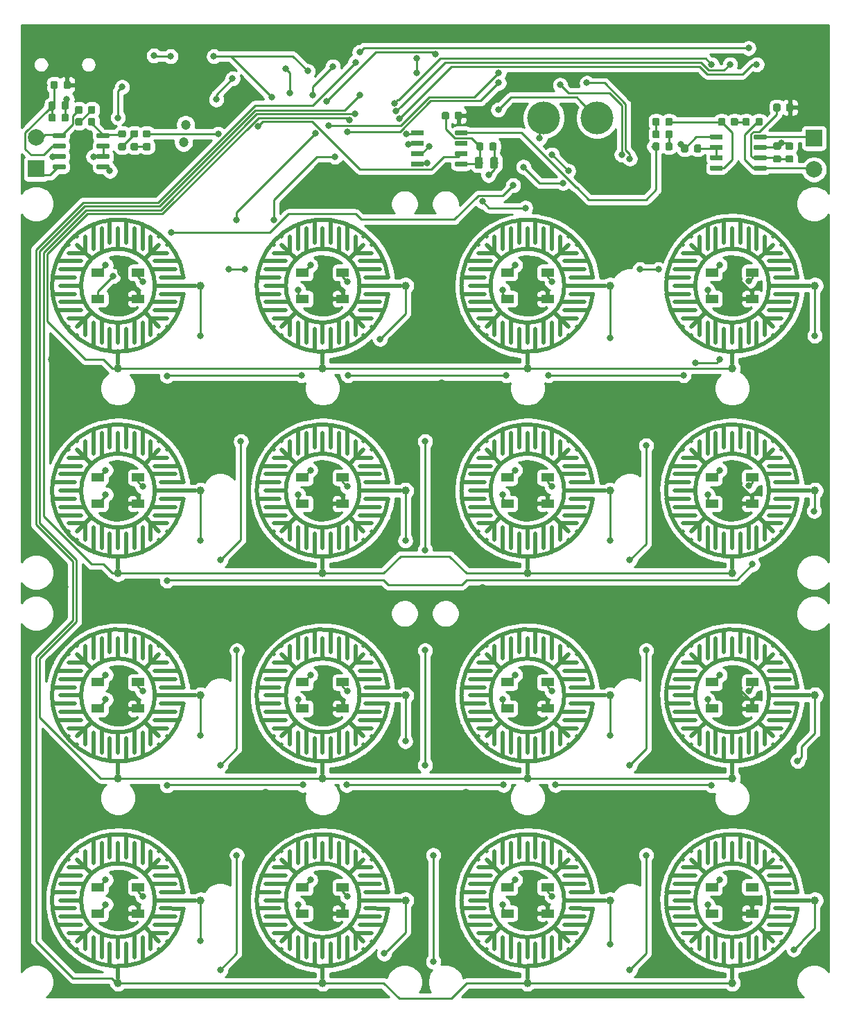
<source format=gbr>
G04 #@! TF.GenerationSoftware,KiCad,Pcbnew,(5.1.4-0-10_14)*
G04 #@! TF.CreationDate,2019-12-13T16:10:24+01:00*
G04 #@! TF.ProjectId,cz-badge-hardware,637a2d62-6164-4676-952d-686172647761,rev?*
G04 #@! TF.SameCoordinates,PX17d7840PY7735940*
G04 #@! TF.FileFunction,Copper,L1,Top*
G04 #@! TF.FilePolarity,Positive*
%FSLAX46Y46*%
G04 Gerber Fmt 4.6, Leading zero omitted, Abs format (unit mm)*
G04 Created by KiCad (PCBNEW (5.1.4-0-10_14)) date 2019-12-13 16:10:24*
%MOMM*%
%LPD*%
G04 APERTURE LIST*
%ADD10C,0.500000*%
%ADD11C,0.100000*%
%ADD12C,0.875000*%
%ADD13C,4.000000*%
%ADD14C,0.600000*%
%ADD15C,1.998980*%
%ADD16R,1.998980X1.998980*%
%ADD17C,0.975000*%
%ADD18C,1.000000*%
%ADD19R,1.500000X1.000000*%
%ADD20C,0.800000*%
%ADD21C,1.200000*%
%ADD22C,0.250000*%
%ADD23C,0.254000*%
G04 APERTURE END LIST*
D10*
X87500000Y4500000D02*
X87500000Y3000000D01*
X95499124Y11493023D02*
G75*
G02X95499999Y13499999I-7999124J1006977D01*
G01*
X90750000Y15750000D02*
X92500000Y17500000D01*
X82500000Y7500000D02*
X84250000Y9250000D01*
X84250000Y15750000D02*
X82500000Y17500000D01*
X92500000Y7500000D02*
X90750000Y9250000D01*
X83000000Y12500000D02*
X80500000Y12500000D01*
X82250000Y13500000D02*
X79500000Y13500000D01*
X83250000Y14500000D02*
X80500000Y14500000D01*
X83000000Y15500000D02*
X80000000Y15500000D01*
X83500000Y16500000D02*
X81500000Y16500000D01*
X81500000Y17500000D02*
X81500000Y17500000D01*
X82250000Y11500000D02*
X79500000Y11500000D01*
X83250000Y10500000D02*
X80500000Y10500000D01*
X83000000Y9500000D02*
X80000000Y9500000D01*
X83500000Y8500000D02*
X81500000Y8500000D01*
X81500000Y7500000D02*
X81500000Y7500000D01*
X85500000Y19500000D02*
X85500000Y16750000D01*
X84500000Y20000000D02*
X84500000Y17000000D01*
X83500000Y18500000D02*
X83500000Y16500000D01*
X82500000Y18500000D02*
X82500000Y18500000D01*
X86500000Y20500000D02*
X86500000Y17750000D01*
X87500000Y19500000D02*
X87500000Y17250000D01*
X88500000Y20500000D02*
X88500000Y17750000D01*
X89500000Y19500000D02*
X89500000Y16750000D01*
X90500000Y20000000D02*
X90500000Y17000000D01*
X91500000Y18500000D02*
X91500000Y16500000D01*
X92500000Y18500000D02*
X92500000Y18500000D01*
X85500000Y8250000D02*
X85500000Y5500000D01*
X84500000Y8000000D02*
X84500000Y5000000D01*
X86500000Y7250000D02*
X86500000Y4500000D01*
X87500000Y8000000D02*
X87500000Y5500000D01*
X88500000Y7250000D02*
X88500000Y4500000D01*
X89500000Y8250000D02*
X89500000Y5500000D01*
X90500000Y8000000D02*
X90500000Y5000000D01*
X91500000Y8500000D02*
X91500000Y6500000D01*
X92500000Y6500000D02*
X92500000Y6500000D01*
X94500000Y10500000D02*
X91750000Y10500000D01*
X83500000Y8500000D02*
X83500000Y6500000D01*
X82500000Y6500000D02*
X82500000Y6500000D01*
X95000000Y9500000D02*
X92000000Y9500000D01*
X93500000Y8500000D02*
X91500000Y8500000D01*
X93500000Y7500000D02*
X93500000Y7500000D01*
X95499124Y11493023D02*
X92750000Y11500000D01*
X97000000Y12500000D02*
X92250000Y12500000D01*
X95500000Y13500000D02*
X92750000Y13500000D01*
X94500000Y14500000D02*
X91750000Y14500000D01*
X95000000Y15500000D02*
X92000000Y15500000D01*
X93500000Y16500000D02*
X91500000Y16500000D01*
X93500000Y17500000D02*
X93500000Y17500000D01*
X92000000Y12500000D02*
G75*
G03X92000000Y12500000I-4500000J0D01*
G01*
X62500000Y4500000D02*
X62500000Y3000000D01*
X70499124Y11493023D02*
G75*
G02X70499999Y13499999I-7999124J1006977D01*
G01*
X65750000Y15750000D02*
X67500000Y17500000D01*
X57500000Y7500000D02*
X59250000Y9250000D01*
X59250000Y15750000D02*
X57500000Y17500000D01*
X67500000Y7500000D02*
X65750000Y9250000D01*
X58000000Y12500000D02*
X55500000Y12500000D01*
X57250000Y13500000D02*
X54500000Y13500000D01*
X58250000Y14500000D02*
X55500000Y14500000D01*
X58000000Y15500000D02*
X55000000Y15500000D01*
X58500000Y16500000D02*
X56500000Y16500000D01*
X56500000Y17500000D02*
X56500000Y17500000D01*
X57250000Y11500000D02*
X54500000Y11500000D01*
X58250000Y10500000D02*
X55500000Y10500000D01*
X58000000Y9500000D02*
X55000000Y9500000D01*
X58500000Y8500000D02*
X56500000Y8500000D01*
X56500000Y7500000D02*
X56500000Y7500000D01*
X60500000Y19500000D02*
X60500000Y16750000D01*
X59500000Y20000000D02*
X59500000Y17000000D01*
X58500000Y18500000D02*
X58500000Y16500000D01*
X57500000Y18500000D02*
X57500000Y18500000D01*
X61500000Y20500000D02*
X61500000Y17750000D01*
X62500000Y19500000D02*
X62500000Y17250000D01*
X63500000Y20500000D02*
X63500000Y17750000D01*
X64500000Y19500000D02*
X64500000Y16750000D01*
X65500000Y20000000D02*
X65500000Y17000000D01*
X66500000Y18500000D02*
X66500000Y16500000D01*
X67500000Y18500000D02*
X67500000Y18500000D01*
X60500000Y8250000D02*
X60500000Y5500000D01*
X59500000Y8000000D02*
X59500000Y5000000D01*
X61500000Y7250000D02*
X61500000Y4500000D01*
X62500000Y8000000D02*
X62500000Y5500000D01*
X63500000Y7250000D02*
X63500000Y4500000D01*
X64500000Y8250000D02*
X64500000Y5500000D01*
X65500000Y8000000D02*
X65500000Y5000000D01*
X66500000Y8500000D02*
X66500000Y6500000D01*
X67500000Y6500000D02*
X67500000Y6500000D01*
X69500000Y10500000D02*
X66750000Y10500000D01*
X58500000Y8500000D02*
X58500000Y6500000D01*
X57500000Y6500000D02*
X57500000Y6500000D01*
X70000000Y9500000D02*
X67000000Y9500000D01*
X68500000Y8500000D02*
X66500000Y8500000D01*
X68500000Y7500000D02*
X68500000Y7500000D01*
X70499124Y11493023D02*
X67750000Y11500000D01*
X72000000Y12500000D02*
X67250000Y12500000D01*
X70500000Y13500000D02*
X67750000Y13500000D01*
X69500000Y14500000D02*
X66750000Y14500000D01*
X70000000Y15500000D02*
X67000000Y15500000D01*
X68500000Y16500000D02*
X66500000Y16500000D01*
X68500000Y17500000D02*
X68500000Y17500000D01*
X67000000Y12500000D02*
G75*
G03X67000000Y12500000I-4500000J0D01*
G01*
X37500000Y4500000D02*
X37500000Y3000000D01*
X45499124Y11493023D02*
G75*
G02X45499999Y13499999I-7999124J1006977D01*
G01*
X40750000Y15750000D02*
X42500000Y17500000D01*
X32500000Y7500000D02*
X34250000Y9250000D01*
X34250000Y15750000D02*
X32500000Y17500000D01*
X42500000Y7500000D02*
X40750000Y9250000D01*
X33000000Y12500000D02*
X30500000Y12500000D01*
X32250000Y13500000D02*
X29500000Y13500000D01*
X33250000Y14500000D02*
X30500000Y14500000D01*
X33000000Y15500000D02*
X30000000Y15500000D01*
X33500000Y16500000D02*
X31500000Y16500000D01*
X31500000Y17500000D02*
X31500000Y17500000D01*
X32250000Y11500000D02*
X29500000Y11500000D01*
X33250000Y10500000D02*
X30500000Y10500000D01*
X33000000Y9500000D02*
X30000000Y9500000D01*
X33500000Y8500000D02*
X31500000Y8500000D01*
X31500000Y7500000D02*
X31500000Y7500000D01*
X35500000Y19500000D02*
X35500000Y16750000D01*
X34500000Y20000000D02*
X34500000Y17000000D01*
X33500000Y18500000D02*
X33500000Y16500000D01*
X32500000Y18500000D02*
X32500000Y18500000D01*
X36500000Y20500000D02*
X36500000Y17750000D01*
X37500000Y19500000D02*
X37500000Y17250000D01*
X38500000Y20500000D02*
X38500000Y17750000D01*
X39500000Y19500000D02*
X39500000Y16750000D01*
X40500000Y20000000D02*
X40500000Y17000000D01*
X41500000Y18500000D02*
X41500000Y16500000D01*
X42500000Y18500000D02*
X42500000Y18500000D01*
X35500000Y8250000D02*
X35500000Y5500000D01*
X34500000Y8000000D02*
X34500000Y5000000D01*
X36500000Y7250000D02*
X36500000Y4500000D01*
X37500000Y8000000D02*
X37500000Y5500000D01*
X38500000Y7250000D02*
X38500000Y4500000D01*
X39500000Y8250000D02*
X39500000Y5500000D01*
X40500000Y8000000D02*
X40500000Y5000000D01*
X41500000Y8500000D02*
X41500000Y6500000D01*
X42500000Y6500000D02*
X42500000Y6500000D01*
X44500000Y10500000D02*
X41750000Y10500000D01*
X33500000Y8500000D02*
X33500000Y6500000D01*
X32500000Y6500000D02*
X32500000Y6500000D01*
X45000000Y9500000D02*
X42000000Y9500000D01*
X43500000Y8500000D02*
X41500000Y8500000D01*
X43500000Y7500000D02*
X43500000Y7500000D01*
X45499124Y11493023D02*
X42750000Y11500000D01*
X47000000Y12500000D02*
X42250000Y12500000D01*
X45500000Y13500000D02*
X42750000Y13500000D01*
X44500000Y14500000D02*
X41750000Y14500000D01*
X45000000Y15500000D02*
X42000000Y15500000D01*
X43500000Y16500000D02*
X41500000Y16500000D01*
X43500000Y17500000D02*
X43500000Y17500000D01*
X42000000Y12500000D02*
G75*
G03X42000000Y12500000I-4500000J0D01*
G01*
X12500000Y4500000D02*
X12500000Y3000000D01*
X20499124Y11493023D02*
G75*
G02X20499999Y13499999I-7999124J1006977D01*
G01*
X15750000Y15750000D02*
X17500000Y17500000D01*
X7500000Y7500000D02*
X9250000Y9250000D01*
X9250000Y15750000D02*
X7500000Y17500000D01*
X17500000Y7500000D02*
X15750000Y9250000D01*
X8000000Y12500000D02*
X5500000Y12500000D01*
X7250000Y13500000D02*
X4500000Y13500000D01*
X8250000Y14500000D02*
X5500000Y14500000D01*
X8000000Y15500000D02*
X5000000Y15500000D01*
X8500000Y16500000D02*
X6500000Y16500000D01*
X6500000Y17500000D02*
X6500000Y17500000D01*
X7250000Y11500000D02*
X4500000Y11500000D01*
X8250000Y10500000D02*
X5500000Y10500000D01*
X8000000Y9500000D02*
X5000000Y9500000D01*
X8500000Y8500000D02*
X6500000Y8500000D01*
X6500000Y7500000D02*
X6500000Y7500000D01*
X10500000Y19500000D02*
X10500000Y16750000D01*
X9500000Y20000000D02*
X9500000Y17000000D01*
X8500000Y18500000D02*
X8500000Y16500000D01*
X7500000Y18500000D02*
X7500000Y18500000D01*
X11500000Y20500000D02*
X11500000Y17750000D01*
X12500000Y19500000D02*
X12500000Y17250000D01*
X13500000Y20500000D02*
X13500000Y17750000D01*
X14500000Y19500000D02*
X14500000Y16750000D01*
X15500000Y20000000D02*
X15500000Y17000000D01*
X16500000Y18500000D02*
X16500000Y16500000D01*
X17500000Y18500000D02*
X17500000Y18500000D01*
X10500000Y8250000D02*
X10500000Y5500000D01*
X9500000Y8000000D02*
X9500000Y5000000D01*
X11500000Y7250000D02*
X11500000Y4500000D01*
X12500000Y8000000D02*
X12500000Y5500000D01*
X13500000Y7250000D02*
X13500000Y4500000D01*
X14500000Y8250000D02*
X14500000Y5500000D01*
X15500000Y8000000D02*
X15500000Y5000000D01*
X16500000Y8500000D02*
X16500000Y6500000D01*
X17500000Y6500000D02*
X17500000Y6500000D01*
X19500000Y10500000D02*
X16750000Y10500000D01*
X8500000Y8500000D02*
X8500000Y6500000D01*
X7500000Y6500000D02*
X7500000Y6500000D01*
X20000000Y9500000D02*
X17000000Y9500000D01*
X18500000Y8500000D02*
X16500000Y8500000D01*
X18500000Y7500000D02*
X18500000Y7500000D01*
X20499124Y11493023D02*
X17750000Y11500000D01*
X22000000Y12500000D02*
X17250000Y12500000D01*
X20500000Y13500000D02*
X17750000Y13500000D01*
X19500000Y14500000D02*
X16750000Y14500000D01*
X20000000Y15500000D02*
X17000000Y15500000D01*
X18500000Y16500000D02*
X16500000Y16500000D01*
X18500000Y17500000D02*
X18500000Y17500000D01*
X17000000Y12500000D02*
G75*
G03X17000000Y12500000I-4500000J0D01*
G01*
X87500000Y29500000D02*
X87500000Y28000000D01*
X95499124Y36493023D02*
G75*
G02X95499999Y38499999I-7999124J1006977D01*
G01*
X90750000Y40750000D02*
X92500000Y42500000D01*
X82500000Y32500000D02*
X84250000Y34250000D01*
X84250000Y40750000D02*
X82500000Y42500000D01*
X92500000Y32500000D02*
X90750000Y34250000D01*
X83000000Y37500000D02*
X80500000Y37500000D01*
X82250000Y38500000D02*
X79500000Y38500000D01*
X83250000Y39500000D02*
X80500000Y39500000D01*
X83000000Y40500000D02*
X80000000Y40500000D01*
X83500000Y41500000D02*
X81500000Y41500000D01*
X81500000Y42500000D02*
X81500000Y42500000D01*
X82250000Y36500000D02*
X79500000Y36500000D01*
X83250000Y35500000D02*
X80500000Y35500000D01*
X83000000Y34500000D02*
X80000000Y34500000D01*
X83500000Y33500000D02*
X81500000Y33500000D01*
X81500000Y32500000D02*
X81500000Y32500000D01*
X85500000Y44500000D02*
X85500000Y41750000D01*
X84500000Y45000000D02*
X84500000Y42000000D01*
X83500000Y43500000D02*
X83500000Y41500000D01*
X82500000Y43500000D02*
X82500000Y43500000D01*
X86500000Y45500000D02*
X86500000Y42750000D01*
X87500000Y44500000D02*
X87500000Y42250000D01*
X88500000Y45500000D02*
X88500000Y42750000D01*
X89500000Y44500000D02*
X89500000Y41750000D01*
X90500000Y45000000D02*
X90500000Y42000000D01*
X91500000Y43500000D02*
X91500000Y41500000D01*
X92500000Y43500000D02*
X92500000Y43500000D01*
X85500000Y33250000D02*
X85500000Y30500000D01*
X84500000Y33000000D02*
X84500000Y30000000D01*
X86500000Y32250000D02*
X86500000Y29500000D01*
X87500000Y33000000D02*
X87500000Y30500000D01*
X88500000Y32250000D02*
X88500000Y29500000D01*
X89500000Y33250000D02*
X89500000Y30500000D01*
X90500000Y33000000D02*
X90500000Y30000000D01*
X91500000Y33500000D02*
X91500000Y31500000D01*
X92500000Y31500000D02*
X92500000Y31500000D01*
X94500000Y35500000D02*
X91750000Y35500000D01*
X83500000Y33500000D02*
X83500000Y31500000D01*
X82500000Y31500000D02*
X82500000Y31500000D01*
X95000000Y34500000D02*
X92000000Y34500000D01*
X93500000Y33500000D02*
X91500000Y33500000D01*
X93500000Y32500000D02*
X93500000Y32500000D01*
X95499124Y36493023D02*
X92750000Y36500000D01*
X97000000Y37500000D02*
X92250000Y37500000D01*
X95500000Y38500000D02*
X92750000Y38500000D01*
X94500000Y39500000D02*
X91750000Y39500000D01*
X95000000Y40500000D02*
X92000000Y40500000D01*
X93500000Y41500000D02*
X91500000Y41500000D01*
X93500000Y42500000D02*
X93500000Y42500000D01*
X92000000Y37500000D02*
G75*
G03X92000000Y37500000I-4500000J0D01*
G01*
X62500000Y29500000D02*
X62500000Y28000000D01*
X70499124Y36493023D02*
G75*
G02X70499999Y38499999I-7999124J1006977D01*
G01*
X65750000Y40750000D02*
X67500000Y42500000D01*
X57500000Y32500000D02*
X59250000Y34250000D01*
X59250000Y40750000D02*
X57500000Y42500000D01*
X67500000Y32500000D02*
X65750000Y34250000D01*
X58000000Y37500000D02*
X55500000Y37500000D01*
X57250000Y38500000D02*
X54500000Y38500000D01*
X58250000Y39500000D02*
X55500000Y39500000D01*
X58000000Y40500000D02*
X55000000Y40500000D01*
X58500000Y41500000D02*
X56500000Y41500000D01*
X56500000Y42500000D02*
X56500000Y42500000D01*
X57250000Y36500000D02*
X54500000Y36500000D01*
X58250000Y35500000D02*
X55500000Y35500000D01*
X58000000Y34500000D02*
X55000000Y34500000D01*
X58500000Y33500000D02*
X56500000Y33500000D01*
X56500000Y32500000D02*
X56500000Y32500000D01*
X60500000Y44500000D02*
X60500000Y41750000D01*
X59500000Y45000000D02*
X59500000Y42000000D01*
X58500000Y43500000D02*
X58500000Y41500000D01*
X57500000Y43500000D02*
X57500000Y43500000D01*
X61500000Y45500000D02*
X61500000Y42750000D01*
X62500000Y44500000D02*
X62500000Y42250000D01*
X63500000Y45500000D02*
X63500000Y42750000D01*
X64500000Y44500000D02*
X64500000Y41750000D01*
X65500000Y45000000D02*
X65500000Y42000000D01*
X66500000Y43500000D02*
X66500000Y41500000D01*
X67500000Y43500000D02*
X67500000Y43500000D01*
X60500000Y33250000D02*
X60500000Y30500000D01*
X59500000Y33000000D02*
X59500000Y30000000D01*
X61500000Y32250000D02*
X61500000Y29500000D01*
X62500000Y33000000D02*
X62500000Y30500000D01*
X63500000Y32250000D02*
X63500000Y29500000D01*
X64500000Y33250000D02*
X64500000Y30500000D01*
X65500000Y33000000D02*
X65500000Y30000000D01*
X66500000Y33500000D02*
X66500000Y31500000D01*
X67500000Y31500000D02*
X67500000Y31500000D01*
X69500000Y35500000D02*
X66750000Y35500000D01*
X58500000Y33500000D02*
X58500000Y31500000D01*
X57500000Y31500000D02*
X57500000Y31500000D01*
X70000000Y34500000D02*
X67000000Y34500000D01*
X68500000Y33500000D02*
X66500000Y33500000D01*
X68500000Y32500000D02*
X68500000Y32500000D01*
X70499124Y36493023D02*
X67750000Y36500000D01*
X72000000Y37500000D02*
X67250000Y37500000D01*
X70500000Y38500000D02*
X67750000Y38500000D01*
X69500000Y39500000D02*
X66750000Y39500000D01*
X70000000Y40500000D02*
X67000000Y40500000D01*
X68500000Y41500000D02*
X66500000Y41500000D01*
X68500000Y42500000D02*
X68500000Y42500000D01*
X67000000Y37500000D02*
G75*
G03X67000000Y37500000I-4500000J0D01*
G01*
X37500000Y29500000D02*
X37500000Y28000000D01*
X45499124Y36493023D02*
G75*
G02X45499999Y38499999I-7999124J1006977D01*
G01*
X40750000Y40750000D02*
X42500000Y42500000D01*
X32500000Y32500000D02*
X34250000Y34250000D01*
X34250000Y40750000D02*
X32500000Y42500000D01*
X42500000Y32500000D02*
X40750000Y34250000D01*
X33000000Y37500000D02*
X30500000Y37500000D01*
X32250000Y38500000D02*
X29500000Y38500000D01*
X33250000Y39500000D02*
X30500000Y39500000D01*
X33000000Y40500000D02*
X30000000Y40500000D01*
X33500000Y41500000D02*
X31500000Y41500000D01*
X31500000Y42500000D02*
X31500000Y42500000D01*
X32250000Y36500000D02*
X29500000Y36500000D01*
X33250000Y35500000D02*
X30500000Y35500000D01*
X33000000Y34500000D02*
X30000000Y34500000D01*
X33500000Y33500000D02*
X31500000Y33500000D01*
X31500000Y32500000D02*
X31500000Y32500000D01*
X35500000Y44500000D02*
X35500000Y41750000D01*
X34500000Y45000000D02*
X34500000Y42000000D01*
X33500000Y43500000D02*
X33500000Y41500000D01*
X32500000Y43500000D02*
X32500000Y43500000D01*
X36500000Y45500000D02*
X36500000Y42750000D01*
X37500000Y44500000D02*
X37500000Y42250000D01*
X38500000Y45500000D02*
X38500000Y42750000D01*
X39500000Y44500000D02*
X39500000Y41750000D01*
X40500000Y45000000D02*
X40500000Y42000000D01*
X41500000Y43500000D02*
X41500000Y41500000D01*
X42500000Y43500000D02*
X42500000Y43500000D01*
X35500000Y33250000D02*
X35500000Y30500000D01*
X34500000Y33000000D02*
X34500000Y30000000D01*
X36500000Y32250000D02*
X36500000Y29500000D01*
X37500000Y33000000D02*
X37500000Y30500000D01*
X38500000Y32250000D02*
X38500000Y29500000D01*
X39500000Y33250000D02*
X39500000Y30500000D01*
X40500000Y33000000D02*
X40500000Y30000000D01*
X41500000Y33500000D02*
X41500000Y31500000D01*
X42500000Y31500000D02*
X42500000Y31500000D01*
X44500000Y35500000D02*
X41750000Y35500000D01*
X33500000Y33500000D02*
X33500000Y31500000D01*
X32500000Y31500000D02*
X32500000Y31500000D01*
X45000000Y34500000D02*
X42000000Y34500000D01*
X43500000Y33500000D02*
X41500000Y33500000D01*
X43500000Y32500000D02*
X43500000Y32500000D01*
X45499124Y36493023D02*
X42750000Y36500000D01*
X47000000Y37500000D02*
X42250000Y37500000D01*
X45500000Y38500000D02*
X42750000Y38500000D01*
X44500000Y39500000D02*
X41750000Y39500000D01*
X45000000Y40500000D02*
X42000000Y40500000D01*
X43500000Y41500000D02*
X41500000Y41500000D01*
X43500000Y42500000D02*
X43500000Y42500000D01*
X42000000Y37500000D02*
G75*
G03X42000000Y37500000I-4500000J0D01*
G01*
X12500000Y29500000D02*
X12500000Y28000000D01*
X20499124Y36493023D02*
G75*
G02X20499999Y38499999I-7999124J1006977D01*
G01*
X15750000Y40750000D02*
X17500000Y42500000D01*
X7500000Y32500000D02*
X9250000Y34250000D01*
X9250000Y40750000D02*
X7500000Y42500000D01*
X17500000Y32500000D02*
X15750000Y34250000D01*
X8000000Y37500000D02*
X5500000Y37500000D01*
X7250000Y38500000D02*
X4500000Y38500000D01*
X8250000Y39500000D02*
X5500000Y39500000D01*
X8000000Y40500000D02*
X5000000Y40500000D01*
X8500000Y41500000D02*
X6500000Y41500000D01*
X6500000Y42500000D02*
X6500000Y42500000D01*
X7250000Y36500000D02*
X4500000Y36500000D01*
X8250000Y35500000D02*
X5500000Y35500000D01*
X8000000Y34500000D02*
X5000000Y34500000D01*
X8500000Y33500000D02*
X6500000Y33500000D01*
X6500000Y32500000D02*
X6500000Y32500000D01*
X10500000Y44500000D02*
X10500000Y41750000D01*
X9500000Y45000000D02*
X9500000Y42000000D01*
X8500000Y43500000D02*
X8500000Y41500000D01*
X7500000Y43500000D02*
X7500000Y43500000D01*
X11500000Y45500000D02*
X11500000Y42750000D01*
X12500000Y44500000D02*
X12500000Y42250000D01*
X13500000Y45500000D02*
X13500000Y42750000D01*
X14500000Y44500000D02*
X14500000Y41750000D01*
X15500000Y45000000D02*
X15500000Y42000000D01*
X16500000Y43500000D02*
X16500000Y41500000D01*
X17500000Y43500000D02*
X17500000Y43500000D01*
X10500000Y33250000D02*
X10500000Y30500000D01*
X9500000Y33000000D02*
X9500000Y30000000D01*
X11500000Y32250000D02*
X11500000Y29500000D01*
X12500000Y33000000D02*
X12500000Y30500000D01*
X13500000Y32250000D02*
X13500000Y29500000D01*
X14500000Y33250000D02*
X14500000Y30500000D01*
X15500000Y33000000D02*
X15500000Y30000000D01*
X16500000Y33500000D02*
X16500000Y31500000D01*
X17500000Y31500000D02*
X17500000Y31500000D01*
X19500000Y35500000D02*
X16750000Y35500000D01*
X8500000Y33500000D02*
X8500000Y31500000D01*
X7500000Y31500000D02*
X7500000Y31500000D01*
X20000000Y34500000D02*
X17000000Y34500000D01*
X18500000Y33500000D02*
X16500000Y33500000D01*
X18500000Y32500000D02*
X18500000Y32500000D01*
X20499124Y36493023D02*
X17750000Y36500000D01*
X22000000Y37500000D02*
X17250000Y37500000D01*
X20500000Y38500000D02*
X17750000Y38500000D01*
X19500000Y39500000D02*
X16750000Y39500000D01*
X20000000Y40500000D02*
X17000000Y40500000D01*
X18500000Y41500000D02*
X16500000Y41500000D01*
X18500000Y42500000D02*
X18500000Y42500000D01*
X17000000Y37500000D02*
G75*
G03X17000000Y37500000I-4500000J0D01*
G01*
X87500000Y54500000D02*
X87500000Y53000000D01*
X95499124Y61493023D02*
G75*
G02X95499999Y63499999I-7999124J1006977D01*
G01*
X90750000Y65750000D02*
X92500000Y67500000D01*
X82500000Y57500000D02*
X84250000Y59250000D01*
X84250000Y65750000D02*
X82500000Y67500000D01*
X92500000Y57500000D02*
X90750000Y59250000D01*
X83000000Y62500000D02*
X80500000Y62500000D01*
X82250000Y63500000D02*
X79500000Y63500000D01*
X83250000Y64500000D02*
X80500000Y64500000D01*
X83000000Y65500000D02*
X80000000Y65500000D01*
X83500000Y66500000D02*
X81500000Y66500000D01*
X81500000Y67500000D02*
X81500000Y67500000D01*
X82250000Y61500000D02*
X79500000Y61500000D01*
X83250000Y60500000D02*
X80500000Y60500000D01*
X83000000Y59500000D02*
X80000000Y59500000D01*
X83500000Y58500000D02*
X81500000Y58500000D01*
X81500000Y57500000D02*
X81500000Y57500000D01*
X85500000Y69500000D02*
X85500000Y66750000D01*
X84500000Y70000000D02*
X84500000Y67000000D01*
X83500000Y68500000D02*
X83500000Y66500000D01*
X82500000Y68500000D02*
X82500000Y68500000D01*
X86500000Y70500000D02*
X86500000Y67750000D01*
X87500000Y69500000D02*
X87500000Y67250000D01*
X88500000Y70500000D02*
X88500000Y67750000D01*
X89500000Y69500000D02*
X89500000Y66750000D01*
X90500000Y70000000D02*
X90500000Y67000000D01*
X91500000Y68500000D02*
X91500000Y66500000D01*
X92500000Y68500000D02*
X92500000Y68500000D01*
X85500000Y58250000D02*
X85500000Y55500000D01*
X84500000Y58000000D02*
X84500000Y55000000D01*
X86500000Y57250000D02*
X86500000Y54500000D01*
X87500000Y58000000D02*
X87500000Y55500000D01*
X88500000Y57250000D02*
X88500000Y54500000D01*
X89500000Y58250000D02*
X89500000Y55500000D01*
X90500000Y58000000D02*
X90500000Y55000000D01*
X91500000Y58500000D02*
X91500000Y56500000D01*
X92500000Y56500000D02*
X92500000Y56500000D01*
X94500000Y60500000D02*
X91750000Y60500000D01*
X83500000Y58500000D02*
X83500000Y56500000D01*
X82500000Y56500000D02*
X82500000Y56500000D01*
X95000000Y59500000D02*
X92000000Y59500000D01*
X93500000Y58500000D02*
X91500000Y58500000D01*
X93500000Y57500000D02*
X93500000Y57500000D01*
X95499124Y61493023D02*
X92750000Y61500000D01*
X97000000Y62500000D02*
X92250000Y62500000D01*
X95500000Y63500000D02*
X92750000Y63500000D01*
X94500000Y64500000D02*
X91750000Y64500000D01*
X95000000Y65500000D02*
X92000000Y65500000D01*
X93500000Y66500000D02*
X91500000Y66500000D01*
X93500000Y67500000D02*
X93500000Y67500000D01*
X92000000Y62500000D02*
G75*
G03X92000000Y62500000I-4500000J0D01*
G01*
X62500000Y54500000D02*
X62500000Y53000000D01*
X70499124Y61493023D02*
G75*
G02X70499999Y63499999I-7999124J1006977D01*
G01*
X65750000Y65750000D02*
X67500000Y67500000D01*
X57500000Y57500000D02*
X59250000Y59250000D01*
X59250000Y65750000D02*
X57500000Y67500000D01*
X67500000Y57500000D02*
X65750000Y59250000D01*
X58000000Y62500000D02*
X55500000Y62500000D01*
X57250000Y63500000D02*
X54500000Y63500000D01*
X58250000Y64500000D02*
X55500000Y64500000D01*
X58000000Y65500000D02*
X55000000Y65500000D01*
X58500000Y66500000D02*
X56500000Y66500000D01*
X56500000Y67500000D02*
X56500000Y67500000D01*
X57250000Y61500000D02*
X54500000Y61500000D01*
X58250000Y60500000D02*
X55500000Y60500000D01*
X58000000Y59500000D02*
X55000000Y59500000D01*
X58500000Y58500000D02*
X56500000Y58500000D01*
X56500000Y57500000D02*
X56500000Y57500000D01*
X60500000Y69500000D02*
X60500000Y66750000D01*
X59500000Y70000000D02*
X59500000Y67000000D01*
X58500000Y68500000D02*
X58500000Y66500000D01*
X57500000Y68500000D02*
X57500000Y68500000D01*
X61500000Y70500000D02*
X61500000Y67750000D01*
X62500000Y69500000D02*
X62500000Y67250000D01*
X63500000Y70500000D02*
X63500000Y67750000D01*
X64500000Y69500000D02*
X64500000Y66750000D01*
X65500000Y70000000D02*
X65500000Y67000000D01*
X66500000Y68500000D02*
X66500000Y66500000D01*
X67500000Y68500000D02*
X67500000Y68500000D01*
X60500000Y58250000D02*
X60500000Y55500000D01*
X59500000Y58000000D02*
X59500000Y55000000D01*
X61500000Y57250000D02*
X61500000Y54500000D01*
X62500000Y58000000D02*
X62500000Y55500000D01*
X63500000Y57250000D02*
X63500000Y54500000D01*
X64500000Y58250000D02*
X64500000Y55500000D01*
X65500000Y58000000D02*
X65500000Y55000000D01*
X66500000Y58500000D02*
X66500000Y56500000D01*
X67500000Y56500000D02*
X67500000Y56500000D01*
X69500000Y60500000D02*
X66750000Y60500000D01*
X58500000Y58500000D02*
X58500000Y56500000D01*
X57500000Y56500000D02*
X57500000Y56500000D01*
X70000000Y59500000D02*
X67000000Y59500000D01*
X68500000Y58500000D02*
X66500000Y58500000D01*
X68500000Y57500000D02*
X68500000Y57500000D01*
X70499124Y61493023D02*
X67750000Y61500000D01*
X72000000Y62500000D02*
X67250000Y62500000D01*
X70500000Y63500000D02*
X67750000Y63500000D01*
X69500000Y64500000D02*
X66750000Y64500000D01*
X70000000Y65500000D02*
X67000000Y65500000D01*
X68500000Y66500000D02*
X66500000Y66500000D01*
X68500000Y67500000D02*
X68500000Y67500000D01*
X67000000Y62500000D02*
G75*
G03X67000000Y62500000I-4500000J0D01*
G01*
X37500000Y54500000D02*
X37500000Y53000000D01*
X45499124Y61493023D02*
G75*
G02X45499999Y63499999I-7999124J1006977D01*
G01*
X40750000Y65750000D02*
X42500000Y67500000D01*
X32500000Y57500000D02*
X34250000Y59250000D01*
X34250000Y65750000D02*
X32500000Y67500000D01*
X42500000Y57500000D02*
X40750000Y59250000D01*
X33000000Y62500000D02*
X30500000Y62500000D01*
X32250000Y63500000D02*
X29500000Y63500000D01*
X33250000Y64500000D02*
X30500000Y64500000D01*
X33000000Y65500000D02*
X30000000Y65500000D01*
X33500000Y66500000D02*
X31500000Y66500000D01*
X31500000Y67500000D02*
X31500000Y67500000D01*
X32250000Y61500000D02*
X29500000Y61500000D01*
X33250000Y60500000D02*
X30500000Y60500000D01*
X33000000Y59500000D02*
X30000000Y59500000D01*
X33500000Y58500000D02*
X31500000Y58500000D01*
X31500000Y57500000D02*
X31500000Y57500000D01*
X35500000Y69500000D02*
X35500000Y66750000D01*
X34500000Y70000000D02*
X34500000Y67000000D01*
X33500000Y68500000D02*
X33500000Y66500000D01*
X32500000Y68500000D02*
X32500000Y68500000D01*
X36500000Y70500000D02*
X36500000Y67750000D01*
X37500000Y69500000D02*
X37500000Y67250000D01*
X38500000Y70500000D02*
X38500000Y67750000D01*
X39500000Y69500000D02*
X39500000Y66750000D01*
X40500000Y70000000D02*
X40500000Y67000000D01*
X41500000Y68500000D02*
X41500000Y66500000D01*
X42500000Y68500000D02*
X42500000Y68500000D01*
X35500000Y58250000D02*
X35500000Y55500000D01*
X34500000Y58000000D02*
X34500000Y55000000D01*
X36500000Y57250000D02*
X36500000Y54500000D01*
X37500000Y58000000D02*
X37500000Y55500000D01*
X38500000Y57250000D02*
X38500000Y54500000D01*
X39500000Y58250000D02*
X39500000Y55500000D01*
X40500000Y58000000D02*
X40500000Y55000000D01*
X41500000Y58500000D02*
X41500000Y56500000D01*
X42500000Y56500000D02*
X42500000Y56500000D01*
X44500000Y60500000D02*
X41750000Y60500000D01*
X33500000Y58500000D02*
X33500000Y56500000D01*
X32500000Y56500000D02*
X32500000Y56500000D01*
X45000000Y59500000D02*
X42000000Y59500000D01*
X43500000Y58500000D02*
X41500000Y58500000D01*
X43500000Y57500000D02*
X43500000Y57500000D01*
X45499124Y61493023D02*
X42750000Y61500000D01*
X47000000Y62500000D02*
X42250000Y62500000D01*
X45500000Y63500000D02*
X42750000Y63500000D01*
X44500000Y64500000D02*
X41750000Y64500000D01*
X45000000Y65500000D02*
X42000000Y65500000D01*
X43500000Y66500000D02*
X41500000Y66500000D01*
X43500000Y67500000D02*
X43500000Y67500000D01*
X42000000Y62500000D02*
G75*
G03X42000000Y62500000I-4500000J0D01*
G01*
X12500000Y54500000D02*
X12500000Y53000000D01*
X20499124Y61493023D02*
G75*
G02X20499999Y63499999I-7999124J1006977D01*
G01*
X15750000Y65750000D02*
X17500000Y67500000D01*
X7500000Y57500000D02*
X9250000Y59250000D01*
X9250000Y65750000D02*
X7500000Y67500000D01*
X17500000Y57500000D02*
X15750000Y59250000D01*
X8000000Y62500000D02*
X5500000Y62500000D01*
X7250000Y63500000D02*
X4500000Y63500000D01*
X8250000Y64500000D02*
X5500000Y64500000D01*
X8000000Y65500000D02*
X5000000Y65500000D01*
X8500000Y66500000D02*
X6500000Y66500000D01*
X6500000Y67500000D02*
X6500000Y67500000D01*
X7250000Y61500000D02*
X4500000Y61500000D01*
X8250000Y60500000D02*
X5500000Y60500000D01*
X8000000Y59500000D02*
X5000000Y59500000D01*
X8500000Y58500000D02*
X6500000Y58500000D01*
X6500000Y57500000D02*
X6500000Y57500000D01*
X10500000Y69500000D02*
X10500000Y66750000D01*
X9500000Y70000000D02*
X9500000Y67000000D01*
X8500000Y68500000D02*
X8500000Y66500000D01*
X7500000Y68500000D02*
X7500000Y68500000D01*
X11500000Y70500000D02*
X11500000Y67750000D01*
X12500000Y69500000D02*
X12500000Y67250000D01*
X13500000Y70500000D02*
X13500000Y67750000D01*
X14500000Y69500000D02*
X14500000Y66750000D01*
X15500000Y70000000D02*
X15500000Y67000000D01*
X16500000Y68500000D02*
X16500000Y66500000D01*
X17500000Y68500000D02*
X17500000Y68500000D01*
X10500000Y58250000D02*
X10500000Y55500000D01*
X9500000Y58000000D02*
X9500000Y55000000D01*
X11500000Y57250000D02*
X11500000Y54500000D01*
X12500000Y58000000D02*
X12500000Y55500000D01*
X13500000Y57250000D02*
X13500000Y54500000D01*
X14500000Y58250000D02*
X14500000Y55500000D01*
X15500000Y58000000D02*
X15500000Y55000000D01*
X16500000Y58500000D02*
X16500000Y56500000D01*
X17500000Y56500000D02*
X17500000Y56500000D01*
X19500000Y60500000D02*
X16750000Y60500000D01*
X8500000Y58500000D02*
X8500000Y56500000D01*
X7500000Y56500000D02*
X7500000Y56500000D01*
X20000000Y59500000D02*
X17000000Y59500000D01*
X18500000Y58500000D02*
X16500000Y58500000D01*
X18500000Y57500000D02*
X18500000Y57500000D01*
X20499124Y61493023D02*
X17750000Y61500000D01*
X22000000Y62500000D02*
X17250000Y62500000D01*
X20500000Y63500000D02*
X17750000Y63500000D01*
X19500000Y64500000D02*
X16750000Y64500000D01*
X20000000Y65500000D02*
X17000000Y65500000D01*
X18500000Y66500000D02*
X16500000Y66500000D01*
X18500000Y67500000D02*
X18500000Y67500000D01*
X17000000Y62500000D02*
G75*
G03X17000000Y62500000I-4500000J0D01*
G01*
X87500000Y79500000D02*
X87500000Y78000000D01*
X95499124Y86493023D02*
G75*
G02X95499999Y88499999I-7999124J1006977D01*
G01*
X90750000Y90750000D02*
X92500000Y92500000D01*
X82500000Y82500000D02*
X84250000Y84250000D01*
X84250000Y90750000D02*
X82500000Y92500000D01*
X92500000Y82500000D02*
X90750000Y84250000D01*
X83000000Y87500000D02*
X80500000Y87500000D01*
X82250000Y88500000D02*
X79500000Y88500000D01*
X83250000Y89500000D02*
X80500000Y89500000D01*
X83000000Y90500000D02*
X80000000Y90500000D01*
X83500000Y91500000D02*
X81500000Y91500000D01*
X81500000Y92500000D02*
X81500000Y92500000D01*
X82250000Y86500000D02*
X79500000Y86500000D01*
X83250000Y85500000D02*
X80500000Y85500000D01*
X83000000Y84500000D02*
X80000000Y84500000D01*
X83500000Y83500000D02*
X81500000Y83500000D01*
X81500000Y82500000D02*
X81500000Y82500000D01*
X85500000Y94500000D02*
X85500000Y91750000D01*
X84500000Y95000000D02*
X84500000Y92000000D01*
X83500000Y93500000D02*
X83500000Y91500000D01*
X82500000Y93500000D02*
X82500000Y93500000D01*
X86500000Y95500000D02*
X86500000Y92750000D01*
X87500000Y94500000D02*
X87500000Y92250000D01*
X88500000Y95500000D02*
X88500000Y92750000D01*
X89500000Y94500000D02*
X89500000Y91750000D01*
X90500000Y95000000D02*
X90500000Y92000000D01*
X91500000Y93500000D02*
X91500000Y91500000D01*
X92500000Y93500000D02*
X92500000Y93500000D01*
X85500000Y83250000D02*
X85500000Y80500000D01*
X84500000Y83000000D02*
X84500000Y80000000D01*
X86500000Y82250000D02*
X86500000Y79500000D01*
X87500000Y83000000D02*
X87500000Y80500000D01*
X88500000Y82250000D02*
X88500000Y79500000D01*
X89500000Y83250000D02*
X89500000Y80500000D01*
X90500000Y83000000D02*
X90500000Y80000000D01*
X91500000Y83500000D02*
X91500000Y81500000D01*
X92500000Y81500000D02*
X92500000Y81500000D01*
X94500000Y85500000D02*
X91750000Y85500000D01*
X83500000Y83500000D02*
X83500000Y81500000D01*
X82500000Y81500000D02*
X82500000Y81500000D01*
X95000000Y84500000D02*
X92000000Y84500000D01*
X93500000Y83500000D02*
X91500000Y83500000D01*
X93500000Y82500000D02*
X93500000Y82500000D01*
X95499124Y86493023D02*
X92750000Y86500000D01*
X97000000Y87500000D02*
X92250000Y87500000D01*
X95500000Y88500000D02*
X92750000Y88500000D01*
X94500000Y89500000D02*
X91750000Y89500000D01*
X95000000Y90500000D02*
X92000000Y90500000D01*
X93500000Y91500000D02*
X91500000Y91500000D01*
X93500000Y92500000D02*
X93500000Y92500000D01*
X92000000Y87500000D02*
G75*
G03X92000000Y87500000I-4500000J0D01*
G01*
X62500000Y79500000D02*
X62500000Y78000000D01*
X70499124Y86493023D02*
G75*
G02X70499999Y88499999I-7999124J1006977D01*
G01*
X65750000Y90750000D02*
X67500000Y92500000D01*
X57500000Y82500000D02*
X59250000Y84250000D01*
X59250000Y90750000D02*
X57500000Y92500000D01*
X67500000Y82500000D02*
X65750000Y84250000D01*
X58000000Y87500000D02*
X55500000Y87500000D01*
X57250000Y88500000D02*
X54500000Y88500000D01*
X58250000Y89500000D02*
X55500000Y89500000D01*
X58000000Y90500000D02*
X55000000Y90500000D01*
X58500000Y91500000D02*
X56500000Y91500000D01*
X56500000Y92500000D02*
X56500000Y92500000D01*
X57250000Y86500000D02*
X54500000Y86500000D01*
X58250000Y85500000D02*
X55500000Y85500000D01*
X58000000Y84500000D02*
X55000000Y84500000D01*
X58500000Y83500000D02*
X56500000Y83500000D01*
X56500000Y82500000D02*
X56500000Y82500000D01*
X60500000Y94500000D02*
X60500000Y91750000D01*
X59500000Y95000000D02*
X59500000Y92000000D01*
X58500000Y93500000D02*
X58500000Y91500000D01*
X57500000Y93500000D02*
X57500000Y93500000D01*
X61500000Y95500000D02*
X61500000Y92750000D01*
X62500000Y94500000D02*
X62500000Y92250000D01*
X63500000Y95500000D02*
X63500000Y92750000D01*
X64500000Y94500000D02*
X64500000Y91750000D01*
X65500000Y95000000D02*
X65500000Y92000000D01*
X66500000Y93500000D02*
X66500000Y91500000D01*
X67500000Y93500000D02*
X67500000Y93500000D01*
X60500000Y83250000D02*
X60500000Y80500000D01*
X59500000Y83000000D02*
X59500000Y80000000D01*
X61500000Y82250000D02*
X61500000Y79500000D01*
X62500000Y83000000D02*
X62500000Y80500000D01*
X63500000Y82250000D02*
X63500000Y79500000D01*
X64500000Y83250000D02*
X64500000Y80500000D01*
X65500000Y83000000D02*
X65500000Y80000000D01*
X66500000Y83500000D02*
X66500000Y81500000D01*
X67500000Y81500000D02*
X67500000Y81500000D01*
X69500000Y85500000D02*
X66750000Y85500000D01*
X58500000Y83500000D02*
X58500000Y81500000D01*
X57500000Y81500000D02*
X57500000Y81500000D01*
X70000000Y84500000D02*
X67000000Y84500000D01*
X68500000Y83500000D02*
X66500000Y83500000D01*
X68500000Y82500000D02*
X68500000Y82500000D01*
X70499124Y86493023D02*
X67750000Y86500000D01*
X72000000Y87500000D02*
X67250000Y87500000D01*
X70500000Y88500000D02*
X67750000Y88500000D01*
X69500000Y89500000D02*
X66750000Y89500000D01*
X70000000Y90500000D02*
X67000000Y90500000D01*
X68500000Y91500000D02*
X66500000Y91500000D01*
X68500000Y92500000D02*
X68500000Y92500000D01*
X67000000Y87500000D02*
G75*
G03X67000000Y87500000I-4500000J0D01*
G01*
X37500000Y79500000D02*
X37500000Y78000000D01*
X45499124Y86493023D02*
G75*
G02X45499999Y88499999I-7999124J1006977D01*
G01*
X40750000Y90750000D02*
X42500000Y92500000D01*
X32500000Y82500000D02*
X34250000Y84250000D01*
X34250000Y90750000D02*
X32500000Y92500000D01*
X42500000Y82500000D02*
X40750000Y84250000D01*
X33000000Y87500000D02*
X30500000Y87500000D01*
X32250000Y88500000D02*
X29500000Y88500000D01*
X33250000Y89500000D02*
X30500000Y89500000D01*
X33000000Y90500000D02*
X30000000Y90500000D01*
X33500000Y91500000D02*
X31500000Y91500000D01*
X31500000Y92500000D02*
X31500000Y92500000D01*
X32250000Y86500000D02*
X29500000Y86500000D01*
X33250000Y85500000D02*
X30500000Y85500000D01*
X33000000Y84500000D02*
X30000000Y84500000D01*
X33500000Y83500000D02*
X31500000Y83500000D01*
X31500000Y82500000D02*
X31500000Y82500000D01*
X35500000Y94500000D02*
X35500000Y91750000D01*
X34500000Y95000000D02*
X34500000Y92000000D01*
X33500000Y93500000D02*
X33500000Y91500000D01*
X32500000Y93500000D02*
X32500000Y93500000D01*
X36500000Y95500000D02*
X36500000Y92750000D01*
X37500000Y94500000D02*
X37500000Y92250000D01*
X38500000Y95500000D02*
X38500000Y92750000D01*
X39500000Y94500000D02*
X39500000Y91750000D01*
X40500000Y95000000D02*
X40500000Y92000000D01*
X41500000Y93500000D02*
X41500000Y91500000D01*
X42500000Y93500000D02*
X42500000Y93500000D01*
X35500000Y83250000D02*
X35500000Y80500000D01*
X34500000Y83000000D02*
X34500000Y80000000D01*
X36500000Y82250000D02*
X36500000Y79500000D01*
X37500000Y83000000D02*
X37500000Y80500000D01*
X38500000Y82250000D02*
X38500000Y79500000D01*
X39500000Y83250000D02*
X39500000Y80500000D01*
X40500000Y83000000D02*
X40500000Y80000000D01*
X41500000Y83500000D02*
X41500000Y81500000D01*
X42500000Y81500000D02*
X42500000Y81500000D01*
X44500000Y85500000D02*
X41750000Y85500000D01*
X33500000Y83500000D02*
X33500000Y81500000D01*
X32500000Y81500000D02*
X32500000Y81500000D01*
X45000000Y84500000D02*
X42000000Y84500000D01*
X43500000Y83500000D02*
X41500000Y83500000D01*
X43500000Y82500000D02*
X43500000Y82500000D01*
X45499124Y86493023D02*
X42750000Y86500000D01*
X47000000Y87500000D02*
X42250000Y87500000D01*
X45500000Y88500000D02*
X42750000Y88500000D01*
X44500000Y89500000D02*
X41750000Y89500000D01*
X45000000Y90500000D02*
X42000000Y90500000D01*
X43500000Y91500000D02*
X41500000Y91500000D01*
X43500000Y92500000D02*
X43500000Y92500000D01*
X42000000Y87500000D02*
G75*
G03X42000000Y87500000I-4500000J0D01*
G01*
X12500000Y79500000D02*
X12500000Y78000000D01*
X20499124Y86493023D02*
G75*
G02X20499999Y88499999I-7999124J1006977D01*
G01*
X15750000Y90750000D02*
X17500000Y92500000D01*
X7500000Y82500000D02*
X9250000Y84250000D01*
X9250000Y90750000D02*
X7500000Y92500000D01*
X17500000Y82500000D02*
X15750000Y84250000D01*
X8000000Y87500000D02*
X5500000Y87500000D01*
X7250000Y88500000D02*
X4500000Y88500000D01*
X8250000Y89500000D02*
X5500000Y89500000D01*
X8000000Y90500000D02*
X5000000Y90500000D01*
X8500000Y91500000D02*
X6500000Y91500000D01*
X6500000Y92500000D02*
X6500000Y92500000D01*
X7250000Y86500000D02*
X4500000Y86500000D01*
X8250000Y85500000D02*
X5500000Y85500000D01*
X8000000Y84500000D02*
X5000000Y84500000D01*
X8500000Y83500000D02*
X6500000Y83500000D01*
X6500000Y82500000D02*
X6500000Y82500000D01*
X10500000Y94500000D02*
X10500000Y91750000D01*
X9500000Y95000000D02*
X9500000Y92000000D01*
X8500000Y93500000D02*
X8500000Y91500000D01*
X7500000Y93500000D02*
X7500000Y93500000D01*
X11500000Y95500000D02*
X11500000Y92750000D01*
X12500000Y94500000D02*
X12500000Y92250000D01*
X13500000Y95500000D02*
X13500000Y92750000D01*
X14500000Y94500000D02*
X14500000Y91750000D01*
X15500000Y95000000D02*
X15500000Y92000000D01*
X16500000Y93500000D02*
X16500000Y91500000D01*
X17500000Y93500000D02*
X17500000Y93500000D01*
X10500000Y83250000D02*
X10500000Y80500000D01*
X9500000Y83000000D02*
X9500000Y80000000D01*
X11500000Y82250000D02*
X11500000Y79500000D01*
X12500000Y83000000D02*
X12500000Y80500000D01*
X13500000Y82250000D02*
X13500000Y79500000D01*
X14500000Y83250000D02*
X14500000Y80500000D01*
X15500000Y83000000D02*
X15500000Y80000000D01*
X16500000Y83500000D02*
X16500000Y81500000D01*
X17500000Y81500000D02*
X17500000Y81500000D01*
X19500000Y85500000D02*
X16750000Y85500000D01*
X8500000Y83500000D02*
X8500000Y81500000D01*
X7500000Y81500000D02*
X7500000Y81500000D01*
X20000000Y84500000D02*
X17000000Y84500000D01*
X18500000Y83500000D02*
X16500000Y83500000D01*
X18500000Y82500000D02*
X18500000Y82500000D01*
X20499124Y86493023D02*
X17750000Y86500000D01*
X22000000Y87500000D02*
X17250000Y87500000D01*
X20500000Y88500000D02*
X17750000Y88500000D01*
X19500000Y89500000D02*
X16750000Y89500000D01*
X20000000Y90500000D02*
X17000000Y90500000D01*
X18500000Y91500000D02*
X16500000Y91500000D01*
X18500000Y92500000D02*
X18500000Y92500000D01*
X17000000Y87500000D02*
G75*
G03X17000000Y87500000I-4500000J0D01*
G01*
D11*
G36*
X6527691Y112473947D02*
G01*
X6548926Y112470797D01*
X6569750Y112465581D01*
X6589962Y112458349D01*
X6609368Y112449170D01*
X6627781Y112438134D01*
X6645024Y112425346D01*
X6660930Y112410930D01*
X6675346Y112395024D01*
X6688134Y112377781D01*
X6699170Y112359368D01*
X6708349Y112339962D01*
X6715581Y112319750D01*
X6720797Y112298926D01*
X6723947Y112277691D01*
X6725000Y112256250D01*
X6725000Y111743750D01*
X6723947Y111722309D01*
X6720797Y111701074D01*
X6715581Y111680250D01*
X6708349Y111660038D01*
X6699170Y111640632D01*
X6688134Y111622219D01*
X6675346Y111604976D01*
X6660930Y111589070D01*
X6645024Y111574654D01*
X6627781Y111561866D01*
X6609368Y111550830D01*
X6589962Y111541651D01*
X6569750Y111534419D01*
X6548926Y111529203D01*
X6527691Y111526053D01*
X6506250Y111525000D01*
X6068750Y111525000D01*
X6047309Y111526053D01*
X6026074Y111529203D01*
X6005250Y111534419D01*
X5985038Y111541651D01*
X5965632Y111550830D01*
X5947219Y111561866D01*
X5929976Y111574654D01*
X5914070Y111589070D01*
X5899654Y111604976D01*
X5886866Y111622219D01*
X5875830Y111640632D01*
X5866651Y111660038D01*
X5859419Y111680250D01*
X5854203Y111701074D01*
X5851053Y111722309D01*
X5850000Y111743750D01*
X5850000Y112256250D01*
X5851053Y112277691D01*
X5854203Y112298926D01*
X5859419Y112319750D01*
X5866651Y112339962D01*
X5875830Y112359368D01*
X5886866Y112377781D01*
X5899654Y112395024D01*
X5914070Y112410930D01*
X5929976Y112425346D01*
X5947219Y112438134D01*
X5965632Y112449170D01*
X5985038Y112458349D01*
X6005250Y112465581D01*
X6026074Y112470797D01*
X6047309Y112473947D01*
X6068750Y112475000D01*
X6506250Y112475000D01*
X6527691Y112473947D01*
X6527691Y112473947D01*
G37*
D12*
X6287500Y112000000D03*
D11*
G36*
X4952691Y112473947D02*
G01*
X4973926Y112470797D01*
X4994750Y112465581D01*
X5014962Y112458349D01*
X5034368Y112449170D01*
X5052781Y112438134D01*
X5070024Y112425346D01*
X5085930Y112410930D01*
X5100346Y112395024D01*
X5113134Y112377781D01*
X5124170Y112359368D01*
X5133349Y112339962D01*
X5140581Y112319750D01*
X5145797Y112298926D01*
X5148947Y112277691D01*
X5150000Y112256250D01*
X5150000Y111743750D01*
X5148947Y111722309D01*
X5145797Y111701074D01*
X5140581Y111680250D01*
X5133349Y111660038D01*
X5124170Y111640632D01*
X5113134Y111622219D01*
X5100346Y111604976D01*
X5085930Y111589070D01*
X5070024Y111574654D01*
X5052781Y111561866D01*
X5034368Y111550830D01*
X5014962Y111541651D01*
X4994750Y111534419D01*
X4973926Y111529203D01*
X4952691Y111526053D01*
X4931250Y111525000D01*
X4493750Y111525000D01*
X4472309Y111526053D01*
X4451074Y111529203D01*
X4430250Y111534419D01*
X4410038Y111541651D01*
X4390632Y111550830D01*
X4372219Y111561866D01*
X4354976Y111574654D01*
X4339070Y111589070D01*
X4324654Y111604976D01*
X4311866Y111622219D01*
X4300830Y111640632D01*
X4291651Y111660038D01*
X4284419Y111680250D01*
X4279203Y111701074D01*
X4276053Y111722309D01*
X4275000Y111743750D01*
X4275000Y112256250D01*
X4276053Y112277691D01*
X4279203Y112298926D01*
X4284419Y112319750D01*
X4291651Y112339962D01*
X4300830Y112359368D01*
X4311866Y112377781D01*
X4324654Y112395024D01*
X4339070Y112410930D01*
X4354976Y112425346D01*
X4372219Y112438134D01*
X4390632Y112449170D01*
X4410038Y112458349D01*
X4430250Y112465581D01*
X4451074Y112470797D01*
X4472309Y112473947D01*
X4493750Y112475000D01*
X4931250Y112475000D01*
X4952691Y112473947D01*
X4952691Y112473947D01*
G37*
D12*
X4712500Y112000000D03*
D11*
G36*
X94777691Y109723947D02*
G01*
X94798926Y109720797D01*
X94819750Y109715581D01*
X94839962Y109708349D01*
X94859368Y109699170D01*
X94877781Y109688134D01*
X94895024Y109675346D01*
X94910930Y109660930D01*
X94925346Y109645024D01*
X94938134Y109627781D01*
X94949170Y109609368D01*
X94958349Y109589962D01*
X94965581Y109569750D01*
X94970797Y109548926D01*
X94973947Y109527691D01*
X94975000Y109506250D01*
X94975000Y108993750D01*
X94973947Y108972309D01*
X94970797Y108951074D01*
X94965581Y108930250D01*
X94958349Y108910038D01*
X94949170Y108890632D01*
X94938134Y108872219D01*
X94925346Y108854976D01*
X94910930Y108839070D01*
X94895024Y108824654D01*
X94877781Y108811866D01*
X94859368Y108800830D01*
X94839962Y108791651D01*
X94819750Y108784419D01*
X94798926Y108779203D01*
X94777691Y108776053D01*
X94756250Y108775000D01*
X94318750Y108775000D01*
X94297309Y108776053D01*
X94276074Y108779203D01*
X94255250Y108784419D01*
X94235038Y108791651D01*
X94215632Y108800830D01*
X94197219Y108811866D01*
X94179976Y108824654D01*
X94164070Y108839070D01*
X94149654Y108854976D01*
X94136866Y108872219D01*
X94125830Y108890632D01*
X94116651Y108910038D01*
X94109419Y108930250D01*
X94104203Y108951074D01*
X94101053Y108972309D01*
X94100000Y108993750D01*
X94100000Y109506250D01*
X94101053Y109527691D01*
X94104203Y109548926D01*
X94109419Y109569750D01*
X94116651Y109589962D01*
X94125830Y109609368D01*
X94136866Y109627781D01*
X94149654Y109645024D01*
X94164070Y109660930D01*
X94179976Y109675346D01*
X94197219Y109688134D01*
X94215632Y109699170D01*
X94235038Y109708349D01*
X94255250Y109715581D01*
X94276074Y109720797D01*
X94297309Y109723947D01*
X94318750Y109725000D01*
X94756250Y109725000D01*
X94777691Y109723947D01*
X94777691Y109723947D01*
G37*
D12*
X94537500Y109250000D03*
D11*
G36*
X93202691Y109723947D02*
G01*
X93223926Y109720797D01*
X93244750Y109715581D01*
X93264962Y109708349D01*
X93284368Y109699170D01*
X93302781Y109688134D01*
X93320024Y109675346D01*
X93335930Y109660930D01*
X93350346Y109645024D01*
X93363134Y109627781D01*
X93374170Y109609368D01*
X93383349Y109589962D01*
X93390581Y109569750D01*
X93395797Y109548926D01*
X93398947Y109527691D01*
X93400000Y109506250D01*
X93400000Y108993750D01*
X93398947Y108972309D01*
X93395797Y108951074D01*
X93390581Y108930250D01*
X93383349Y108910038D01*
X93374170Y108890632D01*
X93363134Y108872219D01*
X93350346Y108854976D01*
X93335930Y108839070D01*
X93320024Y108824654D01*
X93302781Y108811866D01*
X93284368Y108800830D01*
X93264962Y108791651D01*
X93244750Y108784419D01*
X93223926Y108779203D01*
X93202691Y108776053D01*
X93181250Y108775000D01*
X92743750Y108775000D01*
X92722309Y108776053D01*
X92701074Y108779203D01*
X92680250Y108784419D01*
X92660038Y108791651D01*
X92640632Y108800830D01*
X92622219Y108811866D01*
X92604976Y108824654D01*
X92589070Y108839070D01*
X92574654Y108854976D01*
X92561866Y108872219D01*
X92550830Y108890632D01*
X92541651Y108910038D01*
X92534419Y108930250D01*
X92529203Y108951074D01*
X92526053Y108972309D01*
X92525000Y108993750D01*
X92525000Y109506250D01*
X92526053Y109527691D01*
X92529203Y109548926D01*
X92534419Y109569750D01*
X92541651Y109589962D01*
X92550830Y109609368D01*
X92561866Y109627781D01*
X92574654Y109645024D01*
X92589070Y109660930D01*
X92604976Y109675346D01*
X92622219Y109688134D01*
X92640632Y109699170D01*
X92660038Y109708349D01*
X92680250Y109715581D01*
X92701074Y109720797D01*
X92722309Y109723947D01*
X92743750Y109725000D01*
X93181250Y109725000D01*
X93202691Y109723947D01*
X93202691Y109723947D01*
G37*
D12*
X92962500Y109250000D03*
D11*
G36*
X52740191Y108723947D02*
G01*
X52761426Y108720797D01*
X52782250Y108715581D01*
X52802462Y108708349D01*
X52821868Y108699170D01*
X52840281Y108688134D01*
X52857524Y108675346D01*
X52873430Y108660930D01*
X52887846Y108645024D01*
X52900634Y108627781D01*
X52911670Y108609368D01*
X52920849Y108589962D01*
X52928081Y108569750D01*
X52933297Y108548926D01*
X52936447Y108527691D01*
X52937500Y108506250D01*
X52937500Y107993750D01*
X52936447Y107972309D01*
X52933297Y107951074D01*
X52928081Y107930250D01*
X52920849Y107910038D01*
X52911670Y107890632D01*
X52900634Y107872219D01*
X52887846Y107854976D01*
X52873430Y107839070D01*
X52857524Y107824654D01*
X52840281Y107811866D01*
X52821868Y107800830D01*
X52802462Y107791651D01*
X52782250Y107784419D01*
X52761426Y107779203D01*
X52740191Y107776053D01*
X52718750Y107775000D01*
X52281250Y107775000D01*
X52259809Y107776053D01*
X52238574Y107779203D01*
X52217750Y107784419D01*
X52197538Y107791651D01*
X52178132Y107800830D01*
X52159719Y107811866D01*
X52142476Y107824654D01*
X52126570Y107839070D01*
X52112154Y107854976D01*
X52099366Y107872219D01*
X52088330Y107890632D01*
X52079151Y107910038D01*
X52071919Y107930250D01*
X52066703Y107951074D01*
X52063553Y107972309D01*
X52062500Y107993750D01*
X52062500Y108506250D01*
X52063553Y108527691D01*
X52066703Y108548926D01*
X52071919Y108569750D01*
X52079151Y108589962D01*
X52088330Y108609368D01*
X52099366Y108627781D01*
X52112154Y108645024D01*
X52126570Y108660930D01*
X52142476Y108675346D01*
X52159719Y108688134D01*
X52178132Y108699170D01*
X52197538Y108708349D01*
X52217750Y108715581D01*
X52238574Y108720797D01*
X52259809Y108723947D01*
X52281250Y108725000D01*
X52718750Y108725000D01*
X52740191Y108723947D01*
X52740191Y108723947D01*
G37*
D12*
X52500000Y108250000D03*
D11*
G36*
X54315191Y108723947D02*
G01*
X54336426Y108720797D01*
X54357250Y108715581D01*
X54377462Y108708349D01*
X54396868Y108699170D01*
X54415281Y108688134D01*
X54432524Y108675346D01*
X54448430Y108660930D01*
X54462846Y108645024D01*
X54475634Y108627781D01*
X54486670Y108609368D01*
X54495849Y108589962D01*
X54503081Y108569750D01*
X54508297Y108548926D01*
X54511447Y108527691D01*
X54512500Y108506250D01*
X54512500Y107993750D01*
X54511447Y107972309D01*
X54508297Y107951074D01*
X54503081Y107930250D01*
X54495849Y107910038D01*
X54486670Y107890632D01*
X54475634Y107872219D01*
X54462846Y107854976D01*
X54448430Y107839070D01*
X54432524Y107824654D01*
X54415281Y107811866D01*
X54396868Y107800830D01*
X54377462Y107791651D01*
X54357250Y107784419D01*
X54336426Y107779203D01*
X54315191Y107776053D01*
X54293750Y107775000D01*
X53856250Y107775000D01*
X53834809Y107776053D01*
X53813574Y107779203D01*
X53792750Y107784419D01*
X53772538Y107791651D01*
X53753132Y107800830D01*
X53734719Y107811866D01*
X53717476Y107824654D01*
X53701570Y107839070D01*
X53687154Y107854976D01*
X53674366Y107872219D01*
X53663330Y107890632D01*
X53654151Y107910038D01*
X53646919Y107930250D01*
X53641703Y107951074D01*
X53638553Y107972309D01*
X53637500Y107993750D01*
X53637500Y108506250D01*
X53638553Y108527691D01*
X53641703Y108548926D01*
X53646919Y108569750D01*
X53654151Y108589962D01*
X53663330Y108609368D01*
X53674366Y108627781D01*
X53687154Y108645024D01*
X53701570Y108660930D01*
X53717476Y108675346D01*
X53734719Y108688134D01*
X53753132Y108699170D01*
X53772538Y108708349D01*
X53792750Y108715581D01*
X53813574Y108720797D01*
X53834809Y108723947D01*
X53856250Y108725000D01*
X54293750Y108725000D01*
X54315191Y108723947D01*
X54315191Y108723947D01*
G37*
D12*
X54075000Y108250000D03*
D11*
G36*
X6277691Y108473947D02*
G01*
X6298926Y108470797D01*
X6319750Y108465581D01*
X6339962Y108458349D01*
X6359368Y108449170D01*
X6377781Y108438134D01*
X6395024Y108425346D01*
X6410930Y108410930D01*
X6425346Y108395024D01*
X6438134Y108377781D01*
X6449170Y108359368D01*
X6458349Y108339962D01*
X6465581Y108319750D01*
X6470797Y108298926D01*
X6473947Y108277691D01*
X6475000Y108256250D01*
X6475000Y107743750D01*
X6473947Y107722309D01*
X6470797Y107701074D01*
X6465581Y107680250D01*
X6458349Y107660038D01*
X6449170Y107640632D01*
X6438134Y107622219D01*
X6425346Y107604976D01*
X6410930Y107589070D01*
X6395024Y107574654D01*
X6377781Y107561866D01*
X6359368Y107550830D01*
X6339962Y107541651D01*
X6319750Y107534419D01*
X6298926Y107529203D01*
X6277691Y107526053D01*
X6256250Y107525000D01*
X5818750Y107525000D01*
X5797309Y107526053D01*
X5776074Y107529203D01*
X5755250Y107534419D01*
X5735038Y107541651D01*
X5715632Y107550830D01*
X5697219Y107561866D01*
X5679976Y107574654D01*
X5664070Y107589070D01*
X5649654Y107604976D01*
X5636866Y107622219D01*
X5625830Y107640632D01*
X5616651Y107660038D01*
X5609419Y107680250D01*
X5604203Y107701074D01*
X5601053Y107722309D01*
X5600000Y107743750D01*
X5600000Y108256250D01*
X5601053Y108277691D01*
X5604203Y108298926D01*
X5609419Y108319750D01*
X5616651Y108339962D01*
X5625830Y108359368D01*
X5636866Y108377781D01*
X5649654Y108395024D01*
X5664070Y108410930D01*
X5679976Y108425346D01*
X5697219Y108438134D01*
X5715632Y108449170D01*
X5735038Y108458349D01*
X5755250Y108465581D01*
X5776074Y108470797D01*
X5797309Y108473947D01*
X5818750Y108475000D01*
X6256250Y108475000D01*
X6277691Y108473947D01*
X6277691Y108473947D01*
G37*
D12*
X6037500Y108000000D03*
D11*
G36*
X4702691Y108473947D02*
G01*
X4723926Y108470797D01*
X4744750Y108465581D01*
X4764962Y108458349D01*
X4784368Y108449170D01*
X4802781Y108438134D01*
X4820024Y108425346D01*
X4835930Y108410930D01*
X4850346Y108395024D01*
X4863134Y108377781D01*
X4874170Y108359368D01*
X4883349Y108339962D01*
X4890581Y108319750D01*
X4895797Y108298926D01*
X4898947Y108277691D01*
X4900000Y108256250D01*
X4900000Y107743750D01*
X4898947Y107722309D01*
X4895797Y107701074D01*
X4890581Y107680250D01*
X4883349Y107660038D01*
X4874170Y107640632D01*
X4863134Y107622219D01*
X4850346Y107604976D01*
X4835930Y107589070D01*
X4820024Y107574654D01*
X4802781Y107561866D01*
X4784368Y107550830D01*
X4764962Y107541651D01*
X4744750Y107534419D01*
X4723926Y107529203D01*
X4702691Y107526053D01*
X4681250Y107525000D01*
X4243750Y107525000D01*
X4222309Y107526053D01*
X4201074Y107529203D01*
X4180250Y107534419D01*
X4160038Y107541651D01*
X4140632Y107550830D01*
X4122219Y107561866D01*
X4104976Y107574654D01*
X4089070Y107589070D01*
X4074654Y107604976D01*
X4061866Y107622219D01*
X4050830Y107640632D01*
X4041651Y107660038D01*
X4034419Y107680250D01*
X4029203Y107701074D01*
X4026053Y107722309D01*
X4025000Y107743750D01*
X4025000Y108256250D01*
X4026053Y108277691D01*
X4029203Y108298926D01*
X4034419Y108319750D01*
X4041651Y108339962D01*
X4050830Y108359368D01*
X4061866Y108377781D01*
X4074654Y108395024D01*
X4089070Y108410930D01*
X4104976Y108425346D01*
X4122219Y108438134D01*
X4140632Y108449170D01*
X4160038Y108458349D01*
X4180250Y108465581D01*
X4201074Y108470797D01*
X4222309Y108473947D01*
X4243750Y108475000D01*
X4681250Y108475000D01*
X4702691Y108473947D01*
X4702691Y108473947D01*
G37*
D12*
X4462500Y108000000D03*
D11*
G36*
X94777691Y104973947D02*
G01*
X94798926Y104970797D01*
X94819750Y104965581D01*
X94839962Y104958349D01*
X94859368Y104949170D01*
X94877781Y104938134D01*
X94895024Y104925346D01*
X94910930Y104910930D01*
X94925346Y104895024D01*
X94938134Y104877781D01*
X94949170Y104859368D01*
X94958349Y104839962D01*
X94965581Y104819750D01*
X94970797Y104798926D01*
X94973947Y104777691D01*
X94975000Y104756250D01*
X94975000Y104318750D01*
X94973947Y104297309D01*
X94970797Y104276074D01*
X94965581Y104255250D01*
X94958349Y104235038D01*
X94949170Y104215632D01*
X94938134Y104197219D01*
X94925346Y104179976D01*
X94910930Y104164070D01*
X94895024Y104149654D01*
X94877781Y104136866D01*
X94859368Y104125830D01*
X94839962Y104116651D01*
X94819750Y104109419D01*
X94798926Y104104203D01*
X94777691Y104101053D01*
X94756250Y104100000D01*
X94243750Y104100000D01*
X94222309Y104101053D01*
X94201074Y104104203D01*
X94180250Y104109419D01*
X94160038Y104116651D01*
X94140632Y104125830D01*
X94122219Y104136866D01*
X94104976Y104149654D01*
X94089070Y104164070D01*
X94074654Y104179976D01*
X94061866Y104197219D01*
X94050830Y104215632D01*
X94041651Y104235038D01*
X94034419Y104255250D01*
X94029203Y104276074D01*
X94026053Y104297309D01*
X94025000Y104318750D01*
X94025000Y104756250D01*
X94026053Y104777691D01*
X94029203Y104798926D01*
X94034419Y104819750D01*
X94041651Y104839962D01*
X94050830Y104859368D01*
X94061866Y104877781D01*
X94074654Y104895024D01*
X94089070Y104910930D01*
X94104976Y104925346D01*
X94122219Y104938134D01*
X94140632Y104949170D01*
X94160038Y104958349D01*
X94180250Y104965581D01*
X94201074Y104970797D01*
X94222309Y104973947D01*
X94243750Y104975000D01*
X94756250Y104975000D01*
X94777691Y104973947D01*
X94777691Y104973947D01*
G37*
D12*
X94500000Y104537500D03*
D11*
G36*
X94777691Y103398947D02*
G01*
X94798926Y103395797D01*
X94819750Y103390581D01*
X94839962Y103383349D01*
X94859368Y103374170D01*
X94877781Y103363134D01*
X94895024Y103350346D01*
X94910930Y103335930D01*
X94925346Y103320024D01*
X94938134Y103302781D01*
X94949170Y103284368D01*
X94958349Y103264962D01*
X94965581Y103244750D01*
X94970797Y103223926D01*
X94973947Y103202691D01*
X94975000Y103181250D01*
X94975000Y102743750D01*
X94973947Y102722309D01*
X94970797Y102701074D01*
X94965581Y102680250D01*
X94958349Y102660038D01*
X94949170Y102640632D01*
X94938134Y102622219D01*
X94925346Y102604976D01*
X94910930Y102589070D01*
X94895024Y102574654D01*
X94877781Y102561866D01*
X94859368Y102550830D01*
X94839962Y102541651D01*
X94819750Y102534419D01*
X94798926Y102529203D01*
X94777691Y102526053D01*
X94756250Y102525000D01*
X94243750Y102525000D01*
X94222309Y102526053D01*
X94201074Y102529203D01*
X94180250Y102534419D01*
X94160038Y102541651D01*
X94140632Y102550830D01*
X94122219Y102561866D01*
X94104976Y102574654D01*
X94089070Y102589070D01*
X94074654Y102604976D01*
X94061866Y102622219D01*
X94050830Y102640632D01*
X94041651Y102660038D01*
X94034419Y102680250D01*
X94029203Y102701074D01*
X94026053Y102722309D01*
X94025000Y102743750D01*
X94025000Y103181250D01*
X94026053Y103202691D01*
X94029203Y103223926D01*
X94034419Y103244750D01*
X94041651Y103264962D01*
X94050830Y103284368D01*
X94061866Y103302781D01*
X94074654Y103320024D01*
X94089070Y103335930D01*
X94104976Y103350346D01*
X94122219Y103363134D01*
X94140632Y103374170D01*
X94160038Y103383349D01*
X94180250Y103390581D01*
X94201074Y103395797D01*
X94222309Y103398947D01*
X94243750Y103400000D01*
X94756250Y103400000D01*
X94777691Y103398947D01*
X94777691Y103398947D01*
G37*
D12*
X94500000Y102962500D03*
D13*
X71000000Y108000000D03*
X64500000Y108000000D03*
D11*
G36*
X5964703Y102294278D02*
G01*
X5979264Y102292118D01*
X5993543Y102288541D01*
X6007403Y102283582D01*
X6020710Y102277288D01*
X6033336Y102269720D01*
X6045159Y102260952D01*
X6056066Y102251066D01*
X6065952Y102240159D01*
X6074720Y102228336D01*
X6082288Y102215710D01*
X6088582Y102202403D01*
X6093541Y102188543D01*
X6097118Y102174264D01*
X6099278Y102159703D01*
X6100000Y102145000D01*
X6100000Y101845000D01*
X6099278Y101830297D01*
X6097118Y101815736D01*
X6093541Y101801457D01*
X6088582Y101787597D01*
X6082288Y101774290D01*
X6074720Y101761664D01*
X6065952Y101749841D01*
X6056066Y101738934D01*
X6045159Y101729048D01*
X6033336Y101720280D01*
X6020710Y101712712D01*
X6007403Y101706418D01*
X5993543Y101701459D01*
X5979264Y101697882D01*
X5964703Y101695722D01*
X5950000Y101695000D01*
X4700000Y101695000D01*
X4685297Y101695722D01*
X4670736Y101697882D01*
X4656457Y101701459D01*
X4642597Y101706418D01*
X4629290Y101712712D01*
X4616664Y101720280D01*
X4604841Y101729048D01*
X4593934Y101738934D01*
X4584048Y101749841D01*
X4575280Y101761664D01*
X4567712Y101774290D01*
X4561418Y101787597D01*
X4556459Y101801457D01*
X4552882Y101815736D01*
X4550722Y101830297D01*
X4550000Y101845000D01*
X4550000Y102145000D01*
X4550722Y102159703D01*
X4552882Y102174264D01*
X4556459Y102188543D01*
X4561418Y102202403D01*
X4567712Y102215710D01*
X4575280Y102228336D01*
X4584048Y102240159D01*
X4593934Y102251066D01*
X4604841Y102260952D01*
X4616664Y102269720D01*
X4629290Y102277288D01*
X4642597Y102283582D01*
X4656457Y102288541D01*
X4670736Y102292118D01*
X4685297Y102294278D01*
X4700000Y102295000D01*
X5950000Y102295000D01*
X5964703Y102294278D01*
X5964703Y102294278D01*
G37*
D14*
X5325000Y101995000D03*
D11*
G36*
X5964703Y103564278D02*
G01*
X5979264Y103562118D01*
X5993543Y103558541D01*
X6007403Y103553582D01*
X6020710Y103547288D01*
X6033336Y103539720D01*
X6045159Y103530952D01*
X6056066Y103521066D01*
X6065952Y103510159D01*
X6074720Y103498336D01*
X6082288Y103485710D01*
X6088582Y103472403D01*
X6093541Y103458543D01*
X6097118Y103444264D01*
X6099278Y103429703D01*
X6100000Y103415000D01*
X6100000Y103115000D01*
X6099278Y103100297D01*
X6097118Y103085736D01*
X6093541Y103071457D01*
X6088582Y103057597D01*
X6082288Y103044290D01*
X6074720Y103031664D01*
X6065952Y103019841D01*
X6056066Y103008934D01*
X6045159Y102999048D01*
X6033336Y102990280D01*
X6020710Y102982712D01*
X6007403Y102976418D01*
X5993543Y102971459D01*
X5979264Y102967882D01*
X5964703Y102965722D01*
X5950000Y102965000D01*
X4700000Y102965000D01*
X4685297Y102965722D01*
X4670736Y102967882D01*
X4656457Y102971459D01*
X4642597Y102976418D01*
X4629290Y102982712D01*
X4616664Y102990280D01*
X4604841Y102999048D01*
X4593934Y103008934D01*
X4584048Y103019841D01*
X4575280Y103031664D01*
X4567712Y103044290D01*
X4561418Y103057597D01*
X4556459Y103071457D01*
X4552882Y103085736D01*
X4550722Y103100297D01*
X4550000Y103115000D01*
X4550000Y103415000D01*
X4550722Y103429703D01*
X4552882Y103444264D01*
X4556459Y103458543D01*
X4561418Y103472403D01*
X4567712Y103485710D01*
X4575280Y103498336D01*
X4584048Y103510159D01*
X4593934Y103521066D01*
X4604841Y103530952D01*
X4616664Y103539720D01*
X4629290Y103547288D01*
X4642597Y103553582D01*
X4656457Y103558541D01*
X4670736Y103562118D01*
X4685297Y103564278D01*
X4700000Y103565000D01*
X5950000Y103565000D01*
X5964703Y103564278D01*
X5964703Y103564278D01*
G37*
D14*
X5325000Y103265000D03*
D11*
G36*
X5964703Y104834278D02*
G01*
X5979264Y104832118D01*
X5993543Y104828541D01*
X6007403Y104823582D01*
X6020710Y104817288D01*
X6033336Y104809720D01*
X6045159Y104800952D01*
X6056066Y104791066D01*
X6065952Y104780159D01*
X6074720Y104768336D01*
X6082288Y104755710D01*
X6088582Y104742403D01*
X6093541Y104728543D01*
X6097118Y104714264D01*
X6099278Y104699703D01*
X6100000Y104685000D01*
X6100000Y104385000D01*
X6099278Y104370297D01*
X6097118Y104355736D01*
X6093541Y104341457D01*
X6088582Y104327597D01*
X6082288Y104314290D01*
X6074720Y104301664D01*
X6065952Y104289841D01*
X6056066Y104278934D01*
X6045159Y104269048D01*
X6033336Y104260280D01*
X6020710Y104252712D01*
X6007403Y104246418D01*
X5993543Y104241459D01*
X5979264Y104237882D01*
X5964703Y104235722D01*
X5950000Y104235000D01*
X4700000Y104235000D01*
X4685297Y104235722D01*
X4670736Y104237882D01*
X4656457Y104241459D01*
X4642597Y104246418D01*
X4629290Y104252712D01*
X4616664Y104260280D01*
X4604841Y104269048D01*
X4593934Y104278934D01*
X4584048Y104289841D01*
X4575280Y104301664D01*
X4567712Y104314290D01*
X4561418Y104327597D01*
X4556459Y104341457D01*
X4552882Y104355736D01*
X4550722Y104370297D01*
X4550000Y104385000D01*
X4550000Y104685000D01*
X4550722Y104699703D01*
X4552882Y104714264D01*
X4556459Y104728543D01*
X4561418Y104742403D01*
X4567712Y104755710D01*
X4575280Y104768336D01*
X4584048Y104780159D01*
X4593934Y104791066D01*
X4604841Y104800952D01*
X4616664Y104809720D01*
X4629290Y104817288D01*
X4642597Y104823582D01*
X4656457Y104828541D01*
X4670736Y104832118D01*
X4685297Y104834278D01*
X4700000Y104835000D01*
X5950000Y104835000D01*
X5964703Y104834278D01*
X5964703Y104834278D01*
G37*
D14*
X5325000Y104535000D03*
D11*
G36*
X5964703Y106104278D02*
G01*
X5979264Y106102118D01*
X5993543Y106098541D01*
X6007403Y106093582D01*
X6020710Y106087288D01*
X6033336Y106079720D01*
X6045159Y106070952D01*
X6056066Y106061066D01*
X6065952Y106050159D01*
X6074720Y106038336D01*
X6082288Y106025710D01*
X6088582Y106012403D01*
X6093541Y105998543D01*
X6097118Y105984264D01*
X6099278Y105969703D01*
X6100000Y105955000D01*
X6100000Y105655000D01*
X6099278Y105640297D01*
X6097118Y105625736D01*
X6093541Y105611457D01*
X6088582Y105597597D01*
X6082288Y105584290D01*
X6074720Y105571664D01*
X6065952Y105559841D01*
X6056066Y105548934D01*
X6045159Y105539048D01*
X6033336Y105530280D01*
X6020710Y105522712D01*
X6007403Y105516418D01*
X5993543Y105511459D01*
X5979264Y105507882D01*
X5964703Y105505722D01*
X5950000Y105505000D01*
X4700000Y105505000D01*
X4685297Y105505722D01*
X4670736Y105507882D01*
X4656457Y105511459D01*
X4642597Y105516418D01*
X4629290Y105522712D01*
X4616664Y105530280D01*
X4604841Y105539048D01*
X4593934Y105548934D01*
X4584048Y105559841D01*
X4575280Y105571664D01*
X4567712Y105584290D01*
X4561418Y105597597D01*
X4556459Y105611457D01*
X4552882Y105625736D01*
X4550722Y105640297D01*
X4550000Y105655000D01*
X4550000Y105955000D01*
X4550722Y105969703D01*
X4552882Y105984264D01*
X4556459Y105998543D01*
X4561418Y106012403D01*
X4567712Y106025710D01*
X4575280Y106038336D01*
X4584048Y106050159D01*
X4593934Y106061066D01*
X4604841Y106070952D01*
X4616664Y106079720D01*
X4629290Y106087288D01*
X4642597Y106093582D01*
X4656457Y106098541D01*
X4670736Y106102118D01*
X4685297Y106104278D01*
X4700000Y106105000D01*
X5950000Y106105000D01*
X5964703Y106104278D01*
X5964703Y106104278D01*
G37*
D14*
X5325000Y105805000D03*
D11*
G36*
X11314703Y106104278D02*
G01*
X11329264Y106102118D01*
X11343543Y106098541D01*
X11357403Y106093582D01*
X11370710Y106087288D01*
X11383336Y106079720D01*
X11395159Y106070952D01*
X11406066Y106061066D01*
X11415952Y106050159D01*
X11424720Y106038336D01*
X11432288Y106025710D01*
X11438582Y106012403D01*
X11443541Y105998543D01*
X11447118Y105984264D01*
X11449278Y105969703D01*
X11450000Y105955000D01*
X11450000Y105655000D01*
X11449278Y105640297D01*
X11447118Y105625736D01*
X11443541Y105611457D01*
X11438582Y105597597D01*
X11432288Y105584290D01*
X11424720Y105571664D01*
X11415952Y105559841D01*
X11406066Y105548934D01*
X11395159Y105539048D01*
X11383336Y105530280D01*
X11370710Y105522712D01*
X11357403Y105516418D01*
X11343543Y105511459D01*
X11329264Y105507882D01*
X11314703Y105505722D01*
X11300000Y105505000D01*
X10050000Y105505000D01*
X10035297Y105505722D01*
X10020736Y105507882D01*
X10006457Y105511459D01*
X9992597Y105516418D01*
X9979290Y105522712D01*
X9966664Y105530280D01*
X9954841Y105539048D01*
X9943934Y105548934D01*
X9934048Y105559841D01*
X9925280Y105571664D01*
X9917712Y105584290D01*
X9911418Y105597597D01*
X9906459Y105611457D01*
X9902882Y105625736D01*
X9900722Y105640297D01*
X9900000Y105655000D01*
X9900000Y105955000D01*
X9900722Y105969703D01*
X9902882Y105984264D01*
X9906459Y105998543D01*
X9911418Y106012403D01*
X9917712Y106025710D01*
X9925280Y106038336D01*
X9934048Y106050159D01*
X9943934Y106061066D01*
X9954841Y106070952D01*
X9966664Y106079720D01*
X9979290Y106087288D01*
X9992597Y106093582D01*
X10006457Y106098541D01*
X10020736Y106102118D01*
X10035297Y106104278D01*
X10050000Y106105000D01*
X11300000Y106105000D01*
X11314703Y106104278D01*
X11314703Y106104278D01*
G37*
D14*
X10675000Y105805000D03*
D11*
G36*
X11314703Y104834278D02*
G01*
X11329264Y104832118D01*
X11343543Y104828541D01*
X11357403Y104823582D01*
X11370710Y104817288D01*
X11383336Y104809720D01*
X11395159Y104800952D01*
X11406066Y104791066D01*
X11415952Y104780159D01*
X11424720Y104768336D01*
X11432288Y104755710D01*
X11438582Y104742403D01*
X11443541Y104728543D01*
X11447118Y104714264D01*
X11449278Y104699703D01*
X11450000Y104685000D01*
X11450000Y104385000D01*
X11449278Y104370297D01*
X11447118Y104355736D01*
X11443541Y104341457D01*
X11438582Y104327597D01*
X11432288Y104314290D01*
X11424720Y104301664D01*
X11415952Y104289841D01*
X11406066Y104278934D01*
X11395159Y104269048D01*
X11383336Y104260280D01*
X11370710Y104252712D01*
X11357403Y104246418D01*
X11343543Y104241459D01*
X11329264Y104237882D01*
X11314703Y104235722D01*
X11300000Y104235000D01*
X10050000Y104235000D01*
X10035297Y104235722D01*
X10020736Y104237882D01*
X10006457Y104241459D01*
X9992597Y104246418D01*
X9979290Y104252712D01*
X9966664Y104260280D01*
X9954841Y104269048D01*
X9943934Y104278934D01*
X9934048Y104289841D01*
X9925280Y104301664D01*
X9917712Y104314290D01*
X9911418Y104327597D01*
X9906459Y104341457D01*
X9902882Y104355736D01*
X9900722Y104370297D01*
X9900000Y104385000D01*
X9900000Y104685000D01*
X9900722Y104699703D01*
X9902882Y104714264D01*
X9906459Y104728543D01*
X9911418Y104742403D01*
X9917712Y104755710D01*
X9925280Y104768336D01*
X9934048Y104780159D01*
X9943934Y104791066D01*
X9954841Y104800952D01*
X9966664Y104809720D01*
X9979290Y104817288D01*
X9992597Y104823582D01*
X10006457Y104828541D01*
X10020736Y104832118D01*
X10035297Y104834278D01*
X10050000Y104835000D01*
X11300000Y104835000D01*
X11314703Y104834278D01*
X11314703Y104834278D01*
G37*
D14*
X10675000Y104535000D03*
D11*
G36*
X11314703Y103564278D02*
G01*
X11329264Y103562118D01*
X11343543Y103558541D01*
X11357403Y103553582D01*
X11370710Y103547288D01*
X11383336Y103539720D01*
X11395159Y103530952D01*
X11406066Y103521066D01*
X11415952Y103510159D01*
X11424720Y103498336D01*
X11432288Y103485710D01*
X11438582Y103472403D01*
X11443541Y103458543D01*
X11447118Y103444264D01*
X11449278Y103429703D01*
X11450000Y103415000D01*
X11450000Y103115000D01*
X11449278Y103100297D01*
X11447118Y103085736D01*
X11443541Y103071457D01*
X11438582Y103057597D01*
X11432288Y103044290D01*
X11424720Y103031664D01*
X11415952Y103019841D01*
X11406066Y103008934D01*
X11395159Y102999048D01*
X11383336Y102990280D01*
X11370710Y102982712D01*
X11357403Y102976418D01*
X11343543Y102971459D01*
X11329264Y102967882D01*
X11314703Y102965722D01*
X11300000Y102965000D01*
X10050000Y102965000D01*
X10035297Y102965722D01*
X10020736Y102967882D01*
X10006457Y102971459D01*
X9992597Y102976418D01*
X9979290Y102982712D01*
X9966664Y102990280D01*
X9954841Y102999048D01*
X9943934Y103008934D01*
X9934048Y103019841D01*
X9925280Y103031664D01*
X9917712Y103044290D01*
X9911418Y103057597D01*
X9906459Y103071457D01*
X9902882Y103085736D01*
X9900722Y103100297D01*
X9900000Y103115000D01*
X9900000Y103415000D01*
X9900722Y103429703D01*
X9902882Y103444264D01*
X9906459Y103458543D01*
X9911418Y103472403D01*
X9917712Y103485710D01*
X9925280Y103498336D01*
X9934048Y103510159D01*
X9943934Y103521066D01*
X9954841Y103530952D01*
X9966664Y103539720D01*
X9979290Y103547288D01*
X9992597Y103553582D01*
X10006457Y103558541D01*
X10020736Y103562118D01*
X10035297Y103564278D01*
X10050000Y103565000D01*
X11300000Y103565000D01*
X11314703Y103564278D01*
X11314703Y103564278D01*
G37*
D14*
X10675000Y103265000D03*
D11*
G36*
X11314703Y102294278D02*
G01*
X11329264Y102292118D01*
X11343543Y102288541D01*
X11357403Y102283582D01*
X11370710Y102277288D01*
X11383336Y102269720D01*
X11395159Y102260952D01*
X11406066Y102251066D01*
X11415952Y102240159D01*
X11424720Y102228336D01*
X11432288Y102215710D01*
X11438582Y102202403D01*
X11443541Y102188543D01*
X11447118Y102174264D01*
X11449278Y102159703D01*
X11450000Y102145000D01*
X11450000Y101845000D01*
X11449278Y101830297D01*
X11447118Y101815736D01*
X11443541Y101801457D01*
X11438582Y101787597D01*
X11432288Y101774290D01*
X11424720Y101761664D01*
X11415952Y101749841D01*
X11406066Y101738934D01*
X11395159Y101729048D01*
X11383336Y101720280D01*
X11370710Y101712712D01*
X11357403Y101706418D01*
X11343543Y101701459D01*
X11329264Y101697882D01*
X11314703Y101695722D01*
X11300000Y101695000D01*
X10050000Y101695000D01*
X10035297Y101695722D01*
X10020736Y101697882D01*
X10006457Y101701459D01*
X9992597Y101706418D01*
X9979290Y101712712D01*
X9966664Y101720280D01*
X9954841Y101729048D01*
X9943934Y101738934D01*
X9934048Y101749841D01*
X9925280Y101761664D01*
X9917712Y101774290D01*
X9911418Y101787597D01*
X9906459Y101801457D01*
X9902882Y101815736D01*
X9900722Y101830297D01*
X9900000Y101845000D01*
X9900000Y102145000D01*
X9900722Y102159703D01*
X9902882Y102174264D01*
X9906459Y102188543D01*
X9911418Y102202403D01*
X9917712Y102215710D01*
X9925280Y102228336D01*
X9934048Y102240159D01*
X9943934Y102251066D01*
X9954841Y102260952D01*
X9966664Y102269720D01*
X9979290Y102277288D01*
X9992597Y102283582D01*
X10006457Y102288541D01*
X10020736Y102292118D01*
X10035297Y102294278D01*
X10050000Y102295000D01*
X11300000Y102295000D01*
X11314703Y102294278D01*
X11314703Y102294278D01*
G37*
D14*
X10675000Y101995000D03*
D11*
G36*
X55064703Y106454278D02*
G01*
X55079264Y106452118D01*
X55093543Y106448541D01*
X55107403Y106443582D01*
X55120710Y106437288D01*
X55133336Y106429720D01*
X55145159Y106420952D01*
X55156066Y106411066D01*
X55165952Y106400159D01*
X55174720Y106388336D01*
X55182288Y106375710D01*
X55188582Y106362403D01*
X55193541Y106348543D01*
X55197118Y106334264D01*
X55199278Y106319703D01*
X55200000Y106305000D01*
X55200000Y106005000D01*
X55199278Y105990297D01*
X55197118Y105975736D01*
X55193541Y105961457D01*
X55188582Y105947597D01*
X55182288Y105934290D01*
X55174720Y105921664D01*
X55165952Y105909841D01*
X55156066Y105898934D01*
X55145159Y105889048D01*
X55133336Y105880280D01*
X55120710Y105872712D01*
X55107403Y105866418D01*
X55093543Y105861459D01*
X55079264Y105857882D01*
X55064703Y105855722D01*
X55050000Y105855000D01*
X53800000Y105855000D01*
X53785297Y105855722D01*
X53770736Y105857882D01*
X53756457Y105861459D01*
X53742597Y105866418D01*
X53729290Y105872712D01*
X53716664Y105880280D01*
X53704841Y105889048D01*
X53693934Y105898934D01*
X53684048Y105909841D01*
X53675280Y105921664D01*
X53667712Y105934290D01*
X53661418Y105947597D01*
X53656459Y105961457D01*
X53652882Y105975736D01*
X53650722Y105990297D01*
X53650000Y106005000D01*
X53650000Y106305000D01*
X53650722Y106319703D01*
X53652882Y106334264D01*
X53656459Y106348543D01*
X53661418Y106362403D01*
X53667712Y106375710D01*
X53675280Y106388336D01*
X53684048Y106400159D01*
X53693934Y106411066D01*
X53704841Y106420952D01*
X53716664Y106429720D01*
X53729290Y106437288D01*
X53742597Y106443582D01*
X53756457Y106448541D01*
X53770736Y106452118D01*
X53785297Y106454278D01*
X53800000Y106455000D01*
X55050000Y106455000D01*
X55064703Y106454278D01*
X55064703Y106454278D01*
G37*
D14*
X54425000Y106155000D03*
D11*
G36*
X55064703Y105184278D02*
G01*
X55079264Y105182118D01*
X55093543Y105178541D01*
X55107403Y105173582D01*
X55120710Y105167288D01*
X55133336Y105159720D01*
X55145159Y105150952D01*
X55156066Y105141066D01*
X55165952Y105130159D01*
X55174720Y105118336D01*
X55182288Y105105710D01*
X55188582Y105092403D01*
X55193541Y105078543D01*
X55197118Y105064264D01*
X55199278Y105049703D01*
X55200000Y105035000D01*
X55200000Y104735000D01*
X55199278Y104720297D01*
X55197118Y104705736D01*
X55193541Y104691457D01*
X55188582Y104677597D01*
X55182288Y104664290D01*
X55174720Y104651664D01*
X55165952Y104639841D01*
X55156066Y104628934D01*
X55145159Y104619048D01*
X55133336Y104610280D01*
X55120710Y104602712D01*
X55107403Y104596418D01*
X55093543Y104591459D01*
X55079264Y104587882D01*
X55064703Y104585722D01*
X55050000Y104585000D01*
X53800000Y104585000D01*
X53785297Y104585722D01*
X53770736Y104587882D01*
X53756457Y104591459D01*
X53742597Y104596418D01*
X53729290Y104602712D01*
X53716664Y104610280D01*
X53704841Y104619048D01*
X53693934Y104628934D01*
X53684048Y104639841D01*
X53675280Y104651664D01*
X53667712Y104664290D01*
X53661418Y104677597D01*
X53656459Y104691457D01*
X53652882Y104705736D01*
X53650722Y104720297D01*
X53650000Y104735000D01*
X53650000Y105035000D01*
X53650722Y105049703D01*
X53652882Y105064264D01*
X53656459Y105078543D01*
X53661418Y105092403D01*
X53667712Y105105710D01*
X53675280Y105118336D01*
X53684048Y105130159D01*
X53693934Y105141066D01*
X53704841Y105150952D01*
X53716664Y105159720D01*
X53729290Y105167288D01*
X53742597Y105173582D01*
X53756457Y105178541D01*
X53770736Y105182118D01*
X53785297Y105184278D01*
X53800000Y105185000D01*
X55050000Y105185000D01*
X55064703Y105184278D01*
X55064703Y105184278D01*
G37*
D14*
X54425000Y104885000D03*
D11*
G36*
X55064703Y103914278D02*
G01*
X55079264Y103912118D01*
X55093543Y103908541D01*
X55107403Y103903582D01*
X55120710Y103897288D01*
X55133336Y103889720D01*
X55145159Y103880952D01*
X55156066Y103871066D01*
X55165952Y103860159D01*
X55174720Y103848336D01*
X55182288Y103835710D01*
X55188582Y103822403D01*
X55193541Y103808543D01*
X55197118Y103794264D01*
X55199278Y103779703D01*
X55200000Y103765000D01*
X55200000Y103465000D01*
X55199278Y103450297D01*
X55197118Y103435736D01*
X55193541Y103421457D01*
X55188582Y103407597D01*
X55182288Y103394290D01*
X55174720Y103381664D01*
X55165952Y103369841D01*
X55156066Y103358934D01*
X55145159Y103349048D01*
X55133336Y103340280D01*
X55120710Y103332712D01*
X55107403Y103326418D01*
X55093543Y103321459D01*
X55079264Y103317882D01*
X55064703Y103315722D01*
X55050000Y103315000D01*
X53800000Y103315000D01*
X53785297Y103315722D01*
X53770736Y103317882D01*
X53756457Y103321459D01*
X53742597Y103326418D01*
X53729290Y103332712D01*
X53716664Y103340280D01*
X53704841Y103349048D01*
X53693934Y103358934D01*
X53684048Y103369841D01*
X53675280Y103381664D01*
X53667712Y103394290D01*
X53661418Y103407597D01*
X53656459Y103421457D01*
X53652882Y103435736D01*
X53650722Y103450297D01*
X53650000Y103465000D01*
X53650000Y103765000D01*
X53650722Y103779703D01*
X53652882Y103794264D01*
X53656459Y103808543D01*
X53661418Y103822403D01*
X53667712Y103835710D01*
X53675280Y103848336D01*
X53684048Y103860159D01*
X53693934Y103871066D01*
X53704841Y103880952D01*
X53716664Y103889720D01*
X53729290Y103897288D01*
X53742597Y103903582D01*
X53756457Y103908541D01*
X53770736Y103912118D01*
X53785297Y103914278D01*
X53800000Y103915000D01*
X55050000Y103915000D01*
X55064703Y103914278D01*
X55064703Y103914278D01*
G37*
D14*
X54425000Y103615000D03*
D11*
G36*
X55064703Y102644278D02*
G01*
X55079264Y102642118D01*
X55093543Y102638541D01*
X55107403Y102633582D01*
X55120710Y102627288D01*
X55133336Y102619720D01*
X55145159Y102610952D01*
X55156066Y102601066D01*
X55165952Y102590159D01*
X55174720Y102578336D01*
X55182288Y102565710D01*
X55188582Y102552403D01*
X55193541Y102538543D01*
X55197118Y102524264D01*
X55199278Y102509703D01*
X55200000Y102495000D01*
X55200000Y102195000D01*
X55199278Y102180297D01*
X55197118Y102165736D01*
X55193541Y102151457D01*
X55188582Y102137597D01*
X55182288Y102124290D01*
X55174720Y102111664D01*
X55165952Y102099841D01*
X55156066Y102088934D01*
X55145159Y102079048D01*
X55133336Y102070280D01*
X55120710Y102062712D01*
X55107403Y102056418D01*
X55093543Y102051459D01*
X55079264Y102047882D01*
X55064703Y102045722D01*
X55050000Y102045000D01*
X53800000Y102045000D01*
X53785297Y102045722D01*
X53770736Y102047882D01*
X53756457Y102051459D01*
X53742597Y102056418D01*
X53729290Y102062712D01*
X53716664Y102070280D01*
X53704841Y102079048D01*
X53693934Y102088934D01*
X53684048Y102099841D01*
X53675280Y102111664D01*
X53667712Y102124290D01*
X53661418Y102137597D01*
X53656459Y102151457D01*
X53652882Y102165736D01*
X53650722Y102180297D01*
X53650000Y102195000D01*
X53650000Y102495000D01*
X53650722Y102509703D01*
X53652882Y102524264D01*
X53656459Y102538543D01*
X53661418Y102552403D01*
X53667712Y102565710D01*
X53675280Y102578336D01*
X53684048Y102590159D01*
X53693934Y102601066D01*
X53704841Y102610952D01*
X53716664Y102619720D01*
X53729290Y102627288D01*
X53742597Y102633582D01*
X53756457Y102638541D01*
X53770736Y102642118D01*
X53785297Y102644278D01*
X53800000Y102645000D01*
X55050000Y102645000D01*
X55064703Y102644278D01*
X55064703Y102644278D01*
G37*
D14*
X54425000Y102345000D03*
D11*
G36*
X49714703Y102644278D02*
G01*
X49729264Y102642118D01*
X49743543Y102638541D01*
X49757403Y102633582D01*
X49770710Y102627288D01*
X49783336Y102619720D01*
X49795159Y102610952D01*
X49806066Y102601066D01*
X49815952Y102590159D01*
X49824720Y102578336D01*
X49832288Y102565710D01*
X49838582Y102552403D01*
X49843541Y102538543D01*
X49847118Y102524264D01*
X49849278Y102509703D01*
X49850000Y102495000D01*
X49850000Y102195000D01*
X49849278Y102180297D01*
X49847118Y102165736D01*
X49843541Y102151457D01*
X49838582Y102137597D01*
X49832288Y102124290D01*
X49824720Y102111664D01*
X49815952Y102099841D01*
X49806066Y102088934D01*
X49795159Y102079048D01*
X49783336Y102070280D01*
X49770710Y102062712D01*
X49757403Y102056418D01*
X49743543Y102051459D01*
X49729264Y102047882D01*
X49714703Y102045722D01*
X49700000Y102045000D01*
X48450000Y102045000D01*
X48435297Y102045722D01*
X48420736Y102047882D01*
X48406457Y102051459D01*
X48392597Y102056418D01*
X48379290Y102062712D01*
X48366664Y102070280D01*
X48354841Y102079048D01*
X48343934Y102088934D01*
X48334048Y102099841D01*
X48325280Y102111664D01*
X48317712Y102124290D01*
X48311418Y102137597D01*
X48306459Y102151457D01*
X48302882Y102165736D01*
X48300722Y102180297D01*
X48300000Y102195000D01*
X48300000Y102495000D01*
X48300722Y102509703D01*
X48302882Y102524264D01*
X48306459Y102538543D01*
X48311418Y102552403D01*
X48317712Y102565710D01*
X48325280Y102578336D01*
X48334048Y102590159D01*
X48343934Y102601066D01*
X48354841Y102610952D01*
X48366664Y102619720D01*
X48379290Y102627288D01*
X48392597Y102633582D01*
X48406457Y102638541D01*
X48420736Y102642118D01*
X48435297Y102644278D01*
X48450000Y102645000D01*
X49700000Y102645000D01*
X49714703Y102644278D01*
X49714703Y102644278D01*
G37*
D14*
X49075000Y102345000D03*
D11*
G36*
X49714703Y103914278D02*
G01*
X49729264Y103912118D01*
X49743543Y103908541D01*
X49757403Y103903582D01*
X49770710Y103897288D01*
X49783336Y103889720D01*
X49795159Y103880952D01*
X49806066Y103871066D01*
X49815952Y103860159D01*
X49824720Y103848336D01*
X49832288Y103835710D01*
X49838582Y103822403D01*
X49843541Y103808543D01*
X49847118Y103794264D01*
X49849278Y103779703D01*
X49850000Y103765000D01*
X49850000Y103465000D01*
X49849278Y103450297D01*
X49847118Y103435736D01*
X49843541Y103421457D01*
X49838582Y103407597D01*
X49832288Y103394290D01*
X49824720Y103381664D01*
X49815952Y103369841D01*
X49806066Y103358934D01*
X49795159Y103349048D01*
X49783336Y103340280D01*
X49770710Y103332712D01*
X49757403Y103326418D01*
X49743543Y103321459D01*
X49729264Y103317882D01*
X49714703Y103315722D01*
X49700000Y103315000D01*
X48450000Y103315000D01*
X48435297Y103315722D01*
X48420736Y103317882D01*
X48406457Y103321459D01*
X48392597Y103326418D01*
X48379290Y103332712D01*
X48366664Y103340280D01*
X48354841Y103349048D01*
X48343934Y103358934D01*
X48334048Y103369841D01*
X48325280Y103381664D01*
X48317712Y103394290D01*
X48311418Y103407597D01*
X48306459Y103421457D01*
X48302882Y103435736D01*
X48300722Y103450297D01*
X48300000Y103465000D01*
X48300000Y103765000D01*
X48300722Y103779703D01*
X48302882Y103794264D01*
X48306459Y103808543D01*
X48311418Y103822403D01*
X48317712Y103835710D01*
X48325280Y103848336D01*
X48334048Y103860159D01*
X48343934Y103871066D01*
X48354841Y103880952D01*
X48366664Y103889720D01*
X48379290Y103897288D01*
X48392597Y103903582D01*
X48406457Y103908541D01*
X48420736Y103912118D01*
X48435297Y103914278D01*
X48450000Y103915000D01*
X49700000Y103915000D01*
X49714703Y103914278D01*
X49714703Y103914278D01*
G37*
D14*
X49075000Y103615000D03*
D11*
G36*
X49714703Y105184278D02*
G01*
X49729264Y105182118D01*
X49743543Y105178541D01*
X49757403Y105173582D01*
X49770710Y105167288D01*
X49783336Y105159720D01*
X49795159Y105150952D01*
X49806066Y105141066D01*
X49815952Y105130159D01*
X49824720Y105118336D01*
X49832288Y105105710D01*
X49838582Y105092403D01*
X49843541Y105078543D01*
X49847118Y105064264D01*
X49849278Y105049703D01*
X49850000Y105035000D01*
X49850000Y104735000D01*
X49849278Y104720297D01*
X49847118Y104705736D01*
X49843541Y104691457D01*
X49838582Y104677597D01*
X49832288Y104664290D01*
X49824720Y104651664D01*
X49815952Y104639841D01*
X49806066Y104628934D01*
X49795159Y104619048D01*
X49783336Y104610280D01*
X49770710Y104602712D01*
X49757403Y104596418D01*
X49743543Y104591459D01*
X49729264Y104587882D01*
X49714703Y104585722D01*
X49700000Y104585000D01*
X48450000Y104585000D01*
X48435297Y104585722D01*
X48420736Y104587882D01*
X48406457Y104591459D01*
X48392597Y104596418D01*
X48379290Y104602712D01*
X48366664Y104610280D01*
X48354841Y104619048D01*
X48343934Y104628934D01*
X48334048Y104639841D01*
X48325280Y104651664D01*
X48317712Y104664290D01*
X48311418Y104677597D01*
X48306459Y104691457D01*
X48302882Y104705736D01*
X48300722Y104720297D01*
X48300000Y104735000D01*
X48300000Y105035000D01*
X48300722Y105049703D01*
X48302882Y105064264D01*
X48306459Y105078543D01*
X48311418Y105092403D01*
X48317712Y105105710D01*
X48325280Y105118336D01*
X48334048Y105130159D01*
X48343934Y105141066D01*
X48354841Y105150952D01*
X48366664Y105159720D01*
X48379290Y105167288D01*
X48392597Y105173582D01*
X48406457Y105178541D01*
X48420736Y105182118D01*
X48435297Y105184278D01*
X48450000Y105185000D01*
X49700000Y105185000D01*
X49714703Y105184278D01*
X49714703Y105184278D01*
G37*
D14*
X49075000Y104885000D03*
D11*
G36*
X49714703Y106454278D02*
G01*
X49729264Y106452118D01*
X49743543Y106448541D01*
X49757403Y106443582D01*
X49770710Y106437288D01*
X49783336Y106429720D01*
X49795159Y106420952D01*
X49806066Y106411066D01*
X49815952Y106400159D01*
X49824720Y106388336D01*
X49832288Y106375710D01*
X49838582Y106362403D01*
X49843541Y106348543D01*
X49847118Y106334264D01*
X49849278Y106319703D01*
X49850000Y106305000D01*
X49850000Y106005000D01*
X49849278Y105990297D01*
X49847118Y105975736D01*
X49843541Y105961457D01*
X49838582Y105947597D01*
X49832288Y105934290D01*
X49824720Y105921664D01*
X49815952Y105909841D01*
X49806066Y105898934D01*
X49795159Y105889048D01*
X49783336Y105880280D01*
X49770710Y105872712D01*
X49757403Y105866418D01*
X49743543Y105861459D01*
X49729264Y105857882D01*
X49714703Y105855722D01*
X49700000Y105855000D01*
X48450000Y105855000D01*
X48435297Y105855722D01*
X48420736Y105857882D01*
X48406457Y105861459D01*
X48392597Y105866418D01*
X48379290Y105872712D01*
X48366664Y105880280D01*
X48354841Y105889048D01*
X48343934Y105898934D01*
X48334048Y105909841D01*
X48325280Y105921664D01*
X48317712Y105934290D01*
X48311418Y105947597D01*
X48306459Y105961457D01*
X48302882Y105975736D01*
X48300722Y105990297D01*
X48300000Y106005000D01*
X48300000Y106305000D01*
X48300722Y106319703D01*
X48302882Y106334264D01*
X48306459Y106348543D01*
X48311418Y106362403D01*
X48317712Y106375710D01*
X48325280Y106388336D01*
X48334048Y106400159D01*
X48343934Y106411066D01*
X48354841Y106420952D01*
X48366664Y106429720D01*
X48379290Y106437288D01*
X48392597Y106443582D01*
X48406457Y106448541D01*
X48420736Y106452118D01*
X48435297Y106454278D01*
X48450000Y106455000D01*
X49700000Y106455000D01*
X49714703Y106454278D01*
X49714703Y106454278D01*
G37*
D14*
X49075000Y106155000D03*
D11*
G36*
X91564703Y105954278D02*
G01*
X91579264Y105952118D01*
X91593543Y105948541D01*
X91607403Y105943582D01*
X91620710Y105937288D01*
X91633336Y105929720D01*
X91645159Y105920952D01*
X91656066Y105911066D01*
X91665952Y105900159D01*
X91674720Y105888336D01*
X91682288Y105875710D01*
X91688582Y105862403D01*
X91693541Y105848543D01*
X91697118Y105834264D01*
X91699278Y105819703D01*
X91700000Y105805000D01*
X91700000Y105505000D01*
X91699278Y105490297D01*
X91697118Y105475736D01*
X91693541Y105461457D01*
X91688582Y105447597D01*
X91682288Y105434290D01*
X91674720Y105421664D01*
X91665952Y105409841D01*
X91656066Y105398934D01*
X91645159Y105389048D01*
X91633336Y105380280D01*
X91620710Y105372712D01*
X91607403Y105366418D01*
X91593543Y105361459D01*
X91579264Y105357882D01*
X91564703Y105355722D01*
X91550000Y105355000D01*
X90300000Y105355000D01*
X90285297Y105355722D01*
X90270736Y105357882D01*
X90256457Y105361459D01*
X90242597Y105366418D01*
X90229290Y105372712D01*
X90216664Y105380280D01*
X90204841Y105389048D01*
X90193934Y105398934D01*
X90184048Y105409841D01*
X90175280Y105421664D01*
X90167712Y105434290D01*
X90161418Y105447597D01*
X90156459Y105461457D01*
X90152882Y105475736D01*
X90150722Y105490297D01*
X90150000Y105505000D01*
X90150000Y105805000D01*
X90150722Y105819703D01*
X90152882Y105834264D01*
X90156459Y105848543D01*
X90161418Y105862403D01*
X90167712Y105875710D01*
X90175280Y105888336D01*
X90184048Y105900159D01*
X90193934Y105911066D01*
X90204841Y105920952D01*
X90216664Y105929720D01*
X90229290Y105937288D01*
X90242597Y105943582D01*
X90256457Y105948541D01*
X90270736Y105952118D01*
X90285297Y105954278D01*
X90300000Y105955000D01*
X91550000Y105955000D01*
X91564703Y105954278D01*
X91564703Y105954278D01*
G37*
D14*
X90925000Y105655000D03*
D11*
G36*
X91564703Y104684278D02*
G01*
X91579264Y104682118D01*
X91593543Y104678541D01*
X91607403Y104673582D01*
X91620710Y104667288D01*
X91633336Y104659720D01*
X91645159Y104650952D01*
X91656066Y104641066D01*
X91665952Y104630159D01*
X91674720Y104618336D01*
X91682288Y104605710D01*
X91688582Y104592403D01*
X91693541Y104578543D01*
X91697118Y104564264D01*
X91699278Y104549703D01*
X91700000Y104535000D01*
X91700000Y104235000D01*
X91699278Y104220297D01*
X91697118Y104205736D01*
X91693541Y104191457D01*
X91688582Y104177597D01*
X91682288Y104164290D01*
X91674720Y104151664D01*
X91665952Y104139841D01*
X91656066Y104128934D01*
X91645159Y104119048D01*
X91633336Y104110280D01*
X91620710Y104102712D01*
X91607403Y104096418D01*
X91593543Y104091459D01*
X91579264Y104087882D01*
X91564703Y104085722D01*
X91550000Y104085000D01*
X90300000Y104085000D01*
X90285297Y104085722D01*
X90270736Y104087882D01*
X90256457Y104091459D01*
X90242597Y104096418D01*
X90229290Y104102712D01*
X90216664Y104110280D01*
X90204841Y104119048D01*
X90193934Y104128934D01*
X90184048Y104139841D01*
X90175280Y104151664D01*
X90167712Y104164290D01*
X90161418Y104177597D01*
X90156459Y104191457D01*
X90152882Y104205736D01*
X90150722Y104220297D01*
X90150000Y104235000D01*
X90150000Y104535000D01*
X90150722Y104549703D01*
X90152882Y104564264D01*
X90156459Y104578543D01*
X90161418Y104592403D01*
X90167712Y104605710D01*
X90175280Y104618336D01*
X90184048Y104630159D01*
X90193934Y104641066D01*
X90204841Y104650952D01*
X90216664Y104659720D01*
X90229290Y104667288D01*
X90242597Y104673582D01*
X90256457Y104678541D01*
X90270736Y104682118D01*
X90285297Y104684278D01*
X90300000Y104685000D01*
X91550000Y104685000D01*
X91564703Y104684278D01*
X91564703Y104684278D01*
G37*
D14*
X90925000Y104385000D03*
D11*
G36*
X91564703Y103414278D02*
G01*
X91579264Y103412118D01*
X91593543Y103408541D01*
X91607403Y103403582D01*
X91620710Y103397288D01*
X91633336Y103389720D01*
X91645159Y103380952D01*
X91656066Y103371066D01*
X91665952Y103360159D01*
X91674720Y103348336D01*
X91682288Y103335710D01*
X91688582Y103322403D01*
X91693541Y103308543D01*
X91697118Y103294264D01*
X91699278Y103279703D01*
X91700000Y103265000D01*
X91700000Y102965000D01*
X91699278Y102950297D01*
X91697118Y102935736D01*
X91693541Y102921457D01*
X91688582Y102907597D01*
X91682288Y102894290D01*
X91674720Y102881664D01*
X91665952Y102869841D01*
X91656066Y102858934D01*
X91645159Y102849048D01*
X91633336Y102840280D01*
X91620710Y102832712D01*
X91607403Y102826418D01*
X91593543Y102821459D01*
X91579264Y102817882D01*
X91564703Y102815722D01*
X91550000Y102815000D01*
X90300000Y102815000D01*
X90285297Y102815722D01*
X90270736Y102817882D01*
X90256457Y102821459D01*
X90242597Y102826418D01*
X90229290Y102832712D01*
X90216664Y102840280D01*
X90204841Y102849048D01*
X90193934Y102858934D01*
X90184048Y102869841D01*
X90175280Y102881664D01*
X90167712Y102894290D01*
X90161418Y102907597D01*
X90156459Y102921457D01*
X90152882Y102935736D01*
X90150722Y102950297D01*
X90150000Y102965000D01*
X90150000Y103265000D01*
X90150722Y103279703D01*
X90152882Y103294264D01*
X90156459Y103308543D01*
X90161418Y103322403D01*
X90167712Y103335710D01*
X90175280Y103348336D01*
X90184048Y103360159D01*
X90193934Y103371066D01*
X90204841Y103380952D01*
X90216664Y103389720D01*
X90229290Y103397288D01*
X90242597Y103403582D01*
X90256457Y103408541D01*
X90270736Y103412118D01*
X90285297Y103414278D01*
X90300000Y103415000D01*
X91550000Y103415000D01*
X91564703Y103414278D01*
X91564703Y103414278D01*
G37*
D14*
X90925000Y103115000D03*
D11*
G36*
X91564703Y102144278D02*
G01*
X91579264Y102142118D01*
X91593543Y102138541D01*
X91607403Y102133582D01*
X91620710Y102127288D01*
X91633336Y102119720D01*
X91645159Y102110952D01*
X91656066Y102101066D01*
X91665952Y102090159D01*
X91674720Y102078336D01*
X91682288Y102065710D01*
X91688582Y102052403D01*
X91693541Y102038543D01*
X91697118Y102024264D01*
X91699278Y102009703D01*
X91700000Y101995000D01*
X91700000Y101695000D01*
X91699278Y101680297D01*
X91697118Y101665736D01*
X91693541Y101651457D01*
X91688582Y101637597D01*
X91682288Y101624290D01*
X91674720Y101611664D01*
X91665952Y101599841D01*
X91656066Y101588934D01*
X91645159Y101579048D01*
X91633336Y101570280D01*
X91620710Y101562712D01*
X91607403Y101556418D01*
X91593543Y101551459D01*
X91579264Y101547882D01*
X91564703Y101545722D01*
X91550000Y101545000D01*
X90300000Y101545000D01*
X90285297Y101545722D01*
X90270736Y101547882D01*
X90256457Y101551459D01*
X90242597Y101556418D01*
X90229290Y101562712D01*
X90216664Y101570280D01*
X90204841Y101579048D01*
X90193934Y101588934D01*
X90184048Y101599841D01*
X90175280Y101611664D01*
X90167712Y101624290D01*
X90161418Y101637597D01*
X90156459Y101651457D01*
X90152882Y101665736D01*
X90150722Y101680297D01*
X90150000Y101695000D01*
X90150000Y101995000D01*
X90150722Y102009703D01*
X90152882Y102024264D01*
X90156459Y102038543D01*
X90161418Y102052403D01*
X90167712Y102065710D01*
X90175280Y102078336D01*
X90184048Y102090159D01*
X90193934Y102101066D01*
X90204841Y102110952D01*
X90216664Y102119720D01*
X90229290Y102127288D01*
X90242597Y102133582D01*
X90256457Y102138541D01*
X90270736Y102142118D01*
X90285297Y102144278D01*
X90300000Y102145000D01*
X91550000Y102145000D01*
X91564703Y102144278D01*
X91564703Y102144278D01*
G37*
D14*
X90925000Y101845000D03*
D11*
G36*
X86214703Y102144278D02*
G01*
X86229264Y102142118D01*
X86243543Y102138541D01*
X86257403Y102133582D01*
X86270710Y102127288D01*
X86283336Y102119720D01*
X86295159Y102110952D01*
X86306066Y102101066D01*
X86315952Y102090159D01*
X86324720Y102078336D01*
X86332288Y102065710D01*
X86338582Y102052403D01*
X86343541Y102038543D01*
X86347118Y102024264D01*
X86349278Y102009703D01*
X86350000Y101995000D01*
X86350000Y101695000D01*
X86349278Y101680297D01*
X86347118Y101665736D01*
X86343541Y101651457D01*
X86338582Y101637597D01*
X86332288Y101624290D01*
X86324720Y101611664D01*
X86315952Y101599841D01*
X86306066Y101588934D01*
X86295159Y101579048D01*
X86283336Y101570280D01*
X86270710Y101562712D01*
X86257403Y101556418D01*
X86243543Y101551459D01*
X86229264Y101547882D01*
X86214703Y101545722D01*
X86200000Y101545000D01*
X84950000Y101545000D01*
X84935297Y101545722D01*
X84920736Y101547882D01*
X84906457Y101551459D01*
X84892597Y101556418D01*
X84879290Y101562712D01*
X84866664Y101570280D01*
X84854841Y101579048D01*
X84843934Y101588934D01*
X84834048Y101599841D01*
X84825280Y101611664D01*
X84817712Y101624290D01*
X84811418Y101637597D01*
X84806459Y101651457D01*
X84802882Y101665736D01*
X84800722Y101680297D01*
X84800000Y101695000D01*
X84800000Y101995000D01*
X84800722Y102009703D01*
X84802882Y102024264D01*
X84806459Y102038543D01*
X84811418Y102052403D01*
X84817712Y102065710D01*
X84825280Y102078336D01*
X84834048Y102090159D01*
X84843934Y102101066D01*
X84854841Y102110952D01*
X84866664Y102119720D01*
X84879290Y102127288D01*
X84892597Y102133582D01*
X84906457Y102138541D01*
X84920736Y102142118D01*
X84935297Y102144278D01*
X84950000Y102145000D01*
X86200000Y102145000D01*
X86214703Y102144278D01*
X86214703Y102144278D01*
G37*
D14*
X85575000Y101845000D03*
D11*
G36*
X86214703Y103414278D02*
G01*
X86229264Y103412118D01*
X86243543Y103408541D01*
X86257403Y103403582D01*
X86270710Y103397288D01*
X86283336Y103389720D01*
X86295159Y103380952D01*
X86306066Y103371066D01*
X86315952Y103360159D01*
X86324720Y103348336D01*
X86332288Y103335710D01*
X86338582Y103322403D01*
X86343541Y103308543D01*
X86347118Y103294264D01*
X86349278Y103279703D01*
X86350000Y103265000D01*
X86350000Y102965000D01*
X86349278Y102950297D01*
X86347118Y102935736D01*
X86343541Y102921457D01*
X86338582Y102907597D01*
X86332288Y102894290D01*
X86324720Y102881664D01*
X86315952Y102869841D01*
X86306066Y102858934D01*
X86295159Y102849048D01*
X86283336Y102840280D01*
X86270710Y102832712D01*
X86257403Y102826418D01*
X86243543Y102821459D01*
X86229264Y102817882D01*
X86214703Y102815722D01*
X86200000Y102815000D01*
X84950000Y102815000D01*
X84935297Y102815722D01*
X84920736Y102817882D01*
X84906457Y102821459D01*
X84892597Y102826418D01*
X84879290Y102832712D01*
X84866664Y102840280D01*
X84854841Y102849048D01*
X84843934Y102858934D01*
X84834048Y102869841D01*
X84825280Y102881664D01*
X84817712Y102894290D01*
X84811418Y102907597D01*
X84806459Y102921457D01*
X84802882Y102935736D01*
X84800722Y102950297D01*
X84800000Y102965000D01*
X84800000Y103265000D01*
X84800722Y103279703D01*
X84802882Y103294264D01*
X84806459Y103308543D01*
X84811418Y103322403D01*
X84817712Y103335710D01*
X84825280Y103348336D01*
X84834048Y103360159D01*
X84843934Y103371066D01*
X84854841Y103380952D01*
X84866664Y103389720D01*
X84879290Y103397288D01*
X84892597Y103403582D01*
X84906457Y103408541D01*
X84920736Y103412118D01*
X84935297Y103414278D01*
X84950000Y103415000D01*
X86200000Y103415000D01*
X86214703Y103414278D01*
X86214703Y103414278D01*
G37*
D14*
X85575000Y103115000D03*
D11*
G36*
X86214703Y104684278D02*
G01*
X86229264Y104682118D01*
X86243543Y104678541D01*
X86257403Y104673582D01*
X86270710Y104667288D01*
X86283336Y104659720D01*
X86295159Y104650952D01*
X86306066Y104641066D01*
X86315952Y104630159D01*
X86324720Y104618336D01*
X86332288Y104605710D01*
X86338582Y104592403D01*
X86343541Y104578543D01*
X86347118Y104564264D01*
X86349278Y104549703D01*
X86350000Y104535000D01*
X86350000Y104235000D01*
X86349278Y104220297D01*
X86347118Y104205736D01*
X86343541Y104191457D01*
X86338582Y104177597D01*
X86332288Y104164290D01*
X86324720Y104151664D01*
X86315952Y104139841D01*
X86306066Y104128934D01*
X86295159Y104119048D01*
X86283336Y104110280D01*
X86270710Y104102712D01*
X86257403Y104096418D01*
X86243543Y104091459D01*
X86229264Y104087882D01*
X86214703Y104085722D01*
X86200000Y104085000D01*
X84950000Y104085000D01*
X84935297Y104085722D01*
X84920736Y104087882D01*
X84906457Y104091459D01*
X84892597Y104096418D01*
X84879290Y104102712D01*
X84866664Y104110280D01*
X84854841Y104119048D01*
X84843934Y104128934D01*
X84834048Y104139841D01*
X84825280Y104151664D01*
X84817712Y104164290D01*
X84811418Y104177597D01*
X84806459Y104191457D01*
X84802882Y104205736D01*
X84800722Y104220297D01*
X84800000Y104235000D01*
X84800000Y104535000D01*
X84800722Y104549703D01*
X84802882Y104564264D01*
X84806459Y104578543D01*
X84811418Y104592403D01*
X84817712Y104605710D01*
X84825280Y104618336D01*
X84834048Y104630159D01*
X84843934Y104641066D01*
X84854841Y104650952D01*
X84866664Y104659720D01*
X84879290Y104667288D01*
X84892597Y104673582D01*
X84906457Y104678541D01*
X84920736Y104682118D01*
X84935297Y104684278D01*
X84950000Y104685000D01*
X86200000Y104685000D01*
X86214703Y104684278D01*
X86214703Y104684278D01*
G37*
D14*
X85575000Y104385000D03*
D11*
G36*
X86214703Y105954278D02*
G01*
X86229264Y105952118D01*
X86243543Y105948541D01*
X86257403Y105943582D01*
X86270710Y105937288D01*
X86283336Y105929720D01*
X86295159Y105920952D01*
X86306066Y105911066D01*
X86315952Y105900159D01*
X86324720Y105888336D01*
X86332288Y105875710D01*
X86338582Y105862403D01*
X86343541Y105848543D01*
X86347118Y105834264D01*
X86349278Y105819703D01*
X86350000Y105805000D01*
X86350000Y105505000D01*
X86349278Y105490297D01*
X86347118Y105475736D01*
X86343541Y105461457D01*
X86338582Y105447597D01*
X86332288Y105434290D01*
X86324720Y105421664D01*
X86315952Y105409841D01*
X86306066Y105398934D01*
X86295159Y105389048D01*
X86283336Y105380280D01*
X86270710Y105372712D01*
X86257403Y105366418D01*
X86243543Y105361459D01*
X86229264Y105357882D01*
X86214703Y105355722D01*
X86200000Y105355000D01*
X84950000Y105355000D01*
X84935297Y105355722D01*
X84920736Y105357882D01*
X84906457Y105361459D01*
X84892597Y105366418D01*
X84879290Y105372712D01*
X84866664Y105380280D01*
X84854841Y105389048D01*
X84843934Y105398934D01*
X84834048Y105409841D01*
X84825280Y105421664D01*
X84817712Y105434290D01*
X84811418Y105447597D01*
X84806459Y105461457D01*
X84802882Y105475736D01*
X84800722Y105490297D01*
X84800000Y105505000D01*
X84800000Y105805000D01*
X84800722Y105819703D01*
X84802882Y105834264D01*
X84806459Y105848543D01*
X84811418Y105862403D01*
X84817712Y105875710D01*
X84825280Y105888336D01*
X84834048Y105900159D01*
X84843934Y105911066D01*
X84854841Y105920952D01*
X84866664Y105929720D01*
X84879290Y105937288D01*
X84892597Y105943582D01*
X84906457Y105948541D01*
X84920736Y105952118D01*
X84935297Y105954278D01*
X84950000Y105955000D01*
X86200000Y105955000D01*
X86214703Y105954278D01*
X86214703Y105954278D01*
G37*
D14*
X85575000Y105655000D03*
D11*
G36*
X9527691Y109433947D02*
G01*
X9548926Y109430797D01*
X9569750Y109425581D01*
X9589962Y109418349D01*
X9609368Y109409170D01*
X9627781Y109398134D01*
X9645024Y109385346D01*
X9660930Y109370930D01*
X9675346Y109355024D01*
X9688134Y109337781D01*
X9699170Y109319368D01*
X9708349Y109299962D01*
X9715581Y109279750D01*
X9720797Y109258926D01*
X9723947Y109237691D01*
X9725000Y109216250D01*
X9725000Y108703750D01*
X9723947Y108682309D01*
X9720797Y108661074D01*
X9715581Y108640250D01*
X9708349Y108620038D01*
X9699170Y108600632D01*
X9688134Y108582219D01*
X9675346Y108564976D01*
X9660930Y108549070D01*
X9645024Y108534654D01*
X9627781Y108521866D01*
X9609368Y108510830D01*
X9589962Y108501651D01*
X9569750Y108494419D01*
X9548926Y108489203D01*
X9527691Y108486053D01*
X9506250Y108485000D01*
X9068750Y108485000D01*
X9047309Y108486053D01*
X9026074Y108489203D01*
X9005250Y108494419D01*
X8985038Y108501651D01*
X8965632Y108510830D01*
X8947219Y108521866D01*
X8929976Y108534654D01*
X8914070Y108549070D01*
X8899654Y108564976D01*
X8886866Y108582219D01*
X8875830Y108600632D01*
X8866651Y108620038D01*
X8859419Y108640250D01*
X8854203Y108661074D01*
X8851053Y108682309D01*
X8850000Y108703750D01*
X8850000Y109216250D01*
X8851053Y109237691D01*
X8854203Y109258926D01*
X8859419Y109279750D01*
X8866651Y109299962D01*
X8875830Y109319368D01*
X8886866Y109337781D01*
X8899654Y109355024D01*
X8914070Y109370930D01*
X8929976Y109385346D01*
X8947219Y109398134D01*
X8965632Y109409170D01*
X8985038Y109418349D01*
X9005250Y109425581D01*
X9026074Y109430797D01*
X9047309Y109433947D01*
X9068750Y109435000D01*
X9506250Y109435000D01*
X9527691Y109433947D01*
X9527691Y109433947D01*
G37*
D12*
X9287500Y108960000D03*
D11*
G36*
X7952691Y109433947D02*
G01*
X7973926Y109430797D01*
X7994750Y109425581D01*
X8014962Y109418349D01*
X8034368Y109409170D01*
X8052781Y109398134D01*
X8070024Y109385346D01*
X8085930Y109370930D01*
X8100346Y109355024D01*
X8113134Y109337781D01*
X8124170Y109319368D01*
X8133349Y109299962D01*
X8140581Y109279750D01*
X8145797Y109258926D01*
X8148947Y109237691D01*
X8150000Y109216250D01*
X8150000Y108703750D01*
X8148947Y108682309D01*
X8145797Y108661074D01*
X8140581Y108640250D01*
X8133349Y108620038D01*
X8124170Y108600632D01*
X8113134Y108582219D01*
X8100346Y108564976D01*
X8085930Y108549070D01*
X8070024Y108534654D01*
X8052781Y108521866D01*
X8034368Y108510830D01*
X8014962Y108501651D01*
X7994750Y108494419D01*
X7973926Y108489203D01*
X7952691Y108486053D01*
X7931250Y108485000D01*
X7493750Y108485000D01*
X7472309Y108486053D01*
X7451074Y108489203D01*
X7430250Y108494419D01*
X7410038Y108501651D01*
X7390632Y108510830D01*
X7372219Y108521866D01*
X7354976Y108534654D01*
X7339070Y108549070D01*
X7324654Y108564976D01*
X7311866Y108582219D01*
X7300830Y108600632D01*
X7291651Y108620038D01*
X7284419Y108640250D01*
X7279203Y108661074D01*
X7276053Y108682309D01*
X7275000Y108703750D01*
X7275000Y109216250D01*
X7276053Y109237691D01*
X7279203Y109258926D01*
X7284419Y109279750D01*
X7291651Y109299962D01*
X7300830Y109319368D01*
X7311866Y109337781D01*
X7324654Y109355024D01*
X7339070Y109370930D01*
X7354976Y109385346D01*
X7372219Y109398134D01*
X7390632Y109409170D01*
X7410038Y109418349D01*
X7430250Y109425581D01*
X7451074Y109430797D01*
X7472309Y109433947D01*
X7493750Y109435000D01*
X7931250Y109435000D01*
X7952691Y109433947D01*
X7952691Y109433947D01*
G37*
D12*
X7712500Y108960000D03*
D11*
G36*
X9527691Y107973947D02*
G01*
X9548926Y107970797D01*
X9569750Y107965581D01*
X9589962Y107958349D01*
X9609368Y107949170D01*
X9627781Y107938134D01*
X9645024Y107925346D01*
X9660930Y107910930D01*
X9675346Y107895024D01*
X9688134Y107877781D01*
X9699170Y107859368D01*
X9708349Y107839962D01*
X9715581Y107819750D01*
X9720797Y107798926D01*
X9723947Y107777691D01*
X9725000Y107756250D01*
X9725000Y107243750D01*
X9723947Y107222309D01*
X9720797Y107201074D01*
X9715581Y107180250D01*
X9708349Y107160038D01*
X9699170Y107140632D01*
X9688134Y107122219D01*
X9675346Y107104976D01*
X9660930Y107089070D01*
X9645024Y107074654D01*
X9627781Y107061866D01*
X9609368Y107050830D01*
X9589962Y107041651D01*
X9569750Y107034419D01*
X9548926Y107029203D01*
X9527691Y107026053D01*
X9506250Y107025000D01*
X9068750Y107025000D01*
X9047309Y107026053D01*
X9026074Y107029203D01*
X9005250Y107034419D01*
X8985038Y107041651D01*
X8965632Y107050830D01*
X8947219Y107061866D01*
X8929976Y107074654D01*
X8914070Y107089070D01*
X8899654Y107104976D01*
X8886866Y107122219D01*
X8875830Y107140632D01*
X8866651Y107160038D01*
X8859419Y107180250D01*
X8854203Y107201074D01*
X8851053Y107222309D01*
X8850000Y107243750D01*
X8850000Y107756250D01*
X8851053Y107777691D01*
X8854203Y107798926D01*
X8859419Y107819750D01*
X8866651Y107839962D01*
X8875830Y107859368D01*
X8886866Y107877781D01*
X8899654Y107895024D01*
X8914070Y107910930D01*
X8929976Y107925346D01*
X8947219Y107938134D01*
X8965632Y107949170D01*
X8985038Y107958349D01*
X9005250Y107965581D01*
X9026074Y107970797D01*
X9047309Y107973947D01*
X9068750Y107975000D01*
X9506250Y107975000D01*
X9527691Y107973947D01*
X9527691Y107973947D01*
G37*
D12*
X9287500Y107500000D03*
D11*
G36*
X7952691Y107973947D02*
G01*
X7973926Y107970797D01*
X7994750Y107965581D01*
X8014962Y107958349D01*
X8034368Y107949170D01*
X8052781Y107938134D01*
X8070024Y107925346D01*
X8085930Y107910930D01*
X8100346Y107895024D01*
X8113134Y107877781D01*
X8124170Y107859368D01*
X8133349Y107839962D01*
X8140581Y107819750D01*
X8145797Y107798926D01*
X8148947Y107777691D01*
X8150000Y107756250D01*
X8150000Y107243750D01*
X8148947Y107222309D01*
X8145797Y107201074D01*
X8140581Y107180250D01*
X8133349Y107160038D01*
X8124170Y107140632D01*
X8113134Y107122219D01*
X8100346Y107104976D01*
X8085930Y107089070D01*
X8070024Y107074654D01*
X8052781Y107061866D01*
X8034368Y107050830D01*
X8014962Y107041651D01*
X7994750Y107034419D01*
X7973926Y107029203D01*
X7952691Y107026053D01*
X7931250Y107025000D01*
X7493750Y107025000D01*
X7472309Y107026053D01*
X7451074Y107029203D01*
X7430250Y107034419D01*
X7410038Y107041651D01*
X7390632Y107050830D01*
X7372219Y107061866D01*
X7354976Y107074654D01*
X7339070Y107089070D01*
X7324654Y107104976D01*
X7311866Y107122219D01*
X7300830Y107140632D01*
X7291651Y107160038D01*
X7284419Y107180250D01*
X7279203Y107201074D01*
X7276053Y107222309D01*
X7275000Y107243750D01*
X7275000Y107756250D01*
X7276053Y107777691D01*
X7279203Y107798926D01*
X7284419Y107819750D01*
X7291651Y107839962D01*
X7300830Y107859368D01*
X7311866Y107877781D01*
X7324654Y107895024D01*
X7339070Y107910930D01*
X7354976Y107925346D01*
X7372219Y107938134D01*
X7390632Y107949170D01*
X7410038Y107958349D01*
X7430250Y107965581D01*
X7451074Y107970797D01*
X7472309Y107973947D01*
X7493750Y107975000D01*
X7931250Y107975000D01*
X7952691Y107973947D01*
X7952691Y107973947D01*
G37*
D12*
X7712500Y107500000D03*
D11*
G36*
X13277691Y104898947D02*
G01*
X13298926Y104895797D01*
X13319750Y104890581D01*
X13339962Y104883349D01*
X13359368Y104874170D01*
X13377781Y104863134D01*
X13395024Y104850346D01*
X13410930Y104835930D01*
X13425346Y104820024D01*
X13438134Y104802781D01*
X13449170Y104784368D01*
X13458349Y104764962D01*
X13465581Y104744750D01*
X13470797Y104723926D01*
X13473947Y104702691D01*
X13475000Y104681250D01*
X13475000Y104243750D01*
X13473947Y104222309D01*
X13470797Y104201074D01*
X13465581Y104180250D01*
X13458349Y104160038D01*
X13449170Y104140632D01*
X13438134Y104122219D01*
X13425346Y104104976D01*
X13410930Y104089070D01*
X13395024Y104074654D01*
X13377781Y104061866D01*
X13359368Y104050830D01*
X13339962Y104041651D01*
X13319750Y104034419D01*
X13298926Y104029203D01*
X13277691Y104026053D01*
X13256250Y104025000D01*
X12743750Y104025000D01*
X12722309Y104026053D01*
X12701074Y104029203D01*
X12680250Y104034419D01*
X12660038Y104041651D01*
X12640632Y104050830D01*
X12622219Y104061866D01*
X12604976Y104074654D01*
X12589070Y104089070D01*
X12574654Y104104976D01*
X12561866Y104122219D01*
X12550830Y104140632D01*
X12541651Y104160038D01*
X12534419Y104180250D01*
X12529203Y104201074D01*
X12526053Y104222309D01*
X12525000Y104243750D01*
X12525000Y104681250D01*
X12526053Y104702691D01*
X12529203Y104723926D01*
X12534419Y104744750D01*
X12541651Y104764962D01*
X12550830Y104784368D01*
X12561866Y104802781D01*
X12574654Y104820024D01*
X12589070Y104835930D01*
X12604976Y104850346D01*
X12622219Y104863134D01*
X12640632Y104874170D01*
X12660038Y104883349D01*
X12680250Y104890581D01*
X12701074Y104895797D01*
X12722309Y104898947D01*
X12743750Y104900000D01*
X13256250Y104900000D01*
X13277691Y104898947D01*
X13277691Y104898947D01*
G37*
D12*
X13000000Y104462500D03*
D11*
G36*
X13277691Y106473947D02*
G01*
X13298926Y106470797D01*
X13319750Y106465581D01*
X13339962Y106458349D01*
X13359368Y106449170D01*
X13377781Y106438134D01*
X13395024Y106425346D01*
X13410930Y106410930D01*
X13425346Y106395024D01*
X13438134Y106377781D01*
X13449170Y106359368D01*
X13458349Y106339962D01*
X13465581Y106319750D01*
X13470797Y106298926D01*
X13473947Y106277691D01*
X13475000Y106256250D01*
X13475000Y105818750D01*
X13473947Y105797309D01*
X13470797Y105776074D01*
X13465581Y105755250D01*
X13458349Y105735038D01*
X13449170Y105715632D01*
X13438134Y105697219D01*
X13425346Y105679976D01*
X13410930Y105664070D01*
X13395024Y105649654D01*
X13377781Y105636866D01*
X13359368Y105625830D01*
X13339962Y105616651D01*
X13319750Y105609419D01*
X13298926Y105604203D01*
X13277691Y105601053D01*
X13256250Y105600000D01*
X12743750Y105600000D01*
X12722309Y105601053D01*
X12701074Y105604203D01*
X12680250Y105609419D01*
X12660038Y105616651D01*
X12640632Y105625830D01*
X12622219Y105636866D01*
X12604976Y105649654D01*
X12589070Y105664070D01*
X12574654Y105679976D01*
X12561866Y105697219D01*
X12550830Y105715632D01*
X12541651Y105735038D01*
X12534419Y105755250D01*
X12529203Y105776074D01*
X12526053Y105797309D01*
X12525000Y105818750D01*
X12525000Y106256250D01*
X12526053Y106277691D01*
X12529203Y106298926D01*
X12534419Y106319750D01*
X12541651Y106339962D01*
X12550830Y106359368D01*
X12561866Y106377781D01*
X12574654Y106395024D01*
X12589070Y106410930D01*
X12604976Y106425346D01*
X12622219Y106438134D01*
X12640632Y106449170D01*
X12660038Y106458349D01*
X12680250Y106465581D01*
X12701074Y106470797D01*
X12722309Y106473947D01*
X12743750Y106475000D01*
X13256250Y106475000D01*
X13277691Y106473947D01*
X13277691Y106473947D01*
G37*
D12*
X13000000Y106037500D03*
D11*
G36*
X14777691Y104898947D02*
G01*
X14798926Y104895797D01*
X14819750Y104890581D01*
X14839962Y104883349D01*
X14859368Y104874170D01*
X14877781Y104863134D01*
X14895024Y104850346D01*
X14910930Y104835930D01*
X14925346Y104820024D01*
X14938134Y104802781D01*
X14949170Y104784368D01*
X14958349Y104764962D01*
X14965581Y104744750D01*
X14970797Y104723926D01*
X14973947Y104702691D01*
X14975000Y104681250D01*
X14975000Y104243750D01*
X14973947Y104222309D01*
X14970797Y104201074D01*
X14965581Y104180250D01*
X14958349Y104160038D01*
X14949170Y104140632D01*
X14938134Y104122219D01*
X14925346Y104104976D01*
X14910930Y104089070D01*
X14895024Y104074654D01*
X14877781Y104061866D01*
X14859368Y104050830D01*
X14839962Y104041651D01*
X14819750Y104034419D01*
X14798926Y104029203D01*
X14777691Y104026053D01*
X14756250Y104025000D01*
X14243750Y104025000D01*
X14222309Y104026053D01*
X14201074Y104029203D01*
X14180250Y104034419D01*
X14160038Y104041651D01*
X14140632Y104050830D01*
X14122219Y104061866D01*
X14104976Y104074654D01*
X14089070Y104089070D01*
X14074654Y104104976D01*
X14061866Y104122219D01*
X14050830Y104140632D01*
X14041651Y104160038D01*
X14034419Y104180250D01*
X14029203Y104201074D01*
X14026053Y104222309D01*
X14025000Y104243750D01*
X14025000Y104681250D01*
X14026053Y104702691D01*
X14029203Y104723926D01*
X14034419Y104744750D01*
X14041651Y104764962D01*
X14050830Y104784368D01*
X14061866Y104802781D01*
X14074654Y104820024D01*
X14089070Y104835930D01*
X14104976Y104850346D01*
X14122219Y104863134D01*
X14140632Y104874170D01*
X14160038Y104883349D01*
X14180250Y104890581D01*
X14201074Y104895797D01*
X14222309Y104898947D01*
X14243750Y104900000D01*
X14756250Y104900000D01*
X14777691Y104898947D01*
X14777691Y104898947D01*
G37*
D12*
X14500000Y104462500D03*
D11*
G36*
X14777691Y106473947D02*
G01*
X14798926Y106470797D01*
X14819750Y106465581D01*
X14839962Y106458349D01*
X14859368Y106449170D01*
X14877781Y106438134D01*
X14895024Y106425346D01*
X14910930Y106410930D01*
X14925346Y106395024D01*
X14938134Y106377781D01*
X14949170Y106359368D01*
X14958349Y106339962D01*
X14965581Y106319750D01*
X14970797Y106298926D01*
X14973947Y106277691D01*
X14975000Y106256250D01*
X14975000Y105818750D01*
X14973947Y105797309D01*
X14970797Y105776074D01*
X14965581Y105755250D01*
X14958349Y105735038D01*
X14949170Y105715632D01*
X14938134Y105697219D01*
X14925346Y105679976D01*
X14910930Y105664070D01*
X14895024Y105649654D01*
X14877781Y105636866D01*
X14859368Y105625830D01*
X14839962Y105616651D01*
X14819750Y105609419D01*
X14798926Y105604203D01*
X14777691Y105601053D01*
X14756250Y105600000D01*
X14243750Y105600000D01*
X14222309Y105601053D01*
X14201074Y105604203D01*
X14180250Y105609419D01*
X14160038Y105616651D01*
X14140632Y105625830D01*
X14122219Y105636866D01*
X14104976Y105649654D01*
X14089070Y105664070D01*
X14074654Y105679976D01*
X14061866Y105697219D01*
X14050830Y105715632D01*
X14041651Y105735038D01*
X14034419Y105755250D01*
X14029203Y105776074D01*
X14026053Y105797309D01*
X14025000Y105818750D01*
X14025000Y106256250D01*
X14026053Y106277691D01*
X14029203Y106298926D01*
X14034419Y106319750D01*
X14041651Y106339962D01*
X14050830Y106359368D01*
X14061866Y106377781D01*
X14074654Y106395024D01*
X14089070Y106410930D01*
X14104976Y106425346D01*
X14122219Y106438134D01*
X14140632Y106449170D01*
X14160038Y106458349D01*
X14180250Y106465581D01*
X14201074Y106470797D01*
X14222309Y106473947D01*
X14243750Y106475000D01*
X14756250Y106475000D01*
X14777691Y106473947D01*
X14777691Y106473947D01*
G37*
D12*
X14500000Y106037500D03*
D11*
G36*
X89452691Y107973947D02*
G01*
X89473926Y107970797D01*
X89494750Y107965581D01*
X89514962Y107958349D01*
X89534368Y107949170D01*
X89552781Y107938134D01*
X89570024Y107925346D01*
X89585930Y107910930D01*
X89600346Y107895024D01*
X89613134Y107877781D01*
X89624170Y107859368D01*
X89633349Y107839962D01*
X89640581Y107819750D01*
X89645797Y107798926D01*
X89648947Y107777691D01*
X89650000Y107756250D01*
X89650000Y107243750D01*
X89648947Y107222309D01*
X89645797Y107201074D01*
X89640581Y107180250D01*
X89633349Y107160038D01*
X89624170Y107140632D01*
X89613134Y107122219D01*
X89600346Y107104976D01*
X89585930Y107089070D01*
X89570024Y107074654D01*
X89552781Y107061866D01*
X89534368Y107050830D01*
X89514962Y107041651D01*
X89494750Y107034419D01*
X89473926Y107029203D01*
X89452691Y107026053D01*
X89431250Y107025000D01*
X88993750Y107025000D01*
X88972309Y107026053D01*
X88951074Y107029203D01*
X88930250Y107034419D01*
X88910038Y107041651D01*
X88890632Y107050830D01*
X88872219Y107061866D01*
X88854976Y107074654D01*
X88839070Y107089070D01*
X88824654Y107104976D01*
X88811866Y107122219D01*
X88800830Y107140632D01*
X88791651Y107160038D01*
X88784419Y107180250D01*
X88779203Y107201074D01*
X88776053Y107222309D01*
X88775000Y107243750D01*
X88775000Y107756250D01*
X88776053Y107777691D01*
X88779203Y107798926D01*
X88784419Y107819750D01*
X88791651Y107839962D01*
X88800830Y107859368D01*
X88811866Y107877781D01*
X88824654Y107895024D01*
X88839070Y107910930D01*
X88854976Y107925346D01*
X88872219Y107938134D01*
X88890632Y107949170D01*
X88910038Y107958349D01*
X88930250Y107965581D01*
X88951074Y107970797D01*
X88972309Y107973947D01*
X88993750Y107975000D01*
X89431250Y107975000D01*
X89452691Y107973947D01*
X89452691Y107973947D01*
G37*
D12*
X89212500Y107500000D03*
D11*
G36*
X91027691Y107973947D02*
G01*
X91048926Y107970797D01*
X91069750Y107965581D01*
X91089962Y107958349D01*
X91109368Y107949170D01*
X91127781Y107938134D01*
X91145024Y107925346D01*
X91160930Y107910930D01*
X91175346Y107895024D01*
X91188134Y107877781D01*
X91199170Y107859368D01*
X91208349Y107839962D01*
X91215581Y107819750D01*
X91220797Y107798926D01*
X91223947Y107777691D01*
X91225000Y107756250D01*
X91225000Y107243750D01*
X91223947Y107222309D01*
X91220797Y107201074D01*
X91215581Y107180250D01*
X91208349Y107160038D01*
X91199170Y107140632D01*
X91188134Y107122219D01*
X91175346Y107104976D01*
X91160930Y107089070D01*
X91145024Y107074654D01*
X91127781Y107061866D01*
X91109368Y107050830D01*
X91089962Y107041651D01*
X91069750Y107034419D01*
X91048926Y107029203D01*
X91027691Y107026053D01*
X91006250Y107025000D01*
X90568750Y107025000D01*
X90547309Y107026053D01*
X90526074Y107029203D01*
X90505250Y107034419D01*
X90485038Y107041651D01*
X90465632Y107050830D01*
X90447219Y107061866D01*
X90429976Y107074654D01*
X90414070Y107089070D01*
X90399654Y107104976D01*
X90386866Y107122219D01*
X90375830Y107140632D01*
X90366651Y107160038D01*
X90359419Y107180250D01*
X90354203Y107201074D01*
X90351053Y107222309D01*
X90350000Y107243750D01*
X90350000Y107756250D01*
X90351053Y107777691D01*
X90354203Y107798926D01*
X90359419Y107819750D01*
X90366651Y107839962D01*
X90375830Y107859368D01*
X90386866Y107877781D01*
X90399654Y107895024D01*
X90414070Y107910930D01*
X90429976Y107925346D01*
X90447219Y107938134D01*
X90465632Y107949170D01*
X90485038Y107958349D01*
X90505250Y107965581D01*
X90526074Y107970797D01*
X90547309Y107973947D01*
X90568750Y107975000D01*
X91006250Y107975000D01*
X91027691Y107973947D01*
X91027691Y107973947D01*
G37*
D12*
X90787500Y107500000D03*
D11*
G36*
X86452691Y107973947D02*
G01*
X86473926Y107970797D01*
X86494750Y107965581D01*
X86514962Y107958349D01*
X86534368Y107949170D01*
X86552781Y107938134D01*
X86570024Y107925346D01*
X86585930Y107910930D01*
X86600346Y107895024D01*
X86613134Y107877781D01*
X86624170Y107859368D01*
X86633349Y107839962D01*
X86640581Y107819750D01*
X86645797Y107798926D01*
X86648947Y107777691D01*
X86650000Y107756250D01*
X86650000Y107243750D01*
X86648947Y107222309D01*
X86645797Y107201074D01*
X86640581Y107180250D01*
X86633349Y107160038D01*
X86624170Y107140632D01*
X86613134Y107122219D01*
X86600346Y107104976D01*
X86585930Y107089070D01*
X86570024Y107074654D01*
X86552781Y107061866D01*
X86534368Y107050830D01*
X86514962Y107041651D01*
X86494750Y107034419D01*
X86473926Y107029203D01*
X86452691Y107026053D01*
X86431250Y107025000D01*
X85993750Y107025000D01*
X85972309Y107026053D01*
X85951074Y107029203D01*
X85930250Y107034419D01*
X85910038Y107041651D01*
X85890632Y107050830D01*
X85872219Y107061866D01*
X85854976Y107074654D01*
X85839070Y107089070D01*
X85824654Y107104976D01*
X85811866Y107122219D01*
X85800830Y107140632D01*
X85791651Y107160038D01*
X85784419Y107180250D01*
X85779203Y107201074D01*
X85776053Y107222309D01*
X85775000Y107243750D01*
X85775000Y107756250D01*
X85776053Y107777691D01*
X85779203Y107798926D01*
X85784419Y107819750D01*
X85791651Y107839962D01*
X85800830Y107859368D01*
X85811866Y107877781D01*
X85824654Y107895024D01*
X85839070Y107910930D01*
X85854976Y107925346D01*
X85872219Y107938134D01*
X85890632Y107949170D01*
X85910038Y107958349D01*
X85930250Y107965581D01*
X85951074Y107970797D01*
X85972309Y107973947D01*
X85993750Y107975000D01*
X86431250Y107975000D01*
X86452691Y107973947D01*
X86452691Y107973947D01*
G37*
D12*
X86212500Y107500000D03*
D11*
G36*
X88027691Y107973947D02*
G01*
X88048926Y107970797D01*
X88069750Y107965581D01*
X88089962Y107958349D01*
X88109368Y107949170D01*
X88127781Y107938134D01*
X88145024Y107925346D01*
X88160930Y107910930D01*
X88175346Y107895024D01*
X88188134Y107877781D01*
X88199170Y107859368D01*
X88208349Y107839962D01*
X88215581Y107819750D01*
X88220797Y107798926D01*
X88223947Y107777691D01*
X88225000Y107756250D01*
X88225000Y107243750D01*
X88223947Y107222309D01*
X88220797Y107201074D01*
X88215581Y107180250D01*
X88208349Y107160038D01*
X88199170Y107140632D01*
X88188134Y107122219D01*
X88175346Y107104976D01*
X88160930Y107089070D01*
X88145024Y107074654D01*
X88127781Y107061866D01*
X88109368Y107050830D01*
X88089962Y107041651D01*
X88069750Y107034419D01*
X88048926Y107029203D01*
X88027691Y107026053D01*
X88006250Y107025000D01*
X87568750Y107025000D01*
X87547309Y107026053D01*
X87526074Y107029203D01*
X87505250Y107034419D01*
X87485038Y107041651D01*
X87465632Y107050830D01*
X87447219Y107061866D01*
X87429976Y107074654D01*
X87414070Y107089070D01*
X87399654Y107104976D01*
X87386866Y107122219D01*
X87375830Y107140632D01*
X87366651Y107160038D01*
X87359419Y107180250D01*
X87354203Y107201074D01*
X87351053Y107222309D01*
X87350000Y107243750D01*
X87350000Y107756250D01*
X87351053Y107777691D01*
X87354203Y107798926D01*
X87359419Y107819750D01*
X87366651Y107839962D01*
X87375830Y107859368D01*
X87386866Y107877781D01*
X87399654Y107895024D01*
X87414070Y107910930D01*
X87429976Y107925346D01*
X87447219Y107938134D01*
X87465632Y107949170D01*
X87485038Y107958349D01*
X87505250Y107965581D01*
X87526074Y107970797D01*
X87547309Y107973947D01*
X87568750Y107975000D01*
X88006250Y107975000D01*
X88027691Y107973947D01*
X88027691Y107973947D01*
G37*
D12*
X87787500Y107500000D03*
D11*
G36*
X78452691Y107973947D02*
G01*
X78473926Y107970797D01*
X78494750Y107965581D01*
X78514962Y107958349D01*
X78534368Y107949170D01*
X78552781Y107938134D01*
X78570024Y107925346D01*
X78585930Y107910930D01*
X78600346Y107895024D01*
X78613134Y107877781D01*
X78624170Y107859368D01*
X78633349Y107839962D01*
X78640581Y107819750D01*
X78645797Y107798926D01*
X78648947Y107777691D01*
X78650000Y107756250D01*
X78650000Y107243750D01*
X78648947Y107222309D01*
X78645797Y107201074D01*
X78640581Y107180250D01*
X78633349Y107160038D01*
X78624170Y107140632D01*
X78613134Y107122219D01*
X78600346Y107104976D01*
X78585930Y107089070D01*
X78570024Y107074654D01*
X78552781Y107061866D01*
X78534368Y107050830D01*
X78514962Y107041651D01*
X78494750Y107034419D01*
X78473926Y107029203D01*
X78452691Y107026053D01*
X78431250Y107025000D01*
X77993750Y107025000D01*
X77972309Y107026053D01*
X77951074Y107029203D01*
X77930250Y107034419D01*
X77910038Y107041651D01*
X77890632Y107050830D01*
X77872219Y107061866D01*
X77854976Y107074654D01*
X77839070Y107089070D01*
X77824654Y107104976D01*
X77811866Y107122219D01*
X77800830Y107140632D01*
X77791651Y107160038D01*
X77784419Y107180250D01*
X77779203Y107201074D01*
X77776053Y107222309D01*
X77775000Y107243750D01*
X77775000Y107756250D01*
X77776053Y107777691D01*
X77779203Y107798926D01*
X77784419Y107819750D01*
X77791651Y107839962D01*
X77800830Y107859368D01*
X77811866Y107877781D01*
X77824654Y107895024D01*
X77839070Y107910930D01*
X77854976Y107925346D01*
X77872219Y107938134D01*
X77890632Y107949170D01*
X77910038Y107958349D01*
X77930250Y107965581D01*
X77951074Y107970797D01*
X77972309Y107973947D01*
X77993750Y107975000D01*
X78431250Y107975000D01*
X78452691Y107973947D01*
X78452691Y107973947D01*
G37*
D12*
X78212500Y107500000D03*
D11*
G36*
X80027691Y107973947D02*
G01*
X80048926Y107970797D01*
X80069750Y107965581D01*
X80089962Y107958349D01*
X80109368Y107949170D01*
X80127781Y107938134D01*
X80145024Y107925346D01*
X80160930Y107910930D01*
X80175346Y107895024D01*
X80188134Y107877781D01*
X80199170Y107859368D01*
X80208349Y107839962D01*
X80215581Y107819750D01*
X80220797Y107798926D01*
X80223947Y107777691D01*
X80225000Y107756250D01*
X80225000Y107243750D01*
X80223947Y107222309D01*
X80220797Y107201074D01*
X80215581Y107180250D01*
X80208349Y107160038D01*
X80199170Y107140632D01*
X80188134Y107122219D01*
X80175346Y107104976D01*
X80160930Y107089070D01*
X80145024Y107074654D01*
X80127781Y107061866D01*
X80109368Y107050830D01*
X80089962Y107041651D01*
X80069750Y107034419D01*
X80048926Y107029203D01*
X80027691Y107026053D01*
X80006250Y107025000D01*
X79568750Y107025000D01*
X79547309Y107026053D01*
X79526074Y107029203D01*
X79505250Y107034419D01*
X79485038Y107041651D01*
X79465632Y107050830D01*
X79447219Y107061866D01*
X79429976Y107074654D01*
X79414070Y107089070D01*
X79399654Y107104976D01*
X79386866Y107122219D01*
X79375830Y107140632D01*
X79366651Y107160038D01*
X79359419Y107180250D01*
X79354203Y107201074D01*
X79351053Y107222309D01*
X79350000Y107243750D01*
X79350000Y107756250D01*
X79351053Y107777691D01*
X79354203Y107798926D01*
X79359419Y107819750D01*
X79366651Y107839962D01*
X79375830Y107859368D01*
X79386866Y107877781D01*
X79399654Y107895024D01*
X79414070Y107910930D01*
X79429976Y107925346D01*
X79447219Y107938134D01*
X79465632Y107949170D01*
X79485038Y107958349D01*
X79505250Y107965581D01*
X79526074Y107970797D01*
X79547309Y107973947D01*
X79568750Y107975000D01*
X80006250Y107975000D01*
X80027691Y107973947D01*
X80027691Y107973947D01*
G37*
D12*
X79787500Y107500000D03*
D11*
G36*
X80027691Y106453947D02*
G01*
X80048926Y106450797D01*
X80069750Y106445581D01*
X80089962Y106438349D01*
X80109368Y106429170D01*
X80127781Y106418134D01*
X80145024Y106405346D01*
X80160930Y106390930D01*
X80175346Y106375024D01*
X80188134Y106357781D01*
X80199170Y106339368D01*
X80208349Y106319962D01*
X80215581Y106299750D01*
X80220797Y106278926D01*
X80223947Y106257691D01*
X80225000Y106236250D01*
X80225000Y105723750D01*
X80223947Y105702309D01*
X80220797Y105681074D01*
X80215581Y105660250D01*
X80208349Y105640038D01*
X80199170Y105620632D01*
X80188134Y105602219D01*
X80175346Y105584976D01*
X80160930Y105569070D01*
X80145024Y105554654D01*
X80127781Y105541866D01*
X80109368Y105530830D01*
X80089962Y105521651D01*
X80069750Y105514419D01*
X80048926Y105509203D01*
X80027691Y105506053D01*
X80006250Y105505000D01*
X79568750Y105505000D01*
X79547309Y105506053D01*
X79526074Y105509203D01*
X79505250Y105514419D01*
X79485038Y105521651D01*
X79465632Y105530830D01*
X79447219Y105541866D01*
X79429976Y105554654D01*
X79414070Y105569070D01*
X79399654Y105584976D01*
X79386866Y105602219D01*
X79375830Y105620632D01*
X79366651Y105640038D01*
X79359419Y105660250D01*
X79354203Y105681074D01*
X79351053Y105702309D01*
X79350000Y105723750D01*
X79350000Y106236250D01*
X79351053Y106257691D01*
X79354203Y106278926D01*
X79359419Y106299750D01*
X79366651Y106319962D01*
X79375830Y106339368D01*
X79386866Y106357781D01*
X79399654Y106375024D01*
X79414070Y106390930D01*
X79429976Y106405346D01*
X79447219Y106418134D01*
X79465632Y106429170D01*
X79485038Y106438349D01*
X79505250Y106445581D01*
X79526074Y106450797D01*
X79547309Y106453947D01*
X79568750Y106455000D01*
X80006250Y106455000D01*
X80027691Y106453947D01*
X80027691Y106453947D01*
G37*
D12*
X79787500Y105980000D03*
D11*
G36*
X78452691Y106453947D02*
G01*
X78473926Y106450797D01*
X78494750Y106445581D01*
X78514962Y106438349D01*
X78534368Y106429170D01*
X78552781Y106418134D01*
X78570024Y106405346D01*
X78585930Y106390930D01*
X78600346Y106375024D01*
X78613134Y106357781D01*
X78624170Y106339368D01*
X78633349Y106319962D01*
X78640581Y106299750D01*
X78645797Y106278926D01*
X78648947Y106257691D01*
X78650000Y106236250D01*
X78650000Y105723750D01*
X78648947Y105702309D01*
X78645797Y105681074D01*
X78640581Y105660250D01*
X78633349Y105640038D01*
X78624170Y105620632D01*
X78613134Y105602219D01*
X78600346Y105584976D01*
X78585930Y105569070D01*
X78570024Y105554654D01*
X78552781Y105541866D01*
X78534368Y105530830D01*
X78514962Y105521651D01*
X78494750Y105514419D01*
X78473926Y105509203D01*
X78452691Y105506053D01*
X78431250Y105505000D01*
X77993750Y105505000D01*
X77972309Y105506053D01*
X77951074Y105509203D01*
X77930250Y105514419D01*
X77910038Y105521651D01*
X77890632Y105530830D01*
X77872219Y105541866D01*
X77854976Y105554654D01*
X77839070Y105569070D01*
X77824654Y105584976D01*
X77811866Y105602219D01*
X77800830Y105620632D01*
X77791651Y105640038D01*
X77784419Y105660250D01*
X77779203Y105681074D01*
X77776053Y105702309D01*
X77775000Y105723750D01*
X77775000Y106236250D01*
X77776053Y106257691D01*
X77779203Y106278926D01*
X77784419Y106299750D01*
X77791651Y106319962D01*
X77800830Y106339368D01*
X77811866Y106357781D01*
X77824654Y106375024D01*
X77839070Y106390930D01*
X77854976Y106405346D01*
X77872219Y106418134D01*
X77890632Y106429170D01*
X77910038Y106438349D01*
X77930250Y106445581D01*
X77951074Y106450797D01*
X77972309Y106453947D01*
X77993750Y106455000D01*
X78431250Y106455000D01*
X78452691Y106453947D01*
X78452691Y106453947D01*
G37*
D12*
X78212500Y105980000D03*
D15*
X97500000Y101690000D03*
D16*
X97500000Y105500000D03*
D15*
X2500000Y105560000D03*
D16*
X2500000Y101750000D03*
D11*
G36*
X6277691Y109973947D02*
G01*
X6298926Y109970797D01*
X6319750Y109965581D01*
X6339962Y109958349D01*
X6359368Y109949170D01*
X6377781Y109938134D01*
X6395024Y109925346D01*
X6410930Y109910930D01*
X6425346Y109895024D01*
X6438134Y109877781D01*
X6449170Y109859368D01*
X6458349Y109839962D01*
X6465581Y109819750D01*
X6470797Y109798926D01*
X6473947Y109777691D01*
X6475000Y109756250D01*
X6475000Y109243750D01*
X6473947Y109222309D01*
X6470797Y109201074D01*
X6465581Y109180250D01*
X6458349Y109160038D01*
X6449170Y109140632D01*
X6438134Y109122219D01*
X6425346Y109104976D01*
X6410930Y109089070D01*
X6395024Y109074654D01*
X6377781Y109061866D01*
X6359368Y109050830D01*
X6339962Y109041651D01*
X6319750Y109034419D01*
X6298926Y109029203D01*
X6277691Y109026053D01*
X6256250Y109025000D01*
X5818750Y109025000D01*
X5797309Y109026053D01*
X5776074Y109029203D01*
X5755250Y109034419D01*
X5735038Y109041651D01*
X5715632Y109050830D01*
X5697219Y109061866D01*
X5679976Y109074654D01*
X5664070Y109089070D01*
X5649654Y109104976D01*
X5636866Y109122219D01*
X5625830Y109140632D01*
X5616651Y109160038D01*
X5609419Y109180250D01*
X5604203Y109201074D01*
X5601053Y109222309D01*
X5600000Y109243750D01*
X5600000Y109756250D01*
X5601053Y109777691D01*
X5604203Y109798926D01*
X5609419Y109819750D01*
X5616651Y109839962D01*
X5625830Y109859368D01*
X5636866Y109877781D01*
X5649654Y109895024D01*
X5664070Y109910930D01*
X5679976Y109925346D01*
X5697219Y109938134D01*
X5715632Y109949170D01*
X5735038Y109958349D01*
X5755250Y109965581D01*
X5776074Y109970797D01*
X5797309Y109973947D01*
X5818750Y109975000D01*
X6256250Y109975000D01*
X6277691Y109973947D01*
X6277691Y109973947D01*
G37*
D12*
X6037500Y109500000D03*
D11*
G36*
X4702691Y109973947D02*
G01*
X4723926Y109970797D01*
X4744750Y109965581D01*
X4764962Y109958349D01*
X4784368Y109949170D01*
X4802781Y109938134D01*
X4820024Y109925346D01*
X4835930Y109910930D01*
X4850346Y109895024D01*
X4863134Y109877781D01*
X4874170Y109859368D01*
X4883349Y109839962D01*
X4890581Y109819750D01*
X4895797Y109798926D01*
X4898947Y109777691D01*
X4900000Y109756250D01*
X4900000Y109243750D01*
X4898947Y109222309D01*
X4895797Y109201074D01*
X4890581Y109180250D01*
X4883349Y109160038D01*
X4874170Y109140632D01*
X4863134Y109122219D01*
X4850346Y109104976D01*
X4835930Y109089070D01*
X4820024Y109074654D01*
X4802781Y109061866D01*
X4784368Y109050830D01*
X4764962Y109041651D01*
X4744750Y109034419D01*
X4723926Y109029203D01*
X4702691Y109026053D01*
X4681250Y109025000D01*
X4243750Y109025000D01*
X4222309Y109026053D01*
X4201074Y109029203D01*
X4180250Y109034419D01*
X4160038Y109041651D01*
X4140632Y109050830D01*
X4122219Y109061866D01*
X4104976Y109074654D01*
X4089070Y109089070D01*
X4074654Y109104976D01*
X4061866Y109122219D01*
X4050830Y109140632D01*
X4041651Y109160038D01*
X4034419Y109180250D01*
X4029203Y109201074D01*
X4026053Y109222309D01*
X4025000Y109243750D01*
X4025000Y109756250D01*
X4026053Y109777691D01*
X4029203Y109798926D01*
X4034419Y109819750D01*
X4041651Y109839962D01*
X4050830Y109859368D01*
X4061866Y109877781D01*
X4074654Y109895024D01*
X4089070Y109910930D01*
X4104976Y109925346D01*
X4122219Y109938134D01*
X4140632Y109949170D01*
X4160038Y109958349D01*
X4180250Y109965581D01*
X4201074Y109970797D01*
X4222309Y109973947D01*
X4243750Y109975000D01*
X4681250Y109975000D01*
X4702691Y109973947D01*
X4702691Y109973947D01*
G37*
D12*
X4462500Y109500000D03*
D11*
G36*
X58527691Y104973947D02*
G01*
X58548926Y104970797D01*
X58569750Y104965581D01*
X58589962Y104958349D01*
X58609368Y104949170D01*
X58627781Y104938134D01*
X58645024Y104925346D01*
X58660930Y104910930D01*
X58675346Y104895024D01*
X58688134Y104877781D01*
X58699170Y104859368D01*
X58708349Y104839962D01*
X58715581Y104819750D01*
X58720797Y104798926D01*
X58723947Y104777691D01*
X58725000Y104756250D01*
X58725000Y104243750D01*
X58723947Y104222309D01*
X58720797Y104201074D01*
X58715581Y104180250D01*
X58708349Y104160038D01*
X58699170Y104140632D01*
X58688134Y104122219D01*
X58675346Y104104976D01*
X58660930Y104089070D01*
X58645024Y104074654D01*
X58627781Y104061866D01*
X58609368Y104050830D01*
X58589962Y104041651D01*
X58569750Y104034419D01*
X58548926Y104029203D01*
X58527691Y104026053D01*
X58506250Y104025000D01*
X58068750Y104025000D01*
X58047309Y104026053D01*
X58026074Y104029203D01*
X58005250Y104034419D01*
X57985038Y104041651D01*
X57965632Y104050830D01*
X57947219Y104061866D01*
X57929976Y104074654D01*
X57914070Y104089070D01*
X57899654Y104104976D01*
X57886866Y104122219D01*
X57875830Y104140632D01*
X57866651Y104160038D01*
X57859419Y104180250D01*
X57854203Y104201074D01*
X57851053Y104222309D01*
X57850000Y104243750D01*
X57850000Y104756250D01*
X57851053Y104777691D01*
X57854203Y104798926D01*
X57859419Y104819750D01*
X57866651Y104839962D01*
X57875830Y104859368D01*
X57886866Y104877781D01*
X57899654Y104895024D01*
X57914070Y104910930D01*
X57929976Y104925346D01*
X57947219Y104938134D01*
X57965632Y104949170D01*
X57985038Y104958349D01*
X58005250Y104965581D01*
X58026074Y104970797D01*
X58047309Y104973947D01*
X58068750Y104975000D01*
X58506250Y104975000D01*
X58527691Y104973947D01*
X58527691Y104973947D01*
G37*
D12*
X58287500Y104500000D03*
D11*
G36*
X56952691Y104973947D02*
G01*
X56973926Y104970797D01*
X56994750Y104965581D01*
X57014962Y104958349D01*
X57034368Y104949170D01*
X57052781Y104938134D01*
X57070024Y104925346D01*
X57085930Y104910930D01*
X57100346Y104895024D01*
X57113134Y104877781D01*
X57124170Y104859368D01*
X57133349Y104839962D01*
X57140581Y104819750D01*
X57145797Y104798926D01*
X57148947Y104777691D01*
X57150000Y104756250D01*
X57150000Y104243750D01*
X57148947Y104222309D01*
X57145797Y104201074D01*
X57140581Y104180250D01*
X57133349Y104160038D01*
X57124170Y104140632D01*
X57113134Y104122219D01*
X57100346Y104104976D01*
X57085930Y104089070D01*
X57070024Y104074654D01*
X57052781Y104061866D01*
X57034368Y104050830D01*
X57014962Y104041651D01*
X56994750Y104034419D01*
X56973926Y104029203D01*
X56952691Y104026053D01*
X56931250Y104025000D01*
X56493750Y104025000D01*
X56472309Y104026053D01*
X56451074Y104029203D01*
X56430250Y104034419D01*
X56410038Y104041651D01*
X56390632Y104050830D01*
X56372219Y104061866D01*
X56354976Y104074654D01*
X56339070Y104089070D01*
X56324654Y104104976D01*
X56311866Y104122219D01*
X56300830Y104140632D01*
X56291651Y104160038D01*
X56284419Y104180250D01*
X56279203Y104201074D01*
X56276053Y104222309D01*
X56275000Y104243750D01*
X56275000Y104756250D01*
X56276053Y104777691D01*
X56279203Y104798926D01*
X56284419Y104819750D01*
X56291651Y104839962D01*
X56300830Y104859368D01*
X56311866Y104877781D01*
X56324654Y104895024D01*
X56339070Y104910930D01*
X56354976Y104925346D01*
X56372219Y104938134D01*
X56390632Y104949170D01*
X56410038Y104958349D01*
X56430250Y104965581D01*
X56451074Y104970797D01*
X56472309Y104973947D01*
X56493750Y104975000D01*
X56931250Y104975000D01*
X56952691Y104973947D01*
X56952691Y104973947D01*
G37*
D12*
X56712500Y104500000D03*
D11*
G36*
X58705142Y103198826D02*
G01*
X58728803Y103195316D01*
X58752007Y103189504D01*
X58774529Y103181446D01*
X58796153Y103171218D01*
X58816670Y103158921D01*
X58835883Y103144671D01*
X58853607Y103128607D01*
X58869671Y103110883D01*
X58883921Y103091670D01*
X58896218Y103071153D01*
X58906446Y103049529D01*
X58914504Y103027007D01*
X58920316Y103003803D01*
X58923826Y102980142D01*
X58925000Y102956250D01*
X58925000Y102043750D01*
X58923826Y102019858D01*
X58920316Y101996197D01*
X58914504Y101972993D01*
X58906446Y101950471D01*
X58896218Y101928847D01*
X58883921Y101908330D01*
X58869671Y101889117D01*
X58853607Y101871393D01*
X58835883Y101855329D01*
X58816670Y101841079D01*
X58796153Y101828782D01*
X58774529Y101818554D01*
X58752007Y101810496D01*
X58728803Y101804684D01*
X58705142Y101801174D01*
X58681250Y101800000D01*
X58193750Y101800000D01*
X58169858Y101801174D01*
X58146197Y101804684D01*
X58122993Y101810496D01*
X58100471Y101818554D01*
X58078847Y101828782D01*
X58058330Y101841079D01*
X58039117Y101855329D01*
X58021393Y101871393D01*
X58005329Y101889117D01*
X57991079Y101908330D01*
X57978782Y101928847D01*
X57968554Y101950471D01*
X57960496Y101972993D01*
X57954684Y101996197D01*
X57951174Y102019858D01*
X57950000Y102043750D01*
X57950000Y102956250D01*
X57951174Y102980142D01*
X57954684Y103003803D01*
X57960496Y103027007D01*
X57968554Y103049529D01*
X57978782Y103071153D01*
X57991079Y103091670D01*
X58005329Y103110883D01*
X58021393Y103128607D01*
X58039117Y103144671D01*
X58058330Y103158921D01*
X58078847Y103171218D01*
X58100471Y103181446D01*
X58122993Y103189504D01*
X58146197Y103195316D01*
X58169858Y103198826D01*
X58193750Y103200000D01*
X58681250Y103200000D01*
X58705142Y103198826D01*
X58705142Y103198826D01*
G37*
D17*
X58437500Y102500000D03*
D11*
G36*
X56830142Y103198826D02*
G01*
X56853803Y103195316D01*
X56877007Y103189504D01*
X56899529Y103181446D01*
X56921153Y103171218D01*
X56941670Y103158921D01*
X56960883Y103144671D01*
X56978607Y103128607D01*
X56994671Y103110883D01*
X57008921Y103091670D01*
X57021218Y103071153D01*
X57031446Y103049529D01*
X57039504Y103027007D01*
X57045316Y103003803D01*
X57048826Y102980142D01*
X57050000Y102956250D01*
X57050000Y102043750D01*
X57048826Y102019858D01*
X57045316Y101996197D01*
X57039504Y101972993D01*
X57031446Y101950471D01*
X57021218Y101928847D01*
X57008921Y101908330D01*
X56994671Y101889117D01*
X56978607Y101871393D01*
X56960883Y101855329D01*
X56941670Y101841079D01*
X56921153Y101828782D01*
X56899529Y101818554D01*
X56877007Y101810496D01*
X56853803Y101804684D01*
X56830142Y101801174D01*
X56806250Y101800000D01*
X56318750Y101800000D01*
X56294858Y101801174D01*
X56271197Y101804684D01*
X56247993Y101810496D01*
X56225471Y101818554D01*
X56203847Y101828782D01*
X56183330Y101841079D01*
X56164117Y101855329D01*
X56146393Y101871393D01*
X56130329Y101889117D01*
X56116079Y101908330D01*
X56103782Y101928847D01*
X56093554Y101950471D01*
X56085496Y101972993D01*
X56079684Y101996197D01*
X56076174Y102019858D01*
X56075000Y102043750D01*
X56075000Y102956250D01*
X56076174Y102980142D01*
X56079684Y103003803D01*
X56085496Y103027007D01*
X56093554Y103049529D01*
X56103782Y103071153D01*
X56116079Y103091670D01*
X56130329Y103110883D01*
X56146393Y103128607D01*
X56164117Y103144671D01*
X56183330Y103158921D01*
X56203847Y103171218D01*
X56225471Y103181446D01*
X56247993Y103189504D01*
X56271197Y103195316D01*
X56294858Y103198826D01*
X56318750Y103200000D01*
X56806250Y103200000D01*
X56830142Y103198826D01*
X56830142Y103198826D01*
G37*
D17*
X56562500Y102500000D03*
D11*
G36*
X16287691Y106473947D02*
G01*
X16308926Y106470797D01*
X16329750Y106465581D01*
X16349962Y106458349D01*
X16369368Y106449170D01*
X16387781Y106438134D01*
X16405024Y106425346D01*
X16420930Y106410930D01*
X16435346Y106395024D01*
X16448134Y106377781D01*
X16459170Y106359368D01*
X16468349Y106339962D01*
X16475581Y106319750D01*
X16480797Y106298926D01*
X16483947Y106277691D01*
X16485000Y106256250D01*
X16485000Y105818750D01*
X16483947Y105797309D01*
X16480797Y105776074D01*
X16475581Y105755250D01*
X16468349Y105735038D01*
X16459170Y105715632D01*
X16448134Y105697219D01*
X16435346Y105679976D01*
X16420930Y105664070D01*
X16405024Y105649654D01*
X16387781Y105636866D01*
X16369368Y105625830D01*
X16349962Y105616651D01*
X16329750Y105609419D01*
X16308926Y105604203D01*
X16287691Y105601053D01*
X16266250Y105600000D01*
X15753750Y105600000D01*
X15732309Y105601053D01*
X15711074Y105604203D01*
X15690250Y105609419D01*
X15670038Y105616651D01*
X15650632Y105625830D01*
X15632219Y105636866D01*
X15614976Y105649654D01*
X15599070Y105664070D01*
X15584654Y105679976D01*
X15571866Y105697219D01*
X15560830Y105715632D01*
X15551651Y105735038D01*
X15544419Y105755250D01*
X15539203Y105776074D01*
X15536053Y105797309D01*
X15535000Y105818750D01*
X15535000Y106256250D01*
X15536053Y106277691D01*
X15539203Y106298926D01*
X15544419Y106319750D01*
X15551651Y106339962D01*
X15560830Y106359368D01*
X15571866Y106377781D01*
X15584654Y106395024D01*
X15599070Y106410930D01*
X15614976Y106425346D01*
X15632219Y106438134D01*
X15650632Y106449170D01*
X15670038Y106458349D01*
X15690250Y106465581D01*
X15711074Y106470797D01*
X15732309Y106473947D01*
X15753750Y106475000D01*
X16266250Y106475000D01*
X16287691Y106473947D01*
X16287691Y106473947D01*
G37*
D12*
X16010000Y106037500D03*
D11*
G36*
X16287691Y104898947D02*
G01*
X16308926Y104895797D01*
X16329750Y104890581D01*
X16349962Y104883349D01*
X16369368Y104874170D01*
X16387781Y104863134D01*
X16405024Y104850346D01*
X16420930Y104835930D01*
X16435346Y104820024D01*
X16448134Y104802781D01*
X16459170Y104784368D01*
X16468349Y104764962D01*
X16475581Y104744750D01*
X16480797Y104723926D01*
X16483947Y104702691D01*
X16485000Y104681250D01*
X16485000Y104243750D01*
X16483947Y104222309D01*
X16480797Y104201074D01*
X16475581Y104180250D01*
X16468349Y104160038D01*
X16459170Y104140632D01*
X16448134Y104122219D01*
X16435346Y104104976D01*
X16420930Y104089070D01*
X16405024Y104074654D01*
X16387781Y104061866D01*
X16369368Y104050830D01*
X16349962Y104041651D01*
X16329750Y104034419D01*
X16308926Y104029203D01*
X16287691Y104026053D01*
X16266250Y104025000D01*
X15753750Y104025000D01*
X15732309Y104026053D01*
X15711074Y104029203D01*
X15690250Y104034419D01*
X15670038Y104041651D01*
X15650632Y104050830D01*
X15632219Y104061866D01*
X15614976Y104074654D01*
X15599070Y104089070D01*
X15584654Y104104976D01*
X15571866Y104122219D01*
X15560830Y104140632D01*
X15551651Y104160038D01*
X15544419Y104180250D01*
X15539203Y104201074D01*
X15536053Y104222309D01*
X15535000Y104243750D01*
X15535000Y104681250D01*
X15536053Y104702691D01*
X15539203Y104723926D01*
X15544419Y104744750D01*
X15551651Y104764962D01*
X15560830Y104784368D01*
X15571866Y104802781D01*
X15584654Y104820024D01*
X15599070Y104835930D01*
X15614976Y104850346D01*
X15632219Y104863134D01*
X15650632Y104874170D01*
X15670038Y104883349D01*
X15690250Y104890581D01*
X15711074Y104895797D01*
X15732309Y104898947D01*
X15753750Y104900000D01*
X16266250Y104900000D01*
X16287691Y104898947D01*
X16287691Y104898947D01*
G37*
D12*
X16010000Y104462500D03*
D11*
G36*
X78452691Y104973947D02*
G01*
X78473926Y104970797D01*
X78494750Y104965581D01*
X78514962Y104958349D01*
X78534368Y104949170D01*
X78552781Y104938134D01*
X78570024Y104925346D01*
X78585930Y104910930D01*
X78600346Y104895024D01*
X78613134Y104877781D01*
X78624170Y104859368D01*
X78633349Y104839962D01*
X78640581Y104819750D01*
X78645797Y104798926D01*
X78648947Y104777691D01*
X78650000Y104756250D01*
X78650000Y104243750D01*
X78648947Y104222309D01*
X78645797Y104201074D01*
X78640581Y104180250D01*
X78633349Y104160038D01*
X78624170Y104140632D01*
X78613134Y104122219D01*
X78600346Y104104976D01*
X78585930Y104089070D01*
X78570024Y104074654D01*
X78552781Y104061866D01*
X78534368Y104050830D01*
X78514962Y104041651D01*
X78494750Y104034419D01*
X78473926Y104029203D01*
X78452691Y104026053D01*
X78431250Y104025000D01*
X77993750Y104025000D01*
X77972309Y104026053D01*
X77951074Y104029203D01*
X77930250Y104034419D01*
X77910038Y104041651D01*
X77890632Y104050830D01*
X77872219Y104061866D01*
X77854976Y104074654D01*
X77839070Y104089070D01*
X77824654Y104104976D01*
X77811866Y104122219D01*
X77800830Y104140632D01*
X77791651Y104160038D01*
X77784419Y104180250D01*
X77779203Y104201074D01*
X77776053Y104222309D01*
X77775000Y104243750D01*
X77775000Y104756250D01*
X77776053Y104777691D01*
X77779203Y104798926D01*
X77784419Y104819750D01*
X77791651Y104839962D01*
X77800830Y104859368D01*
X77811866Y104877781D01*
X77824654Y104895024D01*
X77839070Y104910930D01*
X77854976Y104925346D01*
X77872219Y104938134D01*
X77890632Y104949170D01*
X77910038Y104958349D01*
X77930250Y104965581D01*
X77951074Y104970797D01*
X77972309Y104973947D01*
X77993750Y104975000D01*
X78431250Y104975000D01*
X78452691Y104973947D01*
X78452691Y104973947D01*
G37*
D12*
X78212500Y104500000D03*
D11*
G36*
X80027691Y104973947D02*
G01*
X80048926Y104970797D01*
X80069750Y104965581D01*
X80089962Y104958349D01*
X80109368Y104949170D01*
X80127781Y104938134D01*
X80145024Y104925346D01*
X80160930Y104910930D01*
X80175346Y104895024D01*
X80188134Y104877781D01*
X80199170Y104859368D01*
X80208349Y104839962D01*
X80215581Y104819750D01*
X80220797Y104798926D01*
X80223947Y104777691D01*
X80225000Y104756250D01*
X80225000Y104243750D01*
X80223947Y104222309D01*
X80220797Y104201074D01*
X80215581Y104180250D01*
X80208349Y104160038D01*
X80199170Y104140632D01*
X80188134Y104122219D01*
X80175346Y104104976D01*
X80160930Y104089070D01*
X80145024Y104074654D01*
X80127781Y104061866D01*
X80109368Y104050830D01*
X80089962Y104041651D01*
X80069750Y104034419D01*
X80048926Y104029203D01*
X80027691Y104026053D01*
X80006250Y104025000D01*
X79568750Y104025000D01*
X79547309Y104026053D01*
X79526074Y104029203D01*
X79505250Y104034419D01*
X79485038Y104041651D01*
X79465632Y104050830D01*
X79447219Y104061866D01*
X79429976Y104074654D01*
X79414070Y104089070D01*
X79399654Y104104976D01*
X79386866Y104122219D01*
X79375830Y104140632D01*
X79366651Y104160038D01*
X79359419Y104180250D01*
X79354203Y104201074D01*
X79351053Y104222309D01*
X79350000Y104243750D01*
X79350000Y104756250D01*
X79351053Y104777691D01*
X79354203Y104798926D01*
X79359419Y104819750D01*
X79366651Y104839962D01*
X79375830Y104859368D01*
X79386866Y104877781D01*
X79399654Y104895024D01*
X79414070Y104910930D01*
X79429976Y104925346D01*
X79447219Y104938134D01*
X79465632Y104949170D01*
X79485038Y104958349D01*
X79505250Y104965581D01*
X79526074Y104970797D01*
X79547309Y104973947D01*
X79568750Y104975000D01*
X80006250Y104975000D01*
X80027691Y104973947D01*
X80027691Y104973947D01*
G37*
D12*
X79787500Y104500000D03*
D11*
G36*
X93277691Y104973947D02*
G01*
X93298926Y104970797D01*
X93319750Y104965581D01*
X93339962Y104958349D01*
X93359368Y104949170D01*
X93377781Y104938134D01*
X93395024Y104925346D01*
X93410930Y104910930D01*
X93425346Y104895024D01*
X93438134Y104877781D01*
X93449170Y104859368D01*
X93458349Y104839962D01*
X93465581Y104819750D01*
X93470797Y104798926D01*
X93473947Y104777691D01*
X93475000Y104756250D01*
X93475000Y104318750D01*
X93473947Y104297309D01*
X93470797Y104276074D01*
X93465581Y104255250D01*
X93458349Y104235038D01*
X93449170Y104215632D01*
X93438134Y104197219D01*
X93425346Y104179976D01*
X93410930Y104164070D01*
X93395024Y104149654D01*
X93377781Y104136866D01*
X93359368Y104125830D01*
X93339962Y104116651D01*
X93319750Y104109419D01*
X93298926Y104104203D01*
X93277691Y104101053D01*
X93256250Y104100000D01*
X92743750Y104100000D01*
X92722309Y104101053D01*
X92701074Y104104203D01*
X92680250Y104109419D01*
X92660038Y104116651D01*
X92640632Y104125830D01*
X92622219Y104136866D01*
X92604976Y104149654D01*
X92589070Y104164070D01*
X92574654Y104179976D01*
X92561866Y104197219D01*
X92550830Y104215632D01*
X92541651Y104235038D01*
X92534419Y104255250D01*
X92529203Y104276074D01*
X92526053Y104297309D01*
X92525000Y104318750D01*
X92525000Y104756250D01*
X92526053Y104777691D01*
X92529203Y104798926D01*
X92534419Y104819750D01*
X92541651Y104839962D01*
X92550830Y104859368D01*
X92561866Y104877781D01*
X92574654Y104895024D01*
X92589070Y104910930D01*
X92604976Y104925346D01*
X92622219Y104938134D01*
X92640632Y104949170D01*
X92660038Y104958349D01*
X92680250Y104965581D01*
X92701074Y104970797D01*
X92722309Y104973947D01*
X92743750Y104975000D01*
X93256250Y104975000D01*
X93277691Y104973947D01*
X93277691Y104973947D01*
G37*
D12*
X93000000Y104537500D03*
D11*
G36*
X93277691Y103398947D02*
G01*
X93298926Y103395797D01*
X93319750Y103390581D01*
X93339962Y103383349D01*
X93359368Y103374170D01*
X93377781Y103363134D01*
X93395024Y103350346D01*
X93410930Y103335930D01*
X93425346Y103320024D01*
X93438134Y103302781D01*
X93449170Y103284368D01*
X93458349Y103264962D01*
X93465581Y103244750D01*
X93470797Y103223926D01*
X93473947Y103202691D01*
X93475000Y103181250D01*
X93475000Y102743750D01*
X93473947Y102722309D01*
X93470797Y102701074D01*
X93465581Y102680250D01*
X93458349Y102660038D01*
X93449170Y102640632D01*
X93438134Y102622219D01*
X93425346Y102604976D01*
X93410930Y102589070D01*
X93395024Y102574654D01*
X93377781Y102561866D01*
X93359368Y102550830D01*
X93339962Y102541651D01*
X93319750Y102534419D01*
X93298926Y102529203D01*
X93277691Y102526053D01*
X93256250Y102525000D01*
X92743750Y102525000D01*
X92722309Y102526053D01*
X92701074Y102529203D01*
X92680250Y102534419D01*
X92660038Y102541651D01*
X92640632Y102550830D01*
X92622219Y102561866D01*
X92604976Y102574654D01*
X92589070Y102589070D01*
X92574654Y102604976D01*
X92561866Y102622219D01*
X92550830Y102640632D01*
X92541651Y102660038D01*
X92534419Y102680250D01*
X92529203Y102701074D01*
X92526053Y102722309D01*
X92525000Y102743750D01*
X92525000Y103181250D01*
X92526053Y103202691D01*
X92529203Y103223926D01*
X92534419Y103244750D01*
X92541651Y103264962D01*
X92550830Y103284368D01*
X92561866Y103302781D01*
X92574654Y103320024D01*
X92589070Y103335930D01*
X92604976Y103350346D01*
X92622219Y103363134D01*
X92640632Y103374170D01*
X92660038Y103383349D01*
X92680250Y103390581D01*
X92701074Y103395797D01*
X92722309Y103398947D01*
X92743750Y103400000D01*
X93256250Y103400000D01*
X93277691Y103398947D01*
X93277691Y103398947D01*
G37*
D12*
X93000000Y102962500D03*
D11*
G36*
X83527691Y104723947D02*
G01*
X83548926Y104720797D01*
X83569750Y104715581D01*
X83589962Y104708349D01*
X83609368Y104699170D01*
X83627781Y104688134D01*
X83645024Y104675346D01*
X83660930Y104660930D01*
X83675346Y104645024D01*
X83688134Y104627781D01*
X83699170Y104609368D01*
X83708349Y104589962D01*
X83715581Y104569750D01*
X83720797Y104548926D01*
X83723947Y104527691D01*
X83725000Y104506250D01*
X83725000Y103993750D01*
X83723947Y103972309D01*
X83720797Y103951074D01*
X83715581Y103930250D01*
X83708349Y103910038D01*
X83699170Y103890632D01*
X83688134Y103872219D01*
X83675346Y103854976D01*
X83660930Y103839070D01*
X83645024Y103824654D01*
X83627781Y103811866D01*
X83609368Y103800830D01*
X83589962Y103791651D01*
X83569750Y103784419D01*
X83548926Y103779203D01*
X83527691Y103776053D01*
X83506250Y103775000D01*
X83068750Y103775000D01*
X83047309Y103776053D01*
X83026074Y103779203D01*
X83005250Y103784419D01*
X82985038Y103791651D01*
X82965632Y103800830D01*
X82947219Y103811866D01*
X82929976Y103824654D01*
X82914070Y103839070D01*
X82899654Y103854976D01*
X82886866Y103872219D01*
X82875830Y103890632D01*
X82866651Y103910038D01*
X82859419Y103930250D01*
X82854203Y103951074D01*
X82851053Y103972309D01*
X82850000Y103993750D01*
X82850000Y104506250D01*
X82851053Y104527691D01*
X82854203Y104548926D01*
X82859419Y104569750D01*
X82866651Y104589962D01*
X82875830Y104609368D01*
X82886866Y104627781D01*
X82899654Y104645024D01*
X82914070Y104660930D01*
X82929976Y104675346D01*
X82947219Y104688134D01*
X82965632Y104699170D01*
X82985038Y104708349D01*
X83005250Y104715581D01*
X83026074Y104720797D01*
X83047309Y104723947D01*
X83068750Y104725000D01*
X83506250Y104725000D01*
X83527691Y104723947D01*
X83527691Y104723947D01*
G37*
D12*
X83287500Y104250000D03*
D11*
G36*
X81952691Y104723947D02*
G01*
X81973926Y104720797D01*
X81994750Y104715581D01*
X82014962Y104708349D01*
X82034368Y104699170D01*
X82052781Y104688134D01*
X82070024Y104675346D01*
X82085930Y104660930D01*
X82100346Y104645024D01*
X82113134Y104627781D01*
X82124170Y104609368D01*
X82133349Y104589962D01*
X82140581Y104569750D01*
X82145797Y104548926D01*
X82148947Y104527691D01*
X82150000Y104506250D01*
X82150000Y103993750D01*
X82148947Y103972309D01*
X82145797Y103951074D01*
X82140581Y103930250D01*
X82133349Y103910038D01*
X82124170Y103890632D01*
X82113134Y103872219D01*
X82100346Y103854976D01*
X82085930Y103839070D01*
X82070024Y103824654D01*
X82052781Y103811866D01*
X82034368Y103800830D01*
X82014962Y103791651D01*
X81994750Y103784419D01*
X81973926Y103779203D01*
X81952691Y103776053D01*
X81931250Y103775000D01*
X81493750Y103775000D01*
X81472309Y103776053D01*
X81451074Y103779203D01*
X81430250Y103784419D01*
X81410038Y103791651D01*
X81390632Y103800830D01*
X81372219Y103811866D01*
X81354976Y103824654D01*
X81339070Y103839070D01*
X81324654Y103854976D01*
X81311866Y103872219D01*
X81300830Y103890632D01*
X81291651Y103910038D01*
X81284419Y103930250D01*
X81279203Y103951074D01*
X81276053Y103972309D01*
X81275000Y103993750D01*
X81275000Y104506250D01*
X81276053Y104527691D01*
X81279203Y104548926D01*
X81284419Y104569750D01*
X81291651Y104589962D01*
X81300830Y104609368D01*
X81311866Y104627781D01*
X81324654Y104645024D01*
X81339070Y104660930D01*
X81354976Y104675346D01*
X81372219Y104688134D01*
X81390632Y104699170D01*
X81410038Y104708349D01*
X81430250Y104715581D01*
X81451074Y104720797D01*
X81472309Y104723947D01*
X81493750Y104725000D01*
X81931250Y104725000D01*
X81952691Y104723947D01*
X81952691Y104723947D01*
G37*
D12*
X81712500Y104250000D03*
D18*
X97600000Y12500000D03*
X87500000Y2400000D03*
X72600000Y12500000D03*
X62500000Y2400000D03*
X47600000Y12500000D03*
X37500000Y2400000D03*
X22600000Y12500000D03*
X12500000Y2400000D03*
X97600000Y37500000D03*
X87500000Y27400000D03*
X72600000Y37500000D03*
X62500000Y27400000D03*
X47600000Y37500000D03*
X37500000Y27400000D03*
X22600000Y37500000D03*
X12500000Y27400000D03*
X97600000Y62500000D03*
X87500000Y52400000D03*
X72600000Y62500000D03*
X62500000Y52400000D03*
X47600000Y62500000D03*
X37500000Y52400000D03*
X22600000Y62500000D03*
X12500000Y52400000D03*
X97600000Y87500000D03*
X87500000Y77400000D03*
X72600000Y87500000D03*
X62500000Y77400000D03*
X47600000Y87500000D03*
X37500000Y77400000D03*
X22600000Y87500000D03*
X12500000Y77400000D03*
D19*
X14950000Y85900000D03*
X14950000Y89100000D03*
X10050000Y85900000D03*
X10050000Y89100000D03*
X89950000Y10900000D03*
X89950000Y14100000D03*
X85050000Y10900000D03*
X85050000Y14100000D03*
X64950000Y10900000D03*
X64950000Y14100000D03*
X60050000Y10900000D03*
X60050000Y14100000D03*
X39950000Y10900000D03*
X39950000Y14100000D03*
X35050000Y10900000D03*
X35050000Y14100000D03*
X14950000Y10900000D03*
X14950000Y14100000D03*
X10050000Y10900000D03*
X10050000Y14100000D03*
X89950000Y35900000D03*
X89950000Y39100000D03*
X85050000Y35900000D03*
X85050000Y39100000D03*
X64950000Y35900000D03*
X64950000Y39100000D03*
X60050000Y35900000D03*
X60050000Y39100000D03*
X39950000Y35900000D03*
X39950000Y39100000D03*
X35050000Y35900000D03*
X35050000Y39100000D03*
X14950000Y35900000D03*
X14950000Y39100000D03*
X10050000Y35900000D03*
X10050000Y39100000D03*
X89950000Y60900000D03*
X89950000Y64100000D03*
X85050000Y60900000D03*
X85050000Y64100000D03*
X64950000Y60900000D03*
X64950000Y64100000D03*
X60050000Y60900000D03*
X60050000Y64100000D03*
X39950000Y60900000D03*
X39950000Y64100000D03*
X35050000Y60900000D03*
X35050000Y64100000D03*
X14950000Y60900000D03*
X14950000Y64100000D03*
X10050000Y60900000D03*
X10050000Y64100000D03*
X89950000Y85900000D03*
X89950000Y89100000D03*
X85050000Y85900000D03*
X85050000Y89100000D03*
X64950000Y85900000D03*
X64950000Y89100000D03*
X60050000Y85900000D03*
X60050000Y89100000D03*
X39950000Y85900000D03*
X39950000Y89100000D03*
X35050000Y85900000D03*
X35050000Y89100000D03*
D20*
X22600000Y81400000D03*
X44499996Y81000000D03*
X72600000Y81099999D03*
X97600000Y81400000D03*
X22600000Y56400000D03*
X47600000Y56400000D03*
X72600000Y56400000D03*
X97500000Y60000016D03*
X22600000Y32600000D03*
X47600000Y31900000D03*
X72600000Y32600000D03*
X95500000Y29500000D03*
X22600000Y7600000D03*
X45000000Y6000000D03*
X72600000Y7100000D03*
X95012653Y6487347D03*
X15500000Y88000000D03*
X26000000Y89500000D03*
X28000000Y89500000D03*
X34500000Y87000000D03*
X59500000Y87000000D03*
X40500000Y88000000D03*
X84500000Y87000000D03*
X65500000Y88000000D03*
X78500000Y89500000D03*
X76250000Y89500000D03*
X40574999Y76574999D03*
X34925001Y76574999D03*
X11000000Y62000000D03*
X18500000Y76500000D03*
X89562653Y88062653D03*
X65074999Y76574999D03*
X59925001Y76574999D03*
X81574999Y76574999D03*
X83000000Y78125000D03*
X86000000Y78500000D03*
X34500000Y62000000D03*
X15500000Y63000000D03*
X59500000Y62000000D03*
X40500000Y63000000D03*
X84500000Y62000000D03*
X65500000Y63000000D03*
X18500000Y51500000D03*
X90000000Y53500000D03*
X89562653Y63062653D03*
X11000000Y37000000D03*
X34500000Y37000000D03*
X15500000Y38000000D03*
X59500000Y37000000D03*
X40500000Y38000000D03*
X84500000Y37000000D03*
X65500000Y38000000D03*
X18500000Y26500000D03*
X89562653Y38062653D03*
X11000000Y12000000D03*
X35074999Y26574999D03*
X40425001Y26574999D03*
X59574999Y26574999D03*
X65925001Y26574999D03*
X85000000Y26500000D03*
X34500000Y12000000D03*
X15500000Y13000000D03*
X59500000Y12000000D03*
X40500000Y13000000D03*
X84500000Y12000000D03*
X65500000Y13000000D03*
X49000000Y113500000D03*
X65500000Y103500000D03*
X67500000Y101500000D03*
X11000000Y90000000D03*
X36000000Y90000000D03*
X61000000Y90000000D03*
X86000000Y90000000D03*
X11000000Y65000000D03*
X36000000Y65000000D03*
X61000000Y65000000D03*
X86000000Y65000000D03*
X11000000Y40000000D03*
X36000000Y40000000D03*
X61000000Y40000000D03*
X86000000Y40000000D03*
X11000000Y15000000D03*
X36000000Y15000000D03*
X61000000Y15000000D03*
X86000000Y15000000D03*
X4500000Y103250000D03*
X93500000Y104930000D03*
X81250000Y104750000D03*
X57750000Y101000000D03*
X38750000Y114250000D03*
X36250000Y110750000D03*
X50250000Y102500000D03*
X6250000Y110250000D03*
X11500000Y101500000D03*
X49000000Y115250002D03*
X26500000Y112793205D03*
X24500000Y110224998D03*
X12500000Y108000000D03*
X24212500Y115500000D03*
X35668052Y113693358D03*
X31250000Y110500000D03*
X51250000Y115750000D03*
X13000000Y111750000D03*
X38000000Y110000000D03*
X18905490Y115506533D03*
X16910002Y115589998D03*
X33000000Y114000000D03*
X33500000Y111000000D03*
X25000000Y54000000D03*
X25000000Y29000000D03*
X25000000Y4000000D03*
X27000000Y18000000D03*
X27000000Y43000000D03*
X27500000Y68500004D03*
X27000000Y95500000D03*
X36612347Y106112347D03*
X38250000Y107000000D03*
X59000000Y113500000D03*
X51000000Y18000012D03*
X51000000Y5000000D03*
X50000000Y29000000D03*
X50000000Y43000000D03*
X50000000Y68500018D03*
X31500000Y95500000D03*
X50000000Y55225010D03*
X39000000Y103250000D03*
X59000000Y112250000D03*
X40500000Y106274990D03*
X75000000Y54000000D03*
X75000000Y29000000D03*
X75000000Y4000000D03*
X77000000Y18000004D03*
X77000000Y43000008D03*
X77000000Y68000000D03*
X66500000Y112000000D03*
X74000000Y103500000D03*
X69750000Y112250000D03*
X75000000Y103000000D03*
X40750000Y107750000D03*
X41457108Y108457108D03*
X42000000Y110750000D03*
X41500000Y114750000D03*
D21*
X20750000Y107150000D03*
X20500004Y105000004D03*
D20*
X29585672Y106914328D03*
X24739380Y106037504D03*
X9500000Y103250000D03*
X60750000Y99750000D03*
X19000000Y94000000D03*
X11906056Y88684239D03*
X46862347Y107887653D03*
X90500000Y114500000D03*
X42000000Y116000000D03*
X89500000Y116500000D03*
X46474968Y108809575D03*
X87250000Y114500000D03*
X46242313Y109782136D03*
X85000000Y114500000D03*
X47750000Y106000000D03*
X48000000Y104750000D03*
X50500000Y104500000D03*
X64000000Y105500000D03*
X58937281Y108976794D03*
X57000000Y97775000D03*
X62250000Y97000000D03*
X62000000Y102000000D03*
X66850000Y100040000D03*
D21*
X1350000Y22750000D03*
X4500000Y22500000D03*
X5850000Y50750000D03*
X9000000Y50500000D03*
X1350000Y78750000D03*
X4500000Y78500000D03*
X30500000Y25500000D03*
X30750000Y28650000D03*
X55000000Y25500000D03*
X55250000Y28650000D03*
X57000000Y50500000D03*
X57250000Y53650000D03*
X52250000Y78650000D03*
X52000000Y75500000D03*
D20*
X28500000Y117500000D03*
X12500000Y90500000D03*
X37500000Y90500000D03*
X62500000Y90500000D03*
X87500000Y90500000D03*
X12500000Y65500000D03*
X37500000Y65500000D03*
X62500000Y65500000D03*
X87500000Y65500000D03*
X12500000Y40500000D03*
X37500000Y40500000D03*
X62500000Y40500000D03*
X87500000Y40500000D03*
X12500000Y15500000D03*
X37500000Y15500000D03*
X62500000Y15500000D03*
X87500000Y15500000D03*
X64500000Y96500000D03*
X89500000Y96500000D03*
X14500000Y71500000D03*
X39500000Y71500000D03*
X64500000Y71500000D03*
X89500000Y71500000D03*
X14500000Y46500000D03*
X39500000Y46500000D03*
X64500000Y46500000D03*
X89500000Y46500000D03*
X14500000Y21500000D03*
X39500000Y21500000D03*
X64500000Y21500000D03*
X89500000Y21500000D03*
X8000000Y99000000D03*
X77000000Y112500000D03*
X40250000Y97500000D03*
X3518995Y111980530D03*
X7727653Y114272347D03*
X68500000Y105500000D03*
X26500000Y110000000D03*
D21*
X33500000Y48750000D03*
D22*
X22600000Y87500000D02*
X22600000Y81400000D01*
X47600000Y87500000D02*
X47600000Y84100004D01*
X47600000Y84100004D02*
X44899995Y81399999D01*
X44899995Y81399999D02*
X44499996Y81000000D01*
X72600000Y87500000D02*
X72600000Y81099999D01*
X97600000Y87500000D02*
X97600000Y81400000D01*
X22600000Y62500000D02*
X22600000Y56400000D01*
X47600000Y62500000D02*
X47600000Y56400000D01*
X72600000Y62500000D02*
X72600000Y56400000D01*
X97600000Y62500000D02*
X97600000Y60100016D01*
X97600000Y60100016D02*
X97500000Y60000016D01*
X22600000Y37500000D02*
X22600000Y32600000D01*
X47600000Y37500000D02*
X47600000Y31900000D01*
X72600000Y37500000D02*
X72600000Y32600000D01*
X95999998Y29999998D02*
X95500000Y29500000D01*
X95999998Y31299998D02*
X97600000Y32900000D01*
X95999998Y29999998D02*
X95999998Y31299998D01*
X97600000Y37500000D02*
X97600000Y32900000D01*
X22600000Y12500000D02*
X22600000Y7600000D01*
X47600000Y8600000D02*
X45399999Y6399999D01*
X45399999Y6399999D02*
X45000000Y6000000D01*
X47600000Y12500000D02*
X47600000Y8600000D01*
X72600000Y12500000D02*
X72600000Y7100000D01*
X96025306Y7500000D02*
X95012653Y6487347D01*
X96025306Y7525306D02*
X96025306Y7500000D01*
X97600000Y9100000D02*
X96025306Y7525306D01*
X97600000Y12500000D02*
X97600000Y9100000D01*
X14950000Y88550000D02*
X15500000Y88000000D01*
X14950000Y89100000D02*
X14950000Y88550000D01*
X26000000Y89500000D02*
X28000000Y89500000D01*
X34500000Y86450000D02*
X35050000Y85900000D01*
X34500000Y87000000D02*
X34500000Y86450000D01*
X39950000Y89100000D02*
X39950000Y88550000D01*
X39950000Y88550000D02*
X40500000Y88000000D01*
X59500000Y86450000D02*
X60050000Y85900000D01*
X59500000Y87000000D02*
X59500000Y86450000D01*
X64950000Y89100000D02*
X64950000Y88550000D01*
X64950000Y88550000D02*
X65500000Y88000000D01*
X84500000Y86450000D02*
X85050000Y85900000D01*
X84500000Y87000000D02*
X84500000Y86450000D01*
X78500000Y89500000D02*
X76250000Y89500000D01*
X34925001Y76574999D02*
X18574999Y76574999D01*
X11000000Y62000000D02*
X11000000Y61850000D01*
X11000000Y61850000D02*
X10050000Y60900000D01*
X18574999Y76574999D02*
X18500000Y76500000D01*
X89950000Y89100000D02*
X89950000Y88450000D01*
X89950000Y88450000D02*
X89562653Y88062653D01*
X59925001Y76574999D02*
X40574999Y76574999D01*
X81425001Y76574999D02*
X81574999Y76574999D01*
X81425001Y76574999D02*
X65074999Y76574999D01*
X85625000Y78125000D02*
X86000000Y78500000D01*
X83000000Y78125000D02*
X85625000Y78125000D01*
X14950000Y64100000D02*
X14950000Y63550000D01*
X14950000Y63550000D02*
X15500000Y63000000D01*
X34500000Y61450000D02*
X35050000Y60900000D01*
X34500000Y62000000D02*
X34500000Y61450000D01*
X39950000Y64100000D02*
X39950000Y63550000D01*
X39950000Y63550000D02*
X40500000Y63000000D01*
X59500000Y61450000D02*
X60050000Y60900000D01*
X59500000Y62000000D02*
X59500000Y61450000D01*
X64950000Y64100000D02*
X64950000Y63550000D01*
X64950000Y63550000D02*
X65500000Y63000000D01*
X84500000Y61450000D02*
X85050000Y60900000D01*
X84500000Y62000000D02*
X84500000Y61450000D01*
X90000000Y53500000D02*
X88074999Y51574999D01*
X18574999Y51574999D02*
X18500000Y51500000D01*
X11000000Y37000000D02*
X11000000Y36850000D01*
X89950000Y63450000D02*
X89562653Y63062653D01*
X89950000Y64100000D02*
X89950000Y63450000D01*
X11000000Y36850000D02*
X10050000Y35900000D01*
X44925001Y51574999D02*
X45500000Y51000000D01*
X44925001Y51574999D02*
X18574999Y51574999D01*
X54500000Y51000000D02*
X55074999Y51574999D01*
X45500000Y51000000D02*
X54500000Y51000000D01*
X88074999Y51574999D02*
X55074999Y51574999D01*
X14950000Y39100000D02*
X14950000Y38550000D01*
X14950000Y38550000D02*
X15500000Y38000000D01*
X34500000Y36450000D02*
X35050000Y35900000D01*
X34500000Y37000000D02*
X34500000Y36450000D01*
X39950000Y39100000D02*
X39950000Y38550000D01*
X39950000Y38550000D02*
X40500000Y38000000D01*
X59500000Y36450000D02*
X60050000Y35900000D01*
X59500000Y37000000D02*
X59500000Y36450000D01*
X64950000Y39100000D02*
X64950000Y38550000D01*
X64950000Y38550000D02*
X65500000Y38000000D01*
X84500000Y36450000D02*
X85050000Y35900000D01*
X84500000Y37000000D02*
X84500000Y36450000D01*
X18574999Y26574999D02*
X18500000Y26500000D01*
X11000000Y12000000D02*
X11000000Y11850000D01*
X89950000Y38450000D02*
X89562653Y38062653D01*
X89950000Y39100000D02*
X89950000Y38450000D01*
X11000000Y11850000D02*
X10050000Y10900000D01*
X34574999Y26574999D02*
X35074999Y26574999D01*
X34574999Y26574999D02*
X18574999Y26574999D01*
X59574999Y26574999D02*
X40425001Y26574999D01*
X65925001Y26574999D02*
X84925001Y26574999D01*
X84925001Y26574999D02*
X85000000Y26500000D01*
X14950000Y14100000D02*
X14950000Y13550000D01*
X14950000Y13550000D02*
X15500000Y13000000D01*
X34500000Y11450000D02*
X35050000Y10900000D01*
X34500000Y12000000D02*
X34500000Y11450000D01*
X39950000Y14100000D02*
X39950000Y13550000D01*
X39950000Y13550000D02*
X40500000Y13000000D01*
X59500000Y11450000D02*
X60050000Y10900000D01*
X59500000Y12000000D02*
X59500000Y11450000D01*
X64950000Y14100000D02*
X64950000Y13550000D01*
X64950000Y13550000D02*
X65500000Y13000000D01*
X84500000Y11450000D02*
X85050000Y10900000D01*
X84500000Y12000000D02*
X84500000Y11450000D01*
X65500000Y103500000D02*
X67500000Y101500000D01*
X10100000Y89100000D02*
X11000000Y90000000D01*
X10050000Y89100000D02*
X10100000Y89100000D01*
X35100000Y89100000D02*
X36000000Y90000000D01*
X60100000Y89100000D02*
X61000000Y90000000D01*
X85100000Y89100000D02*
X86000000Y90000000D01*
X10100000Y64100000D02*
X11000000Y65000000D01*
X35100000Y64100000D02*
X36000000Y65000000D01*
X60100000Y64100000D02*
X61000000Y65000000D01*
X85100000Y64100000D02*
X86000000Y65000000D01*
X10100000Y39100000D02*
X11000000Y40000000D01*
X35100000Y39100000D02*
X36000000Y40000000D01*
X60100000Y39100000D02*
X61000000Y40000000D01*
X85100000Y39100000D02*
X86000000Y40000000D01*
X10100000Y14100000D02*
X11000000Y15000000D01*
X35100000Y14100000D02*
X36000000Y15000000D01*
X60100000Y14100000D02*
X61000000Y15000000D01*
X85100000Y14100000D02*
X86000000Y15000000D01*
X92847500Y104385000D02*
X93000000Y104537500D01*
X90925000Y104385000D02*
X92847500Y104385000D01*
X4615000Y103365000D02*
X4500000Y103250000D01*
X5325000Y103365000D02*
X4615000Y103365000D01*
X93107500Y104537500D02*
X93500000Y104930000D01*
X93000000Y104537500D02*
X93107500Y104537500D01*
X83117500Y105655000D02*
X85575000Y105655000D01*
X81712500Y104250000D02*
X83117500Y105655000D01*
X81712500Y104287500D02*
X81250000Y104750000D01*
X81712500Y104250000D02*
X81712500Y104287500D01*
X58437500Y104350000D02*
X58287500Y104500000D01*
X58437500Y102500000D02*
X58437500Y104350000D01*
X58437500Y101687500D02*
X57750000Y101000000D01*
X58437500Y102500000D02*
X58437500Y101687500D01*
X36250000Y111750000D02*
X36250000Y110750000D01*
X38750000Y114250000D02*
X36250000Y111750000D01*
X50095000Y102345000D02*
X50250000Y102500000D01*
X49075000Y102345000D02*
X50095000Y102345000D01*
X10905000Y102095000D02*
X11500000Y101500000D01*
X10675000Y102095000D02*
X10905000Y102095000D01*
X49000000Y113500000D02*
X49000000Y115250002D01*
X6037500Y109500000D02*
X6037500Y108000000D01*
X94107500Y104930000D02*
X94500000Y104537500D01*
X93500000Y104930000D02*
X94107500Y104930000D01*
X6037500Y110037500D02*
X6250000Y110250000D01*
X6037500Y109500000D02*
X6037500Y110037500D01*
X92847500Y103115000D02*
X93000000Y102962500D01*
X90925000Y103115000D02*
X92847500Y103115000D01*
X90050000Y103115000D02*
X90925000Y103115000D01*
X90103242Y106280010D02*
X89824990Y106001758D01*
X89824990Y103340010D02*
X90050000Y103115000D01*
X90811504Y106280010D02*
X90103242Y106280010D01*
X89824990Y106001758D02*
X89824990Y103340010D01*
X92962500Y108431006D02*
X90811504Y106280010D01*
X92962500Y109250000D02*
X92962500Y108431006D01*
X93000000Y102962500D02*
X94500000Y102962500D01*
X26500000Y112793205D02*
X24500000Y110793205D01*
X24500000Y110790683D02*
X24500000Y110224998D01*
X24500000Y110793205D02*
X24500000Y110790683D01*
X33861410Y115500000D02*
X35668052Y113693358D01*
X24212500Y115500000D02*
X33861410Y115500000D01*
X26250000Y115500000D02*
X31250000Y110500000D01*
X24212500Y115500000D02*
X26250000Y115500000D01*
X12500000Y111250000D02*
X13000000Y111750000D01*
X12500000Y108000000D02*
X12500000Y111250000D01*
X51500000Y115750000D02*
X51274997Y115975003D01*
X38399999Y110399999D02*
X38000000Y110000000D01*
X51274997Y115975003D02*
X43975003Y115975003D01*
X43975003Y115975003D02*
X38399999Y110399999D01*
X18905490Y115506533D02*
X16993467Y115506533D01*
X16993467Y115506533D02*
X16910002Y115589998D01*
X33500000Y113500000D02*
X33500000Y111000000D01*
X33000000Y114000000D02*
X33500000Y113500000D01*
X25000000Y4000000D02*
X27000000Y6000000D01*
X27000000Y6000000D02*
X27000000Y17434315D01*
X27000000Y17434315D02*
X27000000Y18000000D01*
X27000000Y31000000D02*
X27000000Y42434315D01*
X25000000Y29000000D02*
X27000000Y31000000D01*
X27000000Y42434315D02*
X27000000Y43000000D01*
X27500000Y56500000D02*
X27500000Y67934319D01*
X25000000Y54000000D02*
X27500000Y56500000D01*
X27500000Y67934319D02*
X27500000Y68500004D01*
X27000000Y96500000D02*
X35000000Y104500000D01*
X27000000Y95500000D02*
X27000000Y96500000D01*
X35000000Y104500000D02*
X36612347Y106112347D01*
X56000000Y110500000D02*
X59000000Y113500000D01*
X50500000Y110500000D02*
X56000000Y110500000D01*
X47000000Y107000000D02*
X50500000Y110500000D01*
X38250000Y107000000D02*
X47000000Y107000000D01*
X51000000Y5000000D02*
X51000000Y17434327D01*
X51000000Y17434327D02*
X51000000Y18000012D01*
X50000000Y29000000D02*
X50000000Y43000000D01*
X50000000Y68500018D02*
X50000000Y55225010D01*
X36750000Y103250000D02*
X39000000Y103250000D01*
X31500000Y98000000D02*
X36750000Y103250000D01*
X31500000Y95500000D02*
X31500000Y98000000D01*
X56799989Y110049989D02*
X50686399Y110049989D01*
X50686399Y110049989D02*
X46911400Y106274990D01*
X46911400Y106274990D02*
X41065685Y106274990D01*
X59000000Y112250000D02*
X56799989Y110049989D01*
X41065685Y106274990D02*
X40500000Y106274990D01*
X77000000Y6000000D02*
X77000000Y17434319D01*
X77000000Y17434319D02*
X77000000Y18000004D01*
X75000000Y4000000D02*
X77000000Y6000000D01*
X75000000Y29000000D02*
X77000000Y31000000D01*
X77000000Y31000000D02*
X77000000Y42434323D01*
X77000000Y42434323D02*
X77000000Y43000008D01*
X77000000Y67434315D02*
X77000000Y68000000D01*
X77000000Y56000000D02*
X77000000Y67434315D01*
X75000000Y54000000D02*
X77000000Y56000000D01*
X66500000Y112000000D02*
X67500000Y111000000D01*
X74000000Y103500000D02*
X74000000Y109500000D01*
X74000000Y109500000D02*
X72500000Y111000000D01*
X67500000Y111000000D02*
X72500000Y111000000D01*
X75000000Y103573002D02*
X74500000Y104073002D01*
X75000000Y103000000D02*
X75000000Y103573002D01*
X70315685Y112250000D02*
X69750000Y112250000D01*
X74500000Y109636410D02*
X71886410Y112250000D01*
X71886410Y112250000D02*
X70315685Y112250000D01*
X74500000Y104073002D02*
X74500000Y109636410D01*
X12500000Y77400000D02*
X37500000Y77400000D01*
X37500000Y77400000D02*
X62500000Y77400000D01*
X62500000Y77400000D02*
X87500000Y77400000D01*
X10692894Y78500000D02*
X11792894Y77400000D01*
X8500000Y78500000D02*
X10692894Y78500000D01*
X3860714Y91360714D02*
X3860714Y83139286D01*
X8750000Y96250000D02*
X3860714Y91360714D01*
X17896039Y96250000D02*
X8750000Y96250000D01*
X3860714Y83139286D02*
X8500000Y78500000D01*
X29646039Y108000000D02*
X17896039Y96250000D01*
X11792894Y77400000D02*
X12500000Y77400000D01*
X39500000Y108000000D02*
X29646039Y108000000D01*
X40500000Y108000000D02*
X40750000Y107750000D01*
X39500000Y108000000D02*
X40500000Y108000000D01*
X12500000Y52400000D02*
X37500000Y52400000D01*
X62500000Y52400000D02*
X87500000Y52400000D01*
X53000000Y54500000D02*
X55100000Y52400000D01*
X47000000Y54500000D02*
X53000000Y54500000D01*
X37500000Y52400000D02*
X44900000Y52400000D01*
X44900000Y52400000D02*
X47000000Y54500000D01*
X55100000Y52400000D02*
X62500000Y52400000D01*
X17750000Y96750000D02*
X29450010Y108450010D01*
X8613590Y96750000D02*
X17750000Y96750000D01*
X3410705Y91547115D02*
X8613590Y96750000D01*
X3410705Y59373932D02*
X3410705Y91547115D01*
X10692894Y53500000D02*
X9284637Y53500000D01*
X29450010Y108450010D02*
X37950010Y108450010D01*
X9284637Y53500000D02*
X3410705Y59373932D01*
X11792894Y52400000D02*
X10692894Y53500000D01*
X12500000Y52400000D02*
X11792894Y52400000D01*
X41439215Y108475001D02*
X41457108Y108457108D01*
X37975001Y108475001D02*
X41439215Y108475001D01*
X37950010Y108450010D02*
X37975001Y108475001D01*
X12500000Y27400000D02*
X37500000Y27400000D01*
X37500000Y27400000D02*
X62500000Y27400000D01*
X7450011Y54049990D02*
X7450011Y46528618D01*
X8427189Y97200009D02*
X2960696Y91733516D01*
X2960698Y42039306D02*
X2960698Y34823939D01*
X34900020Y108900020D02*
X29263609Y108900019D01*
X7450011Y46528618D02*
X2960698Y42039306D01*
X17563600Y97200010D02*
X8427189Y97200009D01*
X2960696Y91733516D02*
X2960697Y58539304D01*
X29263609Y108900019D02*
X17563600Y97200010D01*
X2960697Y58539304D02*
X7450011Y54049990D01*
X11792894Y27400000D02*
X12500000Y27400000D01*
X2960698Y34823939D02*
X10384637Y27400000D01*
X10384637Y27400000D02*
X11792894Y27400000D01*
X40175011Y108925011D02*
X42000000Y110750000D01*
X34925011Y108925011D02*
X40175011Y108925011D01*
X34900020Y108900020D02*
X34925011Y108925011D01*
X62500000Y27400000D02*
X85132614Y27400000D01*
X87286814Y27400000D02*
X87500000Y27400000D01*
X85132614Y27400000D02*
X87500000Y27400000D01*
X12500000Y2400000D02*
X37500000Y2400000D01*
X62500000Y2400000D02*
X87500000Y2400000D01*
X29100029Y109350029D02*
X29250000Y109500000D01*
X29077210Y109350029D02*
X29100029Y109350029D01*
X17377199Y97650019D02*
X29077210Y109350029D01*
X7000000Y53863590D02*
X2510686Y58352904D01*
X2510687Y42225706D02*
X7000000Y46715018D01*
X2510687Y7489313D02*
X2510687Y42225706D01*
X7000000Y3000000D02*
X2510687Y7489313D01*
X12286814Y2400000D02*
X11686814Y3000000D01*
X12500000Y2400000D02*
X12286814Y2400000D01*
X2510687Y91919917D02*
X8240790Y97650019D01*
X29250000Y109500000D02*
X34000000Y109500000D01*
X7000000Y46715018D02*
X7000000Y53863590D01*
X8240790Y97650019D02*
X17377199Y97650019D01*
X2510686Y58352904D02*
X2510687Y91919917D01*
X11686814Y3000000D02*
X7000000Y3000000D01*
X36250000Y109500000D02*
X41500000Y114750000D01*
X34000000Y109500000D02*
X36250000Y109500000D01*
X44900000Y2400000D02*
X37500000Y2400000D01*
X62500000Y2400000D02*
X55100000Y2400000D01*
X53200000Y500000D02*
X46830677Y500000D01*
X44930677Y2400000D02*
X44900000Y2400000D01*
X46830677Y500000D02*
X44930677Y2400000D01*
X55100000Y2400000D02*
X53200000Y500000D01*
X85440000Y104250000D02*
X85575000Y104385000D01*
X83287500Y104250000D02*
X85440000Y104250000D01*
X85575000Y104385000D02*
X85575000Y103115000D01*
X77675000Y104500000D02*
X78212500Y104500000D01*
X78212500Y103925000D02*
X78212500Y104500000D01*
X78225001Y99225001D02*
X78225001Y103912499D01*
X78225001Y103912499D02*
X78212500Y103925000D01*
X77000000Y98000000D02*
X78225001Y99225001D01*
X70000000Y98000000D02*
X77000000Y98000000D01*
X68500000Y99500000D02*
X70000000Y98000000D01*
X68426998Y99500000D02*
X68500000Y99500000D01*
X61771998Y106155000D02*
X68426998Y99500000D01*
X54425000Y106155000D02*
X61771998Y106155000D01*
X79787500Y105980000D02*
X79787500Y104500000D01*
X42030010Y101719990D02*
X36200010Y107549990D01*
X36200010Y107549990D02*
X30221334Y107549990D01*
X30221334Y107549990D02*
X29585672Y106914328D01*
X52244290Y103244290D02*
X50719990Y101719990D01*
X54425000Y103615000D02*
X54054290Y103244290D01*
X54054290Y103244290D02*
X52244290Y103244290D01*
X50719990Y101719990D02*
X42030010Y101719990D01*
X16010000Y106037500D02*
X24739376Y106037500D01*
X24739376Y106037500D02*
X24739380Y106037504D01*
X14500000Y104462500D02*
X16010000Y104462500D01*
X10560000Y103250000D02*
X10675000Y103365000D01*
X9500000Y103250000D02*
X10560000Y103250000D01*
X10675000Y103365000D02*
X10675000Y104635000D01*
X10050000Y86828183D02*
X10050000Y85900000D01*
X11906056Y88684239D02*
X10050000Y86828183D01*
X41500000Y96250000D02*
X33323002Y96250000D01*
X42174990Y95575010D02*
X41500000Y96250000D01*
X53575010Y95575010D02*
X42174990Y95575010D01*
X33323002Y96250000D02*
X31073002Y94000000D01*
X56500000Y98500000D02*
X53575010Y95575010D01*
X59500000Y98500000D02*
X56500000Y98500000D01*
X31073002Y94000000D02*
X19000000Y94000000D01*
X60750000Y99750000D02*
X59500000Y98500000D01*
X88759304Y113324989D02*
X84465599Y113324989D01*
X89934315Y114500000D02*
X88759304Y113324989D01*
X90500000Y114500000D02*
X89934315Y114500000D01*
X84465599Y113324989D02*
X83565587Y114225001D01*
X52070823Y113096129D02*
X46862347Y107887653D01*
X52096129Y113096129D02*
X53225001Y114225001D01*
X52070823Y113096129D02*
X52096129Y113096129D01*
X83565587Y114225001D02*
X53225001Y114225001D01*
X89450000Y116550000D02*
X89500000Y116500000D01*
X42550000Y116550000D02*
X89450000Y116550000D01*
X42000000Y116000000D02*
X42550000Y116550000D01*
X83676998Y114750000D02*
X52415393Y114750000D01*
X52415393Y114750000D02*
X47000000Y109334607D01*
X84651999Y113774999D02*
X83676998Y114750000D01*
X47000000Y109334607D02*
X46474968Y108809575D01*
X86524999Y113774999D02*
X84651999Y113774999D01*
X87250000Y114500000D02*
X86524999Y113774999D01*
X46642312Y110182135D02*
X46242313Y109782136D01*
X84250000Y115250000D02*
X51823002Y115250000D01*
X46755137Y110182135D02*
X46642312Y110182135D01*
X51823002Y115250000D02*
X46755137Y110182135D01*
X85000000Y114500000D02*
X84250000Y115250000D01*
X3595000Y105905000D02*
X2500000Y104810000D01*
X5325000Y105905000D02*
X3595000Y105905000D01*
X7250888Y108498388D02*
X7712500Y108960000D01*
X6949990Y107168496D02*
X6949990Y108197490D01*
X6949990Y108197490D02*
X7250888Y108498388D01*
X5586494Y105805000D02*
X6949990Y107168496D01*
X5325000Y105805000D02*
X5586494Y105805000D01*
X4230000Y101000000D02*
X2500000Y101000000D01*
X5325000Y102095000D02*
X4230000Y101000000D01*
X97345000Y101845000D02*
X97500000Y101690000D01*
X90925000Y101845000D02*
X97345000Y101845000D01*
X89000000Y102895000D02*
X90050000Y101845000D01*
X89000000Y105981250D02*
X89000000Y102895000D01*
X90050000Y101845000D02*
X90925000Y101845000D01*
X90518750Y107500000D02*
X89000000Y105981250D01*
X90787500Y107500000D02*
X90518750Y107500000D01*
X97345000Y105655000D02*
X97500000Y105500000D01*
X90925000Y105655000D02*
X97345000Y105655000D01*
X78212500Y107500000D02*
X78212500Y105980000D01*
X79787500Y107500000D02*
X86212500Y107500000D01*
X86212500Y107500000D02*
X87500000Y106212500D01*
X86450000Y101845000D02*
X85575000Y101845000D01*
X87500000Y102895000D02*
X86450000Y101845000D01*
X87500000Y106212500D02*
X87500000Y102895000D01*
X87787500Y107500000D02*
X89212500Y107500000D01*
X13000000Y104537500D02*
X14500000Y106037500D01*
X13000000Y104462500D02*
X13000000Y104537500D01*
X12867500Y105905000D02*
X13000000Y106037500D01*
X10675000Y105905000D02*
X12867500Y105905000D01*
X9287500Y107292500D02*
X10675000Y105905000D01*
X9287500Y107500000D02*
X9287500Y107292500D01*
X7827500Y107500000D02*
X9287500Y108960000D01*
X7712500Y107500000D02*
X7827500Y107500000D01*
X48920000Y106000000D02*
X49075000Y106155000D01*
X47750000Y106000000D02*
X48920000Y106000000D01*
X48940000Y104750000D02*
X49075000Y104885000D01*
X48000000Y104750000D02*
X48940000Y104750000D01*
X49615000Y103615000D02*
X49075000Y103615000D01*
X50500000Y104500000D02*
X49615000Y103615000D01*
X64000000Y107500000D02*
X64500000Y108000000D01*
X64000000Y105500000D02*
X64000000Y107500000D01*
X69000001Y109999999D02*
X71000000Y108000000D01*
X68500000Y110500000D02*
X69000001Y109999999D01*
X60460487Y110500000D02*
X68500000Y110500000D01*
X58937281Y108976794D02*
X60460487Y110500000D01*
X57775000Y97000000D02*
X61684315Y97000000D01*
X61684315Y97000000D02*
X62250000Y97000000D01*
X57000000Y97775000D02*
X57775000Y97000000D01*
X63960000Y100040000D02*
X66850000Y100040000D01*
X62000000Y102000000D02*
X63960000Y100040000D01*
X14950000Y86650000D02*
X12500000Y89100000D01*
X12500000Y89100000D02*
X12500000Y90500000D01*
X14950000Y85900000D02*
X14950000Y86650000D01*
X37500000Y89100000D02*
X37500000Y90500000D01*
X62500000Y89100000D02*
X62500000Y90500000D01*
X87500000Y89100000D02*
X87500000Y90500000D01*
X12500000Y64100000D02*
X12500000Y65500000D01*
X37500000Y64100000D02*
X37500000Y65500000D01*
X62500000Y64100000D02*
X62500000Y65500000D01*
X87500000Y64100000D02*
X87500000Y65500000D01*
X12500000Y39100000D02*
X12500000Y40500000D01*
X37500000Y39100000D02*
X37500000Y40500000D01*
X62500000Y39100000D02*
X62500000Y40500000D01*
X87500000Y39100000D02*
X87500000Y40500000D01*
X12500000Y14100000D02*
X12500000Y15500000D01*
X37500000Y14100000D02*
X37500000Y15500000D01*
X62500000Y14100000D02*
X62500000Y15500000D01*
X87500000Y14100000D02*
X87500000Y15500000D01*
X39950000Y85900000D02*
X39950000Y86650000D01*
X64950000Y85900000D02*
X64950000Y86650000D01*
X89950000Y85900000D02*
X89950000Y86650000D01*
X14950000Y60900000D02*
X14950000Y61650000D01*
X39950000Y60900000D02*
X39950000Y61650000D01*
X64950000Y60900000D02*
X64950000Y61650000D01*
X89950000Y60900000D02*
X89950000Y61650000D01*
X14950000Y35900000D02*
X14950000Y36650000D01*
X39950000Y35900000D02*
X39950000Y36650000D01*
X64950000Y35900000D02*
X64950000Y36650000D01*
X89950000Y35900000D02*
X89950000Y36650000D01*
X14950000Y10900000D02*
X14950000Y11650000D01*
X39950000Y10900000D02*
X39950000Y11650000D01*
X64950000Y10900000D02*
X64950000Y11650000D01*
X89950000Y10900000D02*
X89950000Y11650000D01*
X39950000Y86650000D02*
X37500000Y89100000D01*
X64950000Y86650000D02*
X62500000Y89100000D01*
X89950000Y86650000D02*
X87500000Y89100000D01*
X14950000Y61650000D02*
X12500000Y64100000D01*
X39950000Y61650000D02*
X37500000Y64100000D01*
X64950000Y61650000D02*
X62500000Y64100000D01*
X89950000Y61650000D02*
X87500000Y64100000D01*
X14950000Y36650000D02*
X12500000Y39100000D01*
X39950000Y36650000D02*
X37500000Y39100000D01*
X64950000Y36650000D02*
X62500000Y39100000D01*
X89950000Y36650000D02*
X87500000Y39100000D01*
X14950000Y11650000D02*
X12500000Y14100000D01*
X39950000Y11650000D02*
X37500000Y14100000D01*
X64950000Y11650000D02*
X62500000Y14100000D01*
X89950000Y11650000D02*
X87500000Y14100000D01*
X56407500Y102345000D02*
X56562500Y102500000D01*
X54425000Y102345000D02*
X56407500Y102345000D01*
X56712500Y102650000D02*
X56562500Y102500000D01*
X56712500Y104500000D02*
X56712500Y102650000D01*
X56250888Y104961612D02*
X56712500Y104500000D01*
X52500000Y106633232D02*
X53623222Y105510010D01*
X55702490Y105510010D02*
X56250888Y104961612D01*
X53623222Y105510010D02*
X55702490Y105510010D01*
X52500000Y108250000D02*
X52500000Y106633232D01*
X4712500Y109250000D02*
X4462500Y109000000D01*
X4712500Y112000000D02*
X4712500Y109250000D01*
X4462500Y108000000D02*
X4462500Y109500000D01*
X4450000Y104535000D02*
X5325000Y104535000D01*
X1175509Y104174243D02*
X1864243Y103485509D01*
X1175509Y106175509D02*
X1175509Y104174243D01*
X1864243Y103485509D02*
X3400509Y103485509D01*
X4000000Y109000000D02*
X1175509Y106175509D01*
X3400509Y103485509D02*
X4450000Y104535000D01*
X4462500Y109000000D02*
X4000000Y109000000D01*
D23*
G36*
X8592725Y106531329D02*
G01*
X8740858Y106452150D01*
X8901592Y106403392D01*
X9068750Y106386928D01*
X9118271Y106386928D01*
X9304856Y106200342D01*
X9277071Y106108745D01*
X9261928Y105955000D01*
X9261928Y105655000D01*
X9277071Y105501255D01*
X9321916Y105353418D01*
X9394742Y105217171D01*
X9433454Y105170000D01*
X9394742Y105122829D01*
X9321916Y104986582D01*
X9277071Y104838745D01*
X9261928Y104685000D01*
X9261928Y104385000D01*
X9274204Y104260364D01*
X9198102Y104245226D01*
X9009744Y104167205D01*
X8840226Y104053937D01*
X8696063Y103909774D01*
X8582795Y103740256D01*
X8504774Y103551898D01*
X8465000Y103351939D01*
X8465000Y103148061D01*
X8504774Y102948102D01*
X8582795Y102759744D01*
X8696063Y102590226D01*
X8840226Y102446063D01*
X9009744Y102332795D01*
X9198102Y102254774D01*
X9271306Y102240213D01*
X9261928Y102145000D01*
X9261928Y101845000D01*
X9277071Y101691255D01*
X9321916Y101543418D01*
X9394742Y101407171D01*
X9492749Y101287749D01*
X9612171Y101189742D01*
X9748418Y101116916D01*
X9896255Y101072071D01*
X10050000Y101056928D01*
X10563251Y101056928D01*
X10582795Y101009744D01*
X10696063Y100840226D01*
X10840226Y100696063D01*
X11009744Y100582795D01*
X11198102Y100504774D01*
X11398061Y100465000D01*
X11601939Y100465000D01*
X11801898Y100504774D01*
X11990256Y100582795D01*
X12159774Y100696063D01*
X12303937Y100840226D01*
X12417205Y101009744D01*
X12495226Y101198102D01*
X12535000Y101398061D01*
X12535000Y101601939D01*
X12495226Y101801898D01*
X12417205Y101990256D01*
X12303937Y102159774D01*
X12159774Y102303937D01*
X12048877Y102378036D01*
X12028084Y102446582D01*
X11955258Y102582829D01*
X11916546Y102630000D01*
X11955258Y102677171D01*
X12028084Y102813418D01*
X12072929Y102961255D01*
X12088072Y103115000D01*
X12088072Y103415000D01*
X12072929Y103568745D01*
X12028084Y103716582D01*
X11955258Y103852829D01*
X11916546Y103900000D01*
X11946054Y103935955D01*
X11952150Y103915858D01*
X12031329Y103767725D01*
X12137885Y103637885D01*
X12267725Y103531329D01*
X12415858Y103452150D01*
X12576592Y103403392D01*
X12743750Y103386928D01*
X13256250Y103386928D01*
X13423408Y103403392D01*
X13584142Y103452150D01*
X13732275Y103531329D01*
X13750000Y103545875D01*
X13767725Y103531329D01*
X13915858Y103452150D01*
X14076592Y103403392D01*
X14243750Y103386928D01*
X14756250Y103386928D01*
X14923408Y103403392D01*
X15084142Y103452150D01*
X15232275Y103531329D01*
X15255000Y103549979D01*
X15277725Y103531329D01*
X15425858Y103452150D01*
X15586592Y103403392D01*
X15753750Y103386928D01*
X16266250Y103386928D01*
X16433408Y103403392D01*
X16594142Y103452150D01*
X16742275Y103531329D01*
X16872115Y103637885D01*
X16978671Y103767725D01*
X17057850Y103915858D01*
X17106608Y104076592D01*
X17123072Y104243750D01*
X17123072Y104681250D01*
X17106608Y104848408D01*
X17057850Y105009142D01*
X16978671Y105157275D01*
X16902574Y105250000D01*
X16925143Y105277500D01*
X19296006Y105277500D01*
X19265004Y105121641D01*
X19265004Y104878367D01*
X19312464Y104639768D01*
X19405561Y104415012D01*
X19540717Y104212737D01*
X19712737Y104040717D01*
X19915012Y103905561D01*
X20139768Y103812464D01*
X20378367Y103765004D01*
X20621641Y103765004D01*
X20860240Y103812464D01*
X21084996Y103905561D01*
X21287271Y104040717D01*
X21459291Y104212737D01*
X21594447Y104415012D01*
X21687544Y104639768D01*
X21735004Y104878367D01*
X21735004Y105121641D01*
X21704002Y105277500D01*
X23929879Y105277500D01*
X17062398Y98410019D01*
X8278115Y98410019D01*
X8240790Y98413695D01*
X8203465Y98410019D01*
X8203457Y98410019D01*
X8091804Y98399022D01*
X7948543Y98355565D01*
X7816514Y98284993D01*
X7700789Y98190020D01*
X7676991Y98161022D01*
X1999685Y92483716D01*
X1970687Y92459918D01*
X1946889Y92430920D01*
X1946888Y92430919D01*
X1875713Y92344193D01*
X1805141Y92212163D01*
X1761685Y92068903D01*
X1755942Y92010589D01*
X1747011Y91919917D01*
X1750688Y91882584D01*
X1750686Y58390226D01*
X1747010Y58352904D01*
X1750686Y58315582D01*
X1750686Y58315572D01*
X1761683Y58203919D01*
X1801824Y58071589D01*
X1805140Y58060658D01*
X1875712Y57928628D01*
X1925123Y57868421D01*
X1970685Y57812904D01*
X1999683Y57789106D01*
X6240001Y53548787D01*
X6240000Y47029820D01*
X1999685Y42789505D01*
X1970687Y42765707D01*
X1946889Y42736709D01*
X1946888Y42736708D01*
X1875713Y42649982D01*
X1805141Y42517952D01*
X1769553Y42400631D01*
X1761685Y42374692D01*
X1752884Y42285330D01*
X1747011Y42225706D01*
X1750688Y42188373D01*
X1750687Y7526635D01*
X1747011Y7489313D01*
X1750687Y7451991D01*
X1750687Y7451981D01*
X1761684Y7340328D01*
X1803663Y7201939D01*
X1805141Y7197067D01*
X1875713Y7065037D01*
X1878077Y7062157D01*
X1970686Y6949312D01*
X1999690Y6925509D01*
X6436200Y2488998D01*
X6459999Y2459999D01*
X6575724Y2365026D01*
X6707753Y2294454D01*
X6851014Y2250997D01*
X6962667Y2240000D01*
X6962676Y2240000D01*
X6999999Y2236324D01*
X7037322Y2240000D01*
X11372013Y2240000D01*
X11375230Y2236783D01*
X11408617Y2068933D01*
X11494176Y1862376D01*
X11618388Y1676480D01*
X11776480Y1518388D01*
X11962376Y1394176D01*
X12168933Y1308617D01*
X12388212Y1265000D01*
X12611788Y1265000D01*
X12831067Y1308617D01*
X13037624Y1394176D01*
X13223520Y1518388D01*
X13345132Y1640000D01*
X36654868Y1640000D01*
X36776480Y1518388D01*
X36962376Y1394176D01*
X37168933Y1308617D01*
X37388212Y1265000D01*
X37611788Y1265000D01*
X37831067Y1308617D01*
X38037624Y1394176D01*
X38223520Y1518388D01*
X38345132Y1640000D01*
X44615876Y1640000D01*
X45560875Y695000D01*
X3766323Y695000D01*
X3905181Y787782D01*
X4212218Y1094819D01*
X4453456Y1455856D01*
X4619623Y1857019D01*
X4704334Y2282892D01*
X4704334Y2717108D01*
X4619623Y3142981D01*
X4453456Y3544144D01*
X4212218Y3905181D01*
X3905181Y4212218D01*
X3544144Y4453456D01*
X3142981Y4619623D01*
X2717108Y4704334D01*
X2282892Y4704334D01*
X1857019Y4619623D01*
X1455856Y4453456D01*
X1094819Y4212218D01*
X787782Y3905181D01*
X695000Y3766323D01*
X695000Y46233677D01*
X787782Y46094819D01*
X1094819Y45787782D01*
X1455856Y45546544D01*
X1857019Y45380377D01*
X2282892Y45295666D01*
X2717108Y45295666D01*
X3142981Y45380377D01*
X3544144Y45546544D01*
X3905181Y45787782D01*
X4212218Y46094819D01*
X4453456Y46455856D01*
X4619623Y46857019D01*
X4704334Y47282892D01*
X4704334Y47717108D01*
X4619623Y48142981D01*
X4453456Y48544144D01*
X4212218Y48905181D01*
X3905181Y49212218D01*
X3544144Y49453456D01*
X3142981Y49619623D01*
X2717108Y49704334D01*
X2282892Y49704334D01*
X1857019Y49619623D01*
X1455856Y49453456D01*
X1094819Y49212218D01*
X787782Y48905181D01*
X695000Y48766323D01*
X695000Y51233677D01*
X787782Y51094819D01*
X1094819Y50787782D01*
X1455856Y50546544D01*
X1857019Y50380377D01*
X2282892Y50295666D01*
X2717108Y50295666D01*
X3142981Y50380377D01*
X3544144Y50546544D01*
X3905181Y50787782D01*
X4212218Y51094819D01*
X4453456Y51455856D01*
X4619623Y51857019D01*
X4704334Y52282892D01*
X4704334Y52717108D01*
X4619623Y53142981D01*
X4453456Y53544144D01*
X4212218Y53905181D01*
X3905181Y54212218D01*
X3544144Y54453456D01*
X3142981Y54619623D01*
X2717108Y54704334D01*
X2282892Y54704334D01*
X1857019Y54619623D01*
X1455856Y54453456D01*
X1094819Y54212218D01*
X787782Y53905181D01*
X695000Y53766323D01*
X695000Y96233677D01*
X787782Y96094819D01*
X1094819Y95787782D01*
X1455856Y95546544D01*
X1857019Y95380377D01*
X2282892Y95295666D01*
X2717108Y95295666D01*
X3142981Y95380377D01*
X3544144Y95546544D01*
X3905181Y95787782D01*
X4212218Y96094819D01*
X4453456Y96455856D01*
X4619623Y96857019D01*
X4704334Y97282892D01*
X4704334Y97717108D01*
X4619623Y98142981D01*
X4453456Y98544144D01*
X4212218Y98905181D01*
X3905181Y99212218D01*
X3544144Y99453456D01*
X3142981Y99619623D01*
X2717108Y99704334D01*
X2282892Y99704334D01*
X1857019Y99619623D01*
X1455856Y99453456D01*
X1094819Y99212218D01*
X787782Y98905181D01*
X695000Y98766323D01*
X695000Y103579951D01*
X1063029Y103211921D01*
X1049325Y103200675D01*
X969973Y103103984D01*
X911008Y102993670D01*
X874698Y102873972D01*
X862438Y102749490D01*
X862438Y100750510D01*
X874698Y100626028D01*
X911008Y100506330D01*
X969973Y100396016D01*
X1049325Y100299325D01*
X1146016Y100219973D01*
X1256330Y100161008D01*
X1376028Y100124698D01*
X1500510Y100112438D01*
X3499490Y100112438D01*
X3623972Y100124698D01*
X3743670Y100161008D01*
X3853984Y100219973D01*
X3878387Y100240000D01*
X4192678Y100240000D01*
X4230000Y100236324D01*
X4267322Y100240000D01*
X4267333Y100240000D01*
X4378986Y100250997D01*
X4522247Y100294454D01*
X4654276Y100365026D01*
X4770001Y100459999D01*
X4793804Y100489002D01*
X5361730Y101056928D01*
X5950000Y101056928D01*
X6103745Y101072071D01*
X6251582Y101116916D01*
X6387829Y101189742D01*
X6507251Y101287749D01*
X6605258Y101407171D01*
X6678084Y101543418D01*
X6722929Y101691255D01*
X6738072Y101845000D01*
X6738072Y102145000D01*
X6722929Y102298745D01*
X6678084Y102446582D01*
X6605258Y102582829D01*
X6566546Y102630000D01*
X6605258Y102677171D01*
X6678084Y102813418D01*
X6722929Y102961255D01*
X6738072Y103115000D01*
X6738072Y103415000D01*
X6722929Y103568745D01*
X6678084Y103716582D01*
X6605258Y103852829D01*
X6566546Y103900000D01*
X6605258Y103947171D01*
X6678084Y104083418D01*
X6722929Y104231255D01*
X6738072Y104385000D01*
X6738072Y104685000D01*
X6722929Y104838745D01*
X6678084Y104986582D01*
X6605258Y105122829D01*
X6566546Y105170000D01*
X6605258Y105217171D01*
X6678084Y105353418D01*
X6722929Y105501255D01*
X6738072Y105655000D01*
X6738072Y105881777D01*
X7275259Y106418964D01*
X7326592Y106403392D01*
X7493750Y106386928D01*
X7931250Y106386928D01*
X8098408Y106403392D01*
X8259142Y106452150D01*
X8407275Y106531329D01*
X8500000Y106607426D01*
X8592725Y106531329D01*
X8592725Y106531329D01*
G37*
X8592725Y106531329D02*
X8740858Y106452150D01*
X8901592Y106403392D01*
X9068750Y106386928D01*
X9118271Y106386928D01*
X9304856Y106200342D01*
X9277071Y106108745D01*
X9261928Y105955000D01*
X9261928Y105655000D01*
X9277071Y105501255D01*
X9321916Y105353418D01*
X9394742Y105217171D01*
X9433454Y105170000D01*
X9394742Y105122829D01*
X9321916Y104986582D01*
X9277071Y104838745D01*
X9261928Y104685000D01*
X9261928Y104385000D01*
X9274204Y104260364D01*
X9198102Y104245226D01*
X9009744Y104167205D01*
X8840226Y104053937D01*
X8696063Y103909774D01*
X8582795Y103740256D01*
X8504774Y103551898D01*
X8465000Y103351939D01*
X8465000Y103148061D01*
X8504774Y102948102D01*
X8582795Y102759744D01*
X8696063Y102590226D01*
X8840226Y102446063D01*
X9009744Y102332795D01*
X9198102Y102254774D01*
X9271306Y102240213D01*
X9261928Y102145000D01*
X9261928Y101845000D01*
X9277071Y101691255D01*
X9321916Y101543418D01*
X9394742Y101407171D01*
X9492749Y101287749D01*
X9612171Y101189742D01*
X9748418Y101116916D01*
X9896255Y101072071D01*
X10050000Y101056928D01*
X10563251Y101056928D01*
X10582795Y101009744D01*
X10696063Y100840226D01*
X10840226Y100696063D01*
X11009744Y100582795D01*
X11198102Y100504774D01*
X11398061Y100465000D01*
X11601939Y100465000D01*
X11801898Y100504774D01*
X11990256Y100582795D01*
X12159774Y100696063D01*
X12303937Y100840226D01*
X12417205Y101009744D01*
X12495226Y101198102D01*
X12535000Y101398061D01*
X12535000Y101601939D01*
X12495226Y101801898D01*
X12417205Y101990256D01*
X12303937Y102159774D01*
X12159774Y102303937D01*
X12048877Y102378036D01*
X12028084Y102446582D01*
X11955258Y102582829D01*
X11916546Y102630000D01*
X11955258Y102677171D01*
X12028084Y102813418D01*
X12072929Y102961255D01*
X12088072Y103115000D01*
X12088072Y103415000D01*
X12072929Y103568745D01*
X12028084Y103716582D01*
X11955258Y103852829D01*
X11916546Y103900000D01*
X11946054Y103935955D01*
X11952150Y103915858D01*
X12031329Y103767725D01*
X12137885Y103637885D01*
X12267725Y103531329D01*
X12415858Y103452150D01*
X12576592Y103403392D01*
X12743750Y103386928D01*
X13256250Y103386928D01*
X13423408Y103403392D01*
X13584142Y103452150D01*
X13732275Y103531329D01*
X13750000Y103545875D01*
X13767725Y103531329D01*
X13915858Y103452150D01*
X14076592Y103403392D01*
X14243750Y103386928D01*
X14756250Y103386928D01*
X14923408Y103403392D01*
X15084142Y103452150D01*
X15232275Y103531329D01*
X15255000Y103549979D01*
X15277725Y103531329D01*
X15425858Y103452150D01*
X15586592Y103403392D01*
X15753750Y103386928D01*
X16266250Y103386928D01*
X16433408Y103403392D01*
X16594142Y103452150D01*
X16742275Y103531329D01*
X16872115Y103637885D01*
X16978671Y103767725D01*
X17057850Y103915858D01*
X17106608Y104076592D01*
X17123072Y104243750D01*
X17123072Y104681250D01*
X17106608Y104848408D01*
X17057850Y105009142D01*
X16978671Y105157275D01*
X16902574Y105250000D01*
X16925143Y105277500D01*
X19296006Y105277500D01*
X19265004Y105121641D01*
X19265004Y104878367D01*
X19312464Y104639768D01*
X19405561Y104415012D01*
X19540717Y104212737D01*
X19712737Y104040717D01*
X19915012Y103905561D01*
X20139768Y103812464D01*
X20378367Y103765004D01*
X20621641Y103765004D01*
X20860240Y103812464D01*
X21084996Y103905561D01*
X21287271Y104040717D01*
X21459291Y104212737D01*
X21594447Y104415012D01*
X21687544Y104639768D01*
X21735004Y104878367D01*
X21735004Y105121641D01*
X21704002Y105277500D01*
X23929879Y105277500D01*
X17062398Y98410019D01*
X8278115Y98410019D01*
X8240790Y98413695D01*
X8203465Y98410019D01*
X8203457Y98410019D01*
X8091804Y98399022D01*
X7948543Y98355565D01*
X7816514Y98284993D01*
X7700789Y98190020D01*
X7676991Y98161022D01*
X1999685Y92483716D01*
X1970687Y92459918D01*
X1946889Y92430920D01*
X1946888Y92430919D01*
X1875713Y92344193D01*
X1805141Y92212163D01*
X1761685Y92068903D01*
X1755942Y92010589D01*
X1747011Y91919917D01*
X1750688Y91882584D01*
X1750686Y58390226D01*
X1747010Y58352904D01*
X1750686Y58315582D01*
X1750686Y58315572D01*
X1761683Y58203919D01*
X1801824Y58071589D01*
X1805140Y58060658D01*
X1875712Y57928628D01*
X1925123Y57868421D01*
X1970685Y57812904D01*
X1999683Y57789106D01*
X6240001Y53548787D01*
X6240000Y47029820D01*
X1999685Y42789505D01*
X1970687Y42765707D01*
X1946889Y42736709D01*
X1946888Y42736708D01*
X1875713Y42649982D01*
X1805141Y42517952D01*
X1769553Y42400631D01*
X1761685Y42374692D01*
X1752884Y42285330D01*
X1747011Y42225706D01*
X1750688Y42188373D01*
X1750687Y7526635D01*
X1747011Y7489313D01*
X1750687Y7451991D01*
X1750687Y7451981D01*
X1761684Y7340328D01*
X1803663Y7201939D01*
X1805141Y7197067D01*
X1875713Y7065037D01*
X1878077Y7062157D01*
X1970686Y6949312D01*
X1999690Y6925509D01*
X6436200Y2488998D01*
X6459999Y2459999D01*
X6575724Y2365026D01*
X6707753Y2294454D01*
X6851014Y2250997D01*
X6962667Y2240000D01*
X6962676Y2240000D01*
X6999999Y2236324D01*
X7037322Y2240000D01*
X11372013Y2240000D01*
X11375230Y2236783D01*
X11408617Y2068933D01*
X11494176Y1862376D01*
X11618388Y1676480D01*
X11776480Y1518388D01*
X11962376Y1394176D01*
X12168933Y1308617D01*
X12388212Y1265000D01*
X12611788Y1265000D01*
X12831067Y1308617D01*
X13037624Y1394176D01*
X13223520Y1518388D01*
X13345132Y1640000D01*
X36654868Y1640000D01*
X36776480Y1518388D01*
X36962376Y1394176D01*
X37168933Y1308617D01*
X37388212Y1265000D01*
X37611788Y1265000D01*
X37831067Y1308617D01*
X38037624Y1394176D01*
X38223520Y1518388D01*
X38345132Y1640000D01*
X44615876Y1640000D01*
X45560875Y695000D01*
X3766323Y695000D01*
X3905181Y787782D01*
X4212218Y1094819D01*
X4453456Y1455856D01*
X4619623Y1857019D01*
X4704334Y2282892D01*
X4704334Y2717108D01*
X4619623Y3142981D01*
X4453456Y3544144D01*
X4212218Y3905181D01*
X3905181Y4212218D01*
X3544144Y4453456D01*
X3142981Y4619623D01*
X2717108Y4704334D01*
X2282892Y4704334D01*
X1857019Y4619623D01*
X1455856Y4453456D01*
X1094819Y4212218D01*
X787782Y3905181D01*
X695000Y3766323D01*
X695000Y46233677D01*
X787782Y46094819D01*
X1094819Y45787782D01*
X1455856Y45546544D01*
X1857019Y45380377D01*
X2282892Y45295666D01*
X2717108Y45295666D01*
X3142981Y45380377D01*
X3544144Y45546544D01*
X3905181Y45787782D01*
X4212218Y46094819D01*
X4453456Y46455856D01*
X4619623Y46857019D01*
X4704334Y47282892D01*
X4704334Y47717108D01*
X4619623Y48142981D01*
X4453456Y48544144D01*
X4212218Y48905181D01*
X3905181Y49212218D01*
X3544144Y49453456D01*
X3142981Y49619623D01*
X2717108Y49704334D01*
X2282892Y49704334D01*
X1857019Y49619623D01*
X1455856Y49453456D01*
X1094819Y49212218D01*
X787782Y48905181D01*
X695000Y48766323D01*
X695000Y51233677D01*
X787782Y51094819D01*
X1094819Y50787782D01*
X1455856Y50546544D01*
X1857019Y50380377D01*
X2282892Y50295666D01*
X2717108Y50295666D01*
X3142981Y50380377D01*
X3544144Y50546544D01*
X3905181Y50787782D01*
X4212218Y51094819D01*
X4453456Y51455856D01*
X4619623Y51857019D01*
X4704334Y52282892D01*
X4704334Y52717108D01*
X4619623Y53142981D01*
X4453456Y53544144D01*
X4212218Y53905181D01*
X3905181Y54212218D01*
X3544144Y54453456D01*
X3142981Y54619623D01*
X2717108Y54704334D01*
X2282892Y54704334D01*
X1857019Y54619623D01*
X1455856Y54453456D01*
X1094819Y54212218D01*
X787782Y53905181D01*
X695000Y53766323D01*
X695000Y96233677D01*
X787782Y96094819D01*
X1094819Y95787782D01*
X1455856Y95546544D01*
X1857019Y95380377D01*
X2282892Y95295666D01*
X2717108Y95295666D01*
X3142981Y95380377D01*
X3544144Y95546544D01*
X3905181Y95787782D01*
X4212218Y96094819D01*
X4453456Y96455856D01*
X4619623Y96857019D01*
X4704334Y97282892D01*
X4704334Y97717108D01*
X4619623Y98142981D01*
X4453456Y98544144D01*
X4212218Y98905181D01*
X3905181Y99212218D01*
X3544144Y99453456D01*
X3142981Y99619623D01*
X2717108Y99704334D01*
X2282892Y99704334D01*
X1857019Y99619623D01*
X1455856Y99453456D01*
X1094819Y99212218D01*
X787782Y98905181D01*
X695000Y98766323D01*
X695000Y103579951D01*
X1063029Y103211921D01*
X1049325Y103200675D01*
X969973Y103103984D01*
X911008Y102993670D01*
X874698Y102873972D01*
X862438Y102749490D01*
X862438Y100750510D01*
X874698Y100626028D01*
X911008Y100506330D01*
X969973Y100396016D01*
X1049325Y100299325D01*
X1146016Y100219973D01*
X1256330Y100161008D01*
X1376028Y100124698D01*
X1500510Y100112438D01*
X3499490Y100112438D01*
X3623972Y100124698D01*
X3743670Y100161008D01*
X3853984Y100219973D01*
X3878387Y100240000D01*
X4192678Y100240000D01*
X4230000Y100236324D01*
X4267322Y100240000D01*
X4267333Y100240000D01*
X4378986Y100250997D01*
X4522247Y100294454D01*
X4654276Y100365026D01*
X4770001Y100459999D01*
X4793804Y100489002D01*
X5361730Y101056928D01*
X5950000Y101056928D01*
X6103745Y101072071D01*
X6251582Y101116916D01*
X6387829Y101189742D01*
X6507251Y101287749D01*
X6605258Y101407171D01*
X6678084Y101543418D01*
X6722929Y101691255D01*
X6738072Y101845000D01*
X6738072Y102145000D01*
X6722929Y102298745D01*
X6678084Y102446582D01*
X6605258Y102582829D01*
X6566546Y102630000D01*
X6605258Y102677171D01*
X6678084Y102813418D01*
X6722929Y102961255D01*
X6738072Y103115000D01*
X6738072Y103415000D01*
X6722929Y103568745D01*
X6678084Y103716582D01*
X6605258Y103852829D01*
X6566546Y103900000D01*
X6605258Y103947171D01*
X6678084Y104083418D01*
X6722929Y104231255D01*
X6738072Y104385000D01*
X6738072Y104685000D01*
X6722929Y104838745D01*
X6678084Y104986582D01*
X6605258Y105122829D01*
X6566546Y105170000D01*
X6605258Y105217171D01*
X6678084Y105353418D01*
X6722929Y105501255D01*
X6738072Y105655000D01*
X6738072Y105881777D01*
X7275259Y106418964D01*
X7326592Y106403392D01*
X7493750Y106386928D01*
X7931250Y106386928D01*
X8098408Y106403392D01*
X8259142Y106452150D01*
X8407275Y106531329D01*
X8500000Y106607426D01*
X8592725Y106531329D01*
G36*
X99305000Y98766323D02*
G01*
X99212218Y98905181D01*
X98905181Y99212218D01*
X98544144Y99453456D01*
X98142981Y99619623D01*
X97717108Y99704334D01*
X97282892Y99704334D01*
X96857019Y99619623D01*
X96455856Y99453456D01*
X96094819Y99212218D01*
X95787782Y98905181D01*
X95546544Y98544144D01*
X95380377Y98142981D01*
X95295666Y97717108D01*
X95295666Y97282892D01*
X95380377Y96857019D01*
X95546544Y96455856D01*
X95787782Y96094819D01*
X96094819Y95787782D01*
X96455856Y95546544D01*
X96857019Y95380377D01*
X97282892Y95295666D01*
X97717108Y95295666D01*
X98142981Y95380377D01*
X98544144Y95546544D01*
X98905181Y95787782D01*
X99212218Y96094819D01*
X99305000Y96233677D01*
X99305001Y53766323D01*
X99212218Y53905181D01*
X98905181Y54212218D01*
X98544144Y54453456D01*
X98142981Y54619623D01*
X97717108Y54704334D01*
X97282892Y54704334D01*
X96857019Y54619623D01*
X96455856Y54453456D01*
X96094819Y54212218D01*
X95787782Y53905181D01*
X95546544Y53544144D01*
X95380377Y53142981D01*
X95295666Y52717108D01*
X95295666Y52282892D01*
X95380377Y51857019D01*
X95546544Y51455856D01*
X95787782Y51094819D01*
X96094819Y50787782D01*
X96455856Y50546544D01*
X96857019Y50380377D01*
X97282892Y50295666D01*
X97717108Y50295666D01*
X98142981Y50380377D01*
X98544144Y50546544D01*
X98905181Y50787782D01*
X99212218Y51094819D01*
X99305001Y51233677D01*
X99305001Y48766322D01*
X99212218Y48905181D01*
X98905181Y49212218D01*
X98544144Y49453456D01*
X98142981Y49619623D01*
X97717108Y49704334D01*
X97282892Y49704334D01*
X96857019Y49619623D01*
X96455856Y49453456D01*
X96094819Y49212218D01*
X95787782Y48905181D01*
X95546544Y48544144D01*
X95380377Y48142981D01*
X95295666Y47717108D01*
X95295666Y47282892D01*
X95380377Y46857019D01*
X95546544Y46455856D01*
X95787782Y46094819D01*
X96094819Y45787782D01*
X96455856Y45546544D01*
X96857019Y45380377D01*
X97282892Y45295666D01*
X97717108Y45295666D01*
X98142981Y45380377D01*
X98544144Y45546544D01*
X98905181Y45787782D01*
X99212218Y46094819D01*
X99305001Y46233678D01*
X99305001Y3766322D01*
X99212218Y3905181D01*
X98905181Y4212218D01*
X98544144Y4453456D01*
X98142981Y4619623D01*
X97717108Y4704334D01*
X97282892Y4704334D01*
X96857019Y4619623D01*
X96455856Y4453456D01*
X96094819Y4212218D01*
X95787782Y3905181D01*
X95546544Y3544144D01*
X95380377Y3142981D01*
X95295666Y2717108D01*
X95295666Y2282892D01*
X95380377Y1857019D01*
X95546544Y1455856D01*
X95787782Y1094819D01*
X96094819Y787782D01*
X96233677Y695000D01*
X54469801Y695000D01*
X55414802Y1640000D01*
X61654868Y1640000D01*
X61776480Y1518388D01*
X61962376Y1394176D01*
X62168933Y1308617D01*
X62388212Y1265000D01*
X62611788Y1265000D01*
X62831067Y1308617D01*
X63037624Y1394176D01*
X63223520Y1518388D01*
X63345132Y1640000D01*
X86654868Y1640000D01*
X86776480Y1518388D01*
X86962376Y1394176D01*
X87168933Y1308617D01*
X87388212Y1265000D01*
X87611788Y1265000D01*
X87831067Y1308617D01*
X88037624Y1394176D01*
X88223520Y1518388D01*
X88381612Y1676480D01*
X88505824Y1862376D01*
X88591383Y2068933D01*
X88635000Y2288212D01*
X88635000Y2511788D01*
X88591383Y2731067D01*
X88505824Y2937624D01*
X88385000Y3118450D01*
X88385000Y3614589D01*
X88419173Y3618679D01*
X8
... [370522 chars truncated]
</source>
